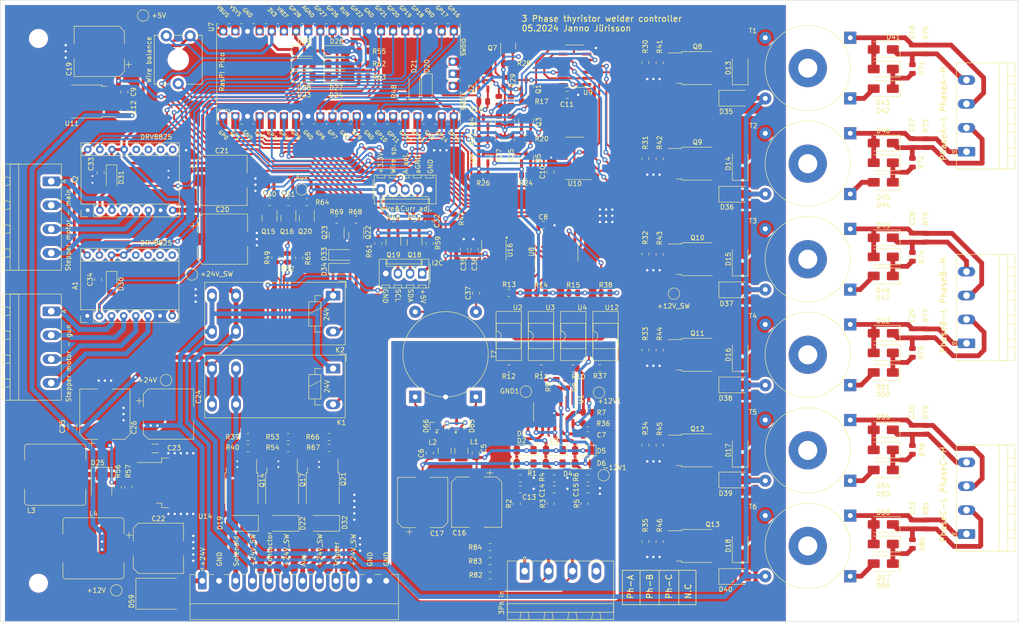
<source format=kicad_pcb>
(kicad_pcb (version 20241229) (generator "pcbnew") (generator_version "9.0")
  (layers (0 "F.Cu" signal) (2 "B.Cu" signal) (13 "F.Paste" user) (15 "B.Paste" user) (5 "F.SilkS" user "F.Silkscreen") (7 "B.SilkS" user "B.Silkscreen") (1 "F.Mask" user) (3 "B.Mask" user) (25 "Edge.Cuts" user))
  (net 0 "")
  (net 1 "GND")
  (net 2 "Net-(A1-A2)")
  (net 3 "Net-(A1-A1)")
  (net 4 "Net-(A1-B1)")
  (net 5 "Net-(A1-B2)")
  (net 6 "+3.3V")
  (net 7 "Net-(U16-~{OUTA})")
  (net 8 "GNDA")
  (net 9 "Net-(T7-AA)")
  (net 10 "+9V")
  (net 11 "-9V")
  (net 12 "VBUS_RP")
  (net 13 "+12V")
  (net 14 "Net-(D1-A)")
  (net 15 "Net-(D3-A)")
  (net 16 "Net-(D5-A)")
  (net 17 "Net-(D13-A)")
  (net 18 "Net-(D14-A)")
  (net 19 "Net-(D15-A)")
  (net 20 "Net-(D16-A)")
  (net 21 "Net-(D17-A)")
  (net 22 "Net-(D18-A)")
  (net 23 "+24V")
  (net 24 "Net-(D19-A)")
  (net 25 "Switch")
  (net 26 "Net-(D22-A)")
  (net 27 "DRV8825_1_FLT")
  (net 28 "DRV8825_1_STEP")
  (net 29 "Phase1_H")
  (net 30 "Net-(Q1-D)")
  (net 31 "Phase1_L")
  (net 32 "Net-(Q2-D)")
  (net 33 "Phase2_H")
  (net 34 "Net-(Q3-D)")
  (net 35 "Phase2_L")
  (net 36 "Net-(Q4-D)")
  (net 37 "Phase3_H")
  (net 38 "Net-(Q5-D)")
  (net 39 "Phase3_L")
  (net 40 "Net-(Q6-D)")
  (net 41 "20khz")
  (net 42 "Net-(Q7-D)")
  (net 43 "Net-(Q8-G)")
  (net 44 "Net-(Q9-G)")
  (net 45 "Net-(Q10-G)")
  (net 46 "Net-(Q11-G)")
  (net 47 "Net-(Q12-G)")
  (net 48 "Net-(Q13-G)")
  (net 49 "Net-(Q14-G)")
  (net 50 "Solenoid")
  (net 51 "Net-(Q15-D)")
  (net 52 "Contactor")
  (net 53 "Net-(Q16-D)")
  (net 54 "Net-(Q17-G)")
  (net 55 "Net-(R10-Pad1)")
  (net 56 "Net-(R11-Pad1)")
  (net 57 "Net-(R12-Pad1)")
  (net 58 "Net-(R10-Pad2)")
  (net 59 "Net-(R11-Pad2)")
  (net 60 "Net-(R12-Pad2)")
  (net 61 "Net-(R13-Pad2)")
  (net 62 "Net-(R14-Pad2)")
  (net 63 "Net-(R15-Pad2)")
  (net 64 "Net-(R31-Pad2)")
  (net 65 "Net-(R32-Pad2)")
  (net 66 "Net-(R33-Pad2)")
  (net 67 "Net-(R34-Pad2)")
  (net 68 "Net-(R35-Pad2)")
  (net 69 "Net-(R36-Pad2)")
  (net 70 "Net-(R37-Pad2)")
  (net 71 "Net-(R38-Pad2)")
  (net 72 "Net-(U7-GPIO0)")
  (net 73 "Net-(U7-GPIO1)")
  (net 74 "24V_Switched")
  (net 75 "Net-(U7-GPIO2)")
  (net 76 "Net-(U7-GPIO3)")
  (net 77 "12V_Switched")
  (net 78 "Net-(D26-K)")
  (net 79 "Net-(D27-K)")
  (net 80 "Net-(D32-A)")
  (net 81 "Net-(D33-A)")
  (net 82 "Net-(D34-A)")
  (net 83 "Wire_speed")
  (net 84 "Current_adjust")
  (net 85 "Adc_GND")
  (net 86 "SDA_5V")
  (net 88 "SCL_5V")
  (net 89 "SDA")
  (net 92 "SCL")
  (net 101 "DRV8825_1_DIR")
  (net 102 "DRV8825_2_FLT")
  (net 103 "Net-(A2-A2)")
  (net 104 "Net-(A2-A1)")
  (net 105 "Net-(A2-B1)")
  (net 106 "Net-(A2-B2)")
  (net 111 "DRV8825_2_STEP")
  (net 112 "Aux")
  (net 113 "Net-(D23-A)")
  (net 114 "Net-(Q20-D)")
  (net 115 "Net-(D25-K)")
  (net 116 "Net-(Q21-G)")
  (net 117 "12V_OK")
  (net 118 "Net-(C25-Pad2)")
  (net 123 "24V_OK")
  (net 124 "Wire_motor_balane")
  (net 125 "Net-(D45-A)")
  (net 126 "Net-(D48-A)")
  (net 127 "Net-(D51-A)")
  (net 128 "Net-(D54-A)")
  (net 129 "Net-(D57-A)")
  (net 130 "Net-(D13-K)")
  (net 131 "Net-(D14-K)")
  (net 132 "Net-(D15-K)")
  (net 133 "Net-(D42-K)")
  (net 134 "Net-(D42-A)")
  (net 135 "Net-(D44-K)")
  (net 136 "Net-(D44-A)")
  (net 137 "Net-(D47-A)")
  (net 138 "Net-(D50-A)")
  (net 139 "Net-(D53-K)")
  (net 140 "Net-(D56-K)")
  (net 141 "Net-(D58-K)")
  (net 142 "Net-(D55-K)")
  (net 143 "Net-(D46-K)")
  (net 144 "Net-(D41-K)")
  (net 145 "Net-(D41-A)")
  (net 147 "Net-(R30-Pad2)")
  (net 148 "Net-(J15-Pin_9)")
  (net 149 "Net-(D56-A)")
  (net 150 "Net-(D53-A)")
  (net 151 "Net-(D52-K)")
  (net 152 "Net-(D50-K)")
  (net 153 "Net-(D49-K)")
  (net 154 "Net-(D47-K)")
  (net 155 "Net-(D18-K)")
  (net 156 "Net-(D17-K)")
  (net 157 "Net-(D16-K)")
  (net 158 "Net-(U14-FB)")
  (net 159 "Net-(D65-A)")
  (net 160 "Net-(D65-K-Pad1)")
  (net 161 "Net-(T7-SB)")
  (net 163 "Net-(D66-K-Pad3)")
  (net 164 "Net-(T7-AB)")
  (net 167 "Net-(J7-Pin_2)")
  (net 168 "Net-(J7-Pin_1)")
  (net 169 "Net-(J7-Pin_3)")
  (footprint "Capacitor_SMD:C_0805_2012Metric" (layer "F.Cu") (at 190.87 49.7 -90)
    (property "Reference" "C28")
    (property "Value" "100n")
  )
  (footprint "Transformer_THT:Transformer_Toroid_Horizontal_D18.0mm" (layer "F.Cu") (at 160.11 87.85)
    (property "Reference" "T5")
    (property "Value" "Transformer_1P_1S")
  )
  (footprint "Diode_SMD:D_SMA" (layer "F.Cu") (at 184.8 69.7 180)
    (property "Reference" "D52")
    (property "Value" "D_Zener")
  )
  (footprint "Resistor_SMD:R_0805_2012Metric" (layer "F.Cu") (at 106.2125 13.187262 180)
    (property "Reference" "R28")
    (property "Value" "10K")
  )
  (footprint "Capacitor_SMD:C_0805_2012Metric" (layer "F.Cu") (at 118.65 19.8)
    (property "Reference" "C11")
    (property "Value" "100n")
  )
  (footprint "Diode_SMD:D_MiniMELF" (layer "F.Cu") (at 63.6 16)
    (property "Reference" "D23")
    (property "Value" "1N4148W")
  )
  (footprint "Diode_SMD:D_SMA" (layer "F.Cu") (at 184.8 18.5 180)
    (property "Reference" "D42")
    (property "Value" "B130-E3")
  )
  (footprint "Diode_SMD:D_SMA" (layer "F.Cu") (at 184.8 53.7 180)
    (property "Reference" "D48")
    (property "Value" "B130-E3")
  )
  (footprint "Diode_SMD:D_SMA" (layer "F.Cu") (at 184.8 10.3 180)
    (property "Reference" "D41")
    (property "Value" "D_Zener")
  )
  (footprint "Diode_SMD:D_SMA" (layer "F.Cu") (at 153.9 120.6)
    (property "Reference" "D40")
    (property "Value" "D_Zener")
  )
  (footprint "Capacitor_SMD:C_1206_3216Metric" (layer "F.Cu") (at 32.4 93.8 180)
    (property "Reference" "C23")
    (property "Value" "1u")
  )
  (footprint "Capacitor_SMD:CP_Elec_10x10" (layer "F.Cu") (at 33.1 114.7)
    (property "Reference" "C22")
    (property "Value" "220u")
  )
  (footprint "TestPoint:TestPoint_Pad_D2.0mm" (layer "F.Cu") (at 40.1 57.4)
    (property "Reference" "TP9" (hide yes))
    (property "Value" "+24V_SW")
  )
  (footprint "Package_TO_SOT_SMD:TO-263-5_TabPin3" (layer "F.Cu") (at 38.6 101)
    (property "Reference" "U14")
    (property "Value" "LM2596S-5")
  )
  (footprint "Connector_Phoenix_MC:PhoenixContact_MC_1,5_12-G-3.5_1x12_P3.50mm_Horizontal" (layer "F.Cu") (at 42.2825 121.5)
    (property "Reference" "J15" (hide yes))
    (property "Value" "Conn_01x12")
  )
  (footprint "Diode_SMD:D_MiniMELF" (layer "F.Cu") (at 23.3 37.1 -90)
    (property "Reference" "D31")
    (property "Value" "1N4148W")
  )
  (footprint "Connector_Molex:Molex_KK-254_AE-6410-05A_1x05_P2.54mm_Vertical" (layer "F.Cu") (at 79.68 39.62)
    (property "Reference" "J5" (hide yes))
    (property "Value" "Wire&Curr adj.")
  )
  (footprint "Resistor_SMD:R_0805_2012Metric" (layer "F.Cu") (at 190.9 53.7 90)
    (property "Reference" "R74")
    (property "Value" "100R")
  )
  (footprint "TestPoint:TestPoint_Pad_D2.0mm" (layer "F.Cu") (at 63.1 39.6)
    (property "Reference" "TP1" (hide yes))
    (property "Value" "Aux")
  )
  (footprint "Resistor_SMD:R_0805_2012Metric" (layer "F.Cu") (at 101.08 36.624762 180)
    (property "Reference" "R26")
    (property "Value" "10K")
  )
  (footprint "Potentiometer_THT:Potentiometer_ACP_CA9-V10_Vertical_Hole" (layer "F.Cu") (at 34.75 7.45 -90)
    (property "Reference" "RV1" (hide yes))
    (property "Value" "Wire balance")
  )
  (footprint "Diode_SMD:D_SMA" (layer "F.Cu") (at 184.8 34 180)
    (property "Reference" "D45")
    (property "Value" "B130-E3")
  )
  (footprint "Resistor_SMD:R_0805_2012Metric" (layer "F.Cu") (at 74.5 45.9 180)
    (property "Reference" "R68")
    (property "Value" "10K")
  )
  (footprint "Diode_SMD:D_MiniMELF" (layer "F.Cu") (at 63.6 13.3)
    (property "Reference" "D28")
    (property "Value" "1N4148W")
  )
  (footprint "Package_TO_SOT_SMD:SOT-23" (layer "F.Cu") (at 74.5 49.2 -90)
    (property "Reference" "Q22")
    (property "Value" "2N7002")
  )
  (footprint "Diode_SMD:D_SMA" (layer "F.Cu") (at 184.8 98.3 180)
    (property "Reference" "D53")
    (property "Value" "B130-E3")
  )
  (footprint "Resistor_SMD:R_0805_2012Metric" (layer "F.Cu") (at 24.6 101.9 90)
    (property "Reference" "R56")
    (property "Value" "2K")
  )
  (footprint "Resistor_SMD:R_0805_2012Metric" (layer "F.Cu") (at 138 113.2875 -90)
    (property "Reference" "R46")
    (property "Value" "10K")
  )
  (footprint "Resistor_SMD:R_0805_2012Metric" (layer "F.Cu") (at 57.6 53.9 -90)
    (property "Reference" "R49")
    (property "Value" "10K")
  )
  (footprint "Package_TO_SOT_SMD:TO-252-2" (layer "F.Cu") (at 50.4775 102.215 -90)
    (property "Reference" "Q14")
    (property "Value" "QM6006D")
  )
  (footprint "Diode_SMD:D_SMA" (layer "F.Cu") (at 153.9 40.6)
    (property "Reference" "D36")
    (property "Value" "D_Zener")
  )
  (footprint "Transformer_THT:Transformer_Toroid_Horizontal_D18.0mm" (layer "F.Cu") (at 160.11 7.85)
    (property "Reference" "T1")
    (property "Value" "Transformer_1P_1S")
  )
  (footprint "Resistor_SMD:R_0805_2012Metric" (layer "F.Cu") (at 119.92 61.25 180)
    (property "Reference" "R15")
    (property "Value" "470R")
  )
  (footprint "Module:Pololu_Breakout-16_15.2x20.3mm" (layer "F.Cu") (at 18.21 66.04 90)
    (property "Reference" "A1")
    (property "Value" "Pololu_Breakout_DRV8825")
  )
  (footprint "Package_SO:SOIC-8_3.9x4.9mm_P1.27mm" (layer "F.Cu") (at 103.3 52.3 -90)
    (property "Reference" "U16")
    (property "Value" "MIC4428")
  )
  (footprint "Resistor_SMD:R_0805_2012Metric" (layer "F.Cu") (at 104.35 29.3 90)
    (property "Reference" "R27")
    (property "Value" "10K")
  )
  (footprint "Capacitor_SMD:CP_Elec_10x10" (layer "F.Cu") (at 46.4 37.7)
    (property "Reference" "C21")
    (property "Value" "C_Polarized")
  )
  (footprint "Resistor_SMD:R_0805_2012Metric" (layer "F.Cu") (at 106.42 77.05 180)
    (property "Reference" "R12")
    (property "Value" "2K")
  )
  (footprint "Diode_SMD:D_SMA" (layer "F.Cu") (at 154.85 94.1775 90)
    (property "Reference" "D17")
    (property "Value" "B130-E3")
  )
  (footprint "Package_TO_SOT_SMD:SOT-23" (layer "F.Cu") (at 110.05 33.086548 90)
    (property "Reference" "Q5")
    (property "Value" "2N7002")
  )
  (footprint "Transformer_THT:Transformer_Toroid_Horizontal_D18.0mm" (layer "F.Cu") (at 160.11 47.85)
    (property "Reference" "T3")
    (property "Value" "Transformer_1P_1S")
  )
  (footprint "Package_TO_SOT_SMD:TO-252-2" (layer "F.Cu") (at 145.915 94.2)
    (property "Reference" "Q12")
    (property "Value" "QM6006D")
  )
  (footprint "Resistor_SMD:R_0805_2012Metric" (layer "F.Cu") (at 135 33.13 -90)
    (property "Reference" "R31")
    (property "Value" "10")
  )
  (footprint "Capacitor_SMD:C_1206_3216Metric" (layer "F.Cu") (at 15.1 89.3 -90)
    (property "Reference" "C25")
    (property "Value" "1u")
  )
  (footprint "Resistor_SMD:R_0805_2012Metric" (layer "F.Cu") (at 135 113.2875 -90)
    (property "Reference" "R35")
    (property "Value" "10")
  )
  (footprint "Resistor_SMD:R_0805_2012Metric" (layer "F.Cu") (at 51.845 91.41125 180)
    (property "Reference" "R39")
    (property "Value" "10")
  )
  (footprint "Connector_Phoenix_MSTB:PhoenixContact_MSTBA_2,5_4-G_1x04_P5.00mm_Horizontal" (layer "F.Cu") (at 10.6775 65.1 -90)
    (property "Reference" "J1" (hide yes))
    (property "Value" "Stepper motor - gun")
  )
  (footprint "Diode_SMD:D_MiniMELF" (layer "F.Cu") (at 70.4 16)
    (property "Reference" "D24")
    (property "Value" "1N4148W")
  )
  (footprint "MountingHole:MountingHole_3.5mm" (layer "F.Cu") (at 8 8 90)
    (property "Reference" "H3" (hide yes))
    (property "Value" "MountingHole")
  )
  (footprint "TestPoint:TestPoint_Pad_D2.0mm" (layer "F.Cu") (at 125.3 82.1)
    (property "Reference" "TP2" (hide yes))
    (property "Value" "+12V1")
  )
  (footprint "Transformer_THT:Transformer_Toroid_Horizontal_D18.0mm" (layer "F.Cu") (at 99.55 65.21 -90)
    (property "Reference" "T7")
    (property "Value" "Transformer_1P_1S")
  )
  (footprint "Capacitor_SMD:C_0805_2012Metric" (layer "F.Cu") (at 99.6 61.3 90)
    (property "Reference" "C37")
    (property "Value" "100n")
  )
  (footprint "Diode_SMD:D_SMA" (layer "F.Cu") (at 184.8 38.1 180)
    (property "Reference" "D44")
    (property "Value" "B130-E3")
  )
  (footprint "Transformer_THT:Transformer_Toroid_Horizontal_D18.0mm" (layer "F.Cu") (at 160.11 107.85)
    (property "Reference" "T6")
    (property "Value" "Transformer_1P_1S")
  )
  (footprint "Capacitor_SMD:C_0805_2012Metric" (layer "F.Cu") (at 113.65 47.05)
    (property "Reference" "C8")
    (property "Value" "100n")
  )
  (footprint "Capacitor_SMD:C_0805_2012Metric" (layer "F.Cu") (at 190.9 109.7 -90)
    (property "Reference" "C31")
    (property "Value" "100n")
  )
  (footprint "TestPoint:TestPoint_Pad_D2.0mm" (layer "F.Cu") (at 126.3 99.4)
    (property "Reference" "TP3" (hide yes))
    (property "Value" "-12V1")
  )
  (footprint "MountingHole:MountingHole_3.5mm" (layer "F.Cu") (at 8 122 90)
    (property "Reference" "H1" (hide yes))
    (property "Value" "MountingHole")
  )
  (footprint "Resistor_SMD:R_0805_2012Metric" (layer "F.Cu") (at 116.35 80.25 90)
    (property "Reference" "R9")
    (property "Value" "1K")
  )
  (footprint "Resistor_SMD:R_0805_2012Metric" (layer "F.Cu") (at 138 13.1125 90)
    (property "Reference" "R41")
    (property "Value" "10K")
  )
  (footprint "Package_TO_SOT_SMD:SOT-23" (layer "F.Cu") (at 101.1 17.649048 90)
    (property "Reference" "Q2")
    (property "Value" "2N7002")
  )
  (footprint "Diode_SMD:D_MiniMELF" (layer "F.Cu") (at 71.4 56.2)
    (property "Reference" "D34")
    (property "Value" "1N4148W")
  )
  (footprint "Resistor_SMD:R_0805_2012Metric" (layer "F.Cu") (at 110.03 36.624762 180)
    (property "Reference" "R24")
    (property "Value" "10K")
  )
  (footprint "Resistor_SMD:R_0805_2012Metric" (layer "F.Cu") (at 101.08 21.187262 180)
    (property "Reference" "R18")
    (property "Value" "10K")
  )
  (footprint "Diode_SMD:D_SMA" (layer "F.Cu") (at 184.8 109.7 180)
    (property "Reference" "D58")
    (property "Value" "D_Zener")
  )
  (footprint "Resistor_SMD:R_0805_2012Metric" (layer "F.Cu") (at 102.5125 114.45 180)
    (property "Reference" "R84")
    (property "Value" "10K")
  )
  (footprint "Resistor_SMD:R_0805_2012Metric" (layer "F.Cu") (at 68.8 93.71125 180)
    (property "Reference" "R67")
    (property "Value" "10K")
  )
  (footprint "Package_DIP:DIP-4_W7.62mm_SMDSocket_SmallPads" (layer "F.Cu") (at 113.17 70.26 90)
    (property "Reference" "U3")
    (property "Value" "PC817")
  )
  (footprint "Package_SO:SOIC-14_3.9x8.7mm_P1.27mm" (layer "F.Cu") (at 120.25 33.1 180)
    (property "Reference" "U10")
    (property "Value" "4081")
  )
  (footprint "Diode_SMD:D_SMB" (layer "F.Cu") (at 21.2 101.4 -90)
    (property "Reference" "D25")
    (property "Value" "B130-E3")
  )
  (footprint "Package_TO_SOT_SMD:TO-252-2" (layer "F.Cu") (at 145.915 54.2)
    (property "Reference" "Q10")
    (property "Value" "QM6006D")
  )
  (footprint "Package_TO_SOT_SMD:SOT-23" (layer "F.Cu") (at 101.1 25.4525 90)
    (property "Reference" "Q4")
    (property "Value" "2N7002")
  )
  (footprint "Resistor_SMD:R_0805_2012Metric" (layer "F.Cu") (at 106.85 29.3 90)
    (property "Reference" "R25")
    (property "Value" "10K")
  )
  (footprint "Diode_SMD:D_SMA" (layer "F.Cu") (at 184.8 49.7 180)
    (property "Reference" "D49")
    (property "Value" "D_Zener")
  )
  (footprint "Resistor_SMD:R_0805_2012Metric" (layer "F.Cu") (at 106.85 25.2125 -90)
    (property "Reference" "R21" (hide yes))
    (property "Value" "10K")
  )
  (footprint "Package_TO_SOT_SMD:SOT-23" (layer "F.Cu") (at 56.35 45.6375 -90)
    (property "Reference" "Q15")
    (property "Value" "2N7002")
  )
  (footprint "Package_TO_SOT_SMD:SOT-23" (layer "F.Cu") (at 110.05 25.4525 90)
    (property "Reference" "Q3")
    (property "Value" "2N7002")
  )
  (footprint "Diode_SMD:D_MiniMELF" (layer "F.Cu") (at 71.4 53.3)
    (property "Reference" "D33")
    (property "Value" "1N4148W")
  )
  (footprint "Diode_SMD:D_SMA" (layer "F.Cu") (at 153.9 100.4)
    (property "Reference" "D39")
    (property "Value" "D_Zener")
  )
  (footprint "Package_TO_SOT_SMD:TO-252-2" (layer "F.Cu") (at 145.915 74.2)
    (property "Reference" "Q11")
    (property "Value" "QM6006D")
  )
  (footprint "Diode_SMD:D_MiniMELF" (layer "F.Cu") (at 122.05 94.25 180)
    (property "Reference" "D5")
    (property "Value" "1N4148W")
  )
  (footprint "Resistor_SMD:R_0805_2012Metric" (layer "F.Cu") (at 104.35 25.2 -90)
    (property "Reference" "R23" (hide yes))
    (property "Value" "10K")
  )
  (footprint "Diode_SMD:D_SMA" (layer "F.Cu") (at 184.8 77.9 180)
    (property "Reference" "D50")
    (property "Value" "B130-E3")
  )
  (footprint "Resistor_SMD:R_0805_2012Metric" (layer "F.Cu") (at 102.5125 117.4 180)
    (property "Reference" "R83")
    (property "Value" "10K")
  )
  (footprint "Diode_SMD:D_MiniMELF" (layer "F.Cu") (at 63.6 10.6)
    (property "Reference" "D29")
    (property "Value" "1N4148W")
  )
  (footprint "Diode_SMD:D_MiniMELF" (layer "F.Cu") (at 109.85 94.15 180)
    (property "Reference" "D1")
    (property "Value" "1N4148W")
  )
  (footprint "Package_TO_SOT_SMD:TO-252-2" (layer "F.Cu") (at 145.915 34.2)
    (property "Reference" "Q9")
    (property "Value" "QM6006D")
  )
  (footprint "Diode_SMD:D_SMA" (layer "F.Cu") (at 153.9 80.5)
    (property "Reference" "D38")
    (property "Value" "D_Zener")
  )
  (footprint "Package_TO_SOT_SMD:SOT-23" (layer "F.Cu") (at 110.05 17.649048 90)
    (property "Reference" "Q1")
    (property "Value" "2N7002")
  )
  (footprint "Resistor_SMD:R_0805_2012Metric" (layer "F.Cu") (at 193.7 69.7 90)
    (property "Reference" "R77")
    (property "Value" "10K")
  )
  (footprint "Diode_SMD:D_MiniMELF" (layer "F.Cu") (at 70.4 13.3)
    (property "Reference" "D27")
    (property "Value" "1N4148W")
  )
  (footprint "Connector_Phoenix_MSTB:PhoenixContact_MSTBA_2,5_4-G_1x04_P5.00mm_Horizontal" (layer "F.Cu") (at 10.6775 37.9 -90)
    (property "Reference" "J16" (hide yes))
    (property "Value" "Stepper motor - main")
  )
  (footprint "Resistor_SMD:R_0805_2012Metric" (layer "F.Cu") (at 94.9 45.7 -90)
    (property "Reference" "R47")
    (property "Value" "47K")
  )
  (footprint "MCU_RaspberryPi_and_Boards:RPi_Pico_SMD_TH" (layer "F.Cu") (at 70.8 15.4 90)
    (property "Reference" "U7")
    (property "Value" "Pico")
  )
  (footprint "Resistor_SMD:R_0805_2012Metric" (layer "F.Cu") (at 122.3 105.35 90)
    (property "Reference" "R5")
    (property "Value" "10K")
  )
  (footprint "Package_DIP:DIP-4_W7.62mm_SMDSocket_SmallPads" (layer "F.Cu") (at 126.67 70.26 90)
    (property "Reference" "U12")
    (property "Value" "PC817")
  )
  (footprint "Resistor_SMD:R_0805_2012Metric" (layer "F.Cu") (at 110.03 28.990714 180)
    (property "Reference" "R20")
    (property "Value" "10K")
  )
  (footprint "Inductor_SMD:L_1210_3225Metric_Pad1.42x2.65mm_HandSolder" (layer "F.Cu") (at 93 94.3 -90)
    (property "Reference" "L2")
    (property "Value" "L")
  )
  (footprint "Resistor_SMD:R_0805_2012Metric" (layer "F.Cu") (at 190.9 14.4 90)
    (property "Reference" "R71")
    (property "Value" "100R")
  )
  (footprint "Diode_SMD:D_SMA" (layer "F.Cu") (at 184.8 57.7 180)
    (property "Reference" "D47")
    (property "Value" "B130-E3")
  )
  (footprint "Resistor_SMD:R_0805_2012Metric" (layer "F.Cu") (at 190.9 34 90)
    (property "Reference" "R72")
    (property "Value" "100R")
  )
  (footprint "Capacitor_SMD:C_0805_2012Metric" (layer "F.Cu") (at 97.065 52.125 -90)
    (property "Reference" "C35")
    (property "Value" "22u")
  )
  (footprint "Capacitor_SMD:CP_Elec_10x10" (layer "F.Cu") (at 35.2 86.6)
    (property "Reference" "C24")
    (property "Value" "220u")
  )
  (footprint "Resistor_SMD:R_0805_2012Metric" (layer "F.Cu") (at 113.17 61.25 180)
    (property "Reference" "R14")
    (property "Value" "470R")
  )
  (footprint "TestPoint:TestPoint_Pad_D2.0mm" (layer "F.Cu") (at 24.3 123.5)
    (property "Reference" "TP5" (hide yes))
    (property "Value" "+12V")
  )
  (footprint "Capacitor_SMD:C_0805_2012Metric" (layer "F.Cu") (at 190.87 69.7 -90)
    (property "Reference" "C29")
    (property "Value" "100n")
  )
  (footprint "Package_TO_SOT_SMD:SOT-23" (layer "F.Cu") (at 70.4 49.2 -90)
    (property "Reference" "Q23")
    (property "Value" "2N7002")
  )
  (footprint "Connector_Phoenix_MSTB:PhoenixContact_MSTBA_2,5_4-G_1x04_P5.00mm_Horizontal" (layer "F.Cu") (at 202.2225 111.7 90)
    (property "Reference" "J4" (hide yes))
    (property "Value" "Stepper motor")
  )
  (footprint "Transformer_THT:Transformer_Toroid_Horizontal_D18.0mm" (layer "F.Cu") (at 160.11 27.85)
    (property "Reference" "T2")
    (property "Value" "Transformer_1P_1S")
  )
  (footprint "TestPoint:TestPoint_Pad_D2.0mm" (layer "F.Cu") (at 110 81.9)
    (property "Reference" "TP4" (hide yes))
    (property "Value" "GND1")
  )
  (footprint "Diode_SMD:D_SMA" (layer "F.Cu") (at 153.9 20.5)
    (property "Reference" "D35")
    (property "Value" "D_Zener")
  )
  (footprint "Resistor_SMD:R_0805_2012Metric" (layer "F.Cu") (at 138 73.2 90)
    (property "Reference" "R44")
    (property "Value" "10K")
  )
  (footprint "Diode_SMD:D_SMC" (layer "F.Cu") (at 33.3 124.2)
    (property "Reference" "D59")
    (property "Value" "SMAJ30CA")
  )
  (footprint "Package_SO:SOIC-14_3.9x8.7mm_P1.27mm" (layer "F.Cu") (at 116.45 52.65 90)
    (property "Reference" "U8")
    (property "Value" "74HC14")
  )
  (footprint "Resistor_SMD:R_0805_2012Metric" (layer "F.Cu") (at 64.15 42.2375)
    (property "Reference" "R64")
    (property "Value" "10K")
  )
  (footprint "Diode_SMD:D_SMA" (layer "F.Cu") (at 184.8 14.4 180)
    (property "Reference" "D43")
    (property "Value" "B130-E3")
  )
  (footprint "Resistor_SMD:R_0805_2012Metric" (layer "F.Cu") (at 125.5 77 180)
    (property "Reference" "R37")
    (property "Value" "2K")
  )
  (footprint "Package_DIP:DIP-4_W7.62mm_SMDSocket_SmallPads" (layer "F.Cu") (at 106.42 70.26 90)
    (property "Reference" "U2")
    (property "Value" "PC817")
  )
  (footprint "Resistor_SMD:R_0805_2012Metric" (layer "F.Cu") (at 193.7 89.9 90)
    (property "Reference" "R79")
    (property "Value" "10K")
  )
  (footprint "Resistor_SMD:R_0805_2012Metric" (layer "F.Cu") (at 60.3 42.2375)
    (property "Reference" "R51")
    (property "Value" "10K")
  )
  (footprint "Package_SO:SOIC-14_3.9x8.7mm_P1.27mm" (layer "F.Cu") (at 116.05 86.15 -90)
    (property "Reference" "U1")
    (property "Value" "LM339")
  )
  (footprint "Package_TO_SOT_SMD:SOT-23" (layer "F.Cu") (at 60.3 45.6375 -90)
    (property "Reference" "Q16")
    (property "Value" "2N7002")
  )
  (footprint "Resistor_SMD:R_0805_2012Metric" (layer "F.Cu") (at 101.08 28.990714 180)
    (property "Reference" "R22")
    (property "Value" "10K")
  )
  (footprint "Package_DIP:DIP-4_W7.62mm_SMDSocket_SmallPads" (layer "F.Cu") (at 119.92 70.26 90)
    (property "Reference" "U4")
    (property "Value" "PC817")
  )
  (footprint "Resistor_SMD:R_0805_2012Metric" (layer "F.Cu") (at 86.7 47.1)
    (property "Reference" "R58")
    (property "Value" "10K")
  )
  (footprint "Resistor_SMD:R_0805_2012Metric" (layer "F.Cu") (at 138 93.1125 -90)
    (property "Reference" "R45")
    (property "Value" "10K")
  )
  (footprint "Diode_SMD:D_SMA" (layer "F.Cu") (at 67.5 109.475 180)
    (property "Reference" "D32")
    (property "Value" "B130-E3")
  )
  (footprint "Resistor_SMD:R_0805_2012Metric" (layer "F.Cu") (at 51.845 93.71125 180)
    (property "Reference" "R40")
    (property "Value" "10K")
  )
  (footprint "Resistor_SMD:R_0805_2012Metric" (layer "F.Cu") (at 193.7 109.7 90)
    (property "Reference" "R81")
    (property "Value" "10K")
  )
  (footprint "Diode_SMD:D_SMA" (layer "F.Cu") (at 184.8 73.8 180)
    (property "Reference" "D51")
    (property "Value" "B130-E3")
  )
  (footprint "Connector_Phoenix_MSTB:PhoenixContact_MSTBA_2,5_4-G_1x04_P5.00mm_Horizontal" (layer "F.Cu") (at 202.2225 31.7 90)
    (property "Reference" "J2" (hide yes))
    (property "Value" "Stepper motor")
  )
  (footprint "Diode_SMD:D_SMA" (layer "F.Cu") (at 184.8 113.8 180)
    (property "Reference" "D57")
    (property "Value" "B130-E3")
  )
  (footprint "Diode_SMD:D_SMA" (layer "F.Cu") (at 58.9775 109.475 180)
    (property "Reference" "D22")
    (property "Value" "B130-E3")
  )
  (footprint "Resistor_SMD:R_0805_2012Metric" (layer "F.Cu") (at 79.1 50.9 90)
    (property "Reference" "R61")
    (property "Value" "10K")
  )
  (footprint "Diode_SMD:D_SMA" (layer "F.Cu") (at 154.85 54.1775 90)
    (property "Reference" "D15")
    (property "Value" "B130-E3")
  )
  (footprint "Resistor_SMD:R_0805_2012Metric" (layer "F.Cu") (at 108.1 105.35 90)
    (property "Reference" "R2")
    (property "Value" "10K")
  )
  (footprint "Resistor_SMD:R_0805_2012Metric" (layer "F.Cu") (at 105.6 17.05 -90)
    (property "Reference" "R29")
    (property "Value" "10K")
  )
  (footprint "Capacitor_SMD:CP_Elec_10x10" (layer "F.Cu") (at 88.4 105.1 90)
    (property "Reference" "C17")
    (property "Value" "C_Polarized")
  )
  (footprint "Resistor_SMD:R_0805_2012Metric" (layer "F.Cu") (at 106.85 21.05 -90)
    (property "Reference" "R16" (hide yes))
    (property "Value" "10K")
  )
  (footprint "Diode_SMD:D_MiniMELF" (layer "F.Cu") (at 109.85 96.95)
    (property "Reference" "D2")
    (property "Value" "1N4148W")
  )
  (footprint "MountingHole:MountingHole_3.5mm" (layer "F.Cu") (at 205 8 90)
    (property "Reference" "H4" (hide yes))
    (property "Value" "MountingHole")
  )
  (footprint "Capacitor_SMD:C_0805_2012Metric" (layer "F.Cu") (at 25.9925 19.2 90)
    (property "Reference" "C9")
    (property "Value" "100n")
  )
  (footprint "TestPoint:TestPoint_Pad_D2.0mm" (layer "F.Cu") (at 29.9 3.2)
    (property "Reference" "TP7" (hide yes))
    (property "Value" "+5V")
  )
  (footprint "Package_TO_SOT_SMD:TO-252-2" (layer "F.Cu") (at 58.98875 102.215 -90)
    (property "Reference" "Q17")
    (property "Value" "QM6006D")
  )
  (footprint "Inductor_SMD:L_Bourns_SRR1260" (layer "F.Cu") (at 19.5 114.7)
    (property "Reference" "L4")
    (property "Value" "L")
  )
  (footprint "Resistor_SMD:R_0805_2012Metric" (layer "F.Cu") (at 26.8 101.9 -90)
    (property "Reference" "R57")
    (property "Value" "2K")
  )
  (footprint "Inductor_SMD:L_1210_3225Metric_Pad1.42x2.65mm_HandSolder" (layer "F.Cu") (at 96.5 94.3 -90)
    (property "Reference" "L1")
    (property "Value" "L")
  )
  (footprint "Resistor_SMD:R_0805_2012Metric" (layer "F.Cu") (at 56.35 42.2375)
    (property "Reference" "R50")
    (property "Value" "10K")
  )
  (footprint "Resistor_SMD:R_0805_2012Metric" (layer "F.Cu") (at 138 53.2 -90)
    (property "Reference" "R43")
    (property "Value" "10K")
  )
  (footprint "Diode_SMD:D_SMA" (layer "F.Cu") (at 184.8 94.1 180)
    (property "Reference" "D54")
    (property "Value" "B130-E3")
  )
  (footprint "Capacitor_SMD:C_0805_2012Metric" (layer "F.Cu") (at 115.15 36 90)
    (property "Reference" "C10")
    (property "Value" "100n")
  )
  (footprint "Capacitor_SMD:CP_Elec_10x10" (layer "F.Cu") (at 46.5 50)
    (property "Reference" "C20")
    (property "Value" "C_Polarized")
  )
  (footprint "Capacitor_SMD:C_0805_2012Metric" (layer "F.Cu") (at 190.87 29.9 -90)
    (property "Reference" "C27")
    (property "Value" "100n")
  )
  (footprint "Capacitor_SMD:C_0805_2012Metric" (layer "F.Cu") (at 89.9 94.75 -90)
    (property "Reference" "C6")
    (property "Value" "100n")
  )
  (footprint "Diode_SMD:D_SMA" (layer "F.Cu") (at 184.8 117.9 180)
    (property "Reference" "D56")
    (property "Value" "B130-E3")
  )
  (footprint "Resistor_SMD:R_0805_2012Metric" (layer "F.Cu") (at 135 53.1475 -90)
    (property "Reference" "R32")
    (property "Value" "10")
  )
  (footprint "Inductor_SMD:L_Bourns_SRR1260" (layer "F.Cu") (at 11.5 99.3 180)
    (property "Reference" "L3")
    (property "Value" "L")
  )
  (footprint "Resistor_SMD:R_0805_2012Metric" (layer "F.Cu") (at 138 33.2 90)
    (property "Reference" "R42")
    (property "Value" "10K")
  )
  (footprint "Resistor_SMD:R_0805_2012Metric" (layer "F.Cu") (at 76 16)
    (property "Reference" "R63")
    (property "Value" "470R")
  )
  (footprint "Module:Pololu_Breakout-16_15.2x20.3mm" (layer "F.Cu") (at 18.31 43.94 90)
    (property "Reference" "A2")
    (property "Value" "Pololu_Breakout_DRV8825")
  )
  (footprint "Connector_Molex:Molex_KK-254_AE-6410-04A_1x04_P2.54mm_Vertical" (layer "F.Cu") (at 88.31 57.18 180)
    (property "Reference" "J6" (hide yes))
    (property "Value" "I2C")
  )
  (footprint "Resistor_SMD:R_0805_2012Metric" (layer "F.Cu") (at 84.1 19 -90)
    (property "Reference" "R48")
    (property "Value" "4K7")
  )
  (footprint "Capacitor_SMD:C_0805_2012Metric" (layer "F.Cu") (at 20.5 58.45 90)
    (property "Reference" "C34")
    (property "Value" "100n")
  )
  (footprint "Resistor_SMD:R_0805_2012Metric" (layer "F.Cu") (at 89.9 50.9 90)
    (property "Reference" "R59")
    (property "Value" "10K")
  )
  (footprint "Resistor_SMD:R_0805_2012Metric" (layer "F.Cu") (at 119.85 77.05 180)
    (property "Reference" "R10")
    (property "Value" "2K")
  )
  (footprint "Diode_SMD:D_SMA" (layer "F.Cu") (at 154.85 34.1775 90)
    (property "Reference" "D14")
    (property "Value" "B130-E3")
  )
  (footprint "Package_TO_SOT_SMD:TO-252-3_TabPin2" (layer "F.Cu") (at 17.9925 21.2 180)
    (property "Reference" "U11")
    (property "Value" "LM7805_TO220")
  )
  (footprint "Diode_SMD:D_MiniMELF" (layer "F.Cu") (at 70.4 10.6)
    (property "Reference" "D26")
    (property "Value" "1N4148W")
  )
  (footprint "Diode_SMD:D_SMA" (layer "F.Cu") (at 184.8 29.9 180)
    (property "Reference" "D46")
    (property "Value" "D_Zener")
  )
  (footprint "Connector_Phoenix_MSTB:PhoenixContact_MSTBA_2,5_4-G_1x04_P5.00mm_Horizontal" (layer "F.Cu") (at 202.2225 71.8 90)
    (property "Reference" "J3" (hide yes))
    (property "Value" "Stepper motor")
  )
  (footprint "Resistor_SMD:R_0805_2012Metric" (layer "F.Cu") (at 193.7 29.9 90)
    (property "Reference" "R73")
    (property "Value" "10K")
  )
  (footprint "Relay_THT:Relay_DPST_Schrack-RT2-FormA_RM5mm" (layer "F.Cu") (at 69.65 61.825 180)
    (property "Reference" "K2")
    (property "Value" "RT44xxxx")
  )
  (footprint "Resistor_SMD:R_0805_2012Metric" (layer "F.Cu") (at 190.9 113.8 90)
    (property "Reference" "R80")
    (property "Value" "100R")
  )
  (footprint "Resistor_SMD:R_0805_2012Metric" (layer "F.Cu") (at 135 73.165 -90)
    (property "Reference" "R33")
    (property "Value" "10")
  )
  (footprint "Resistor_SMD:R_0805_2012Metric" (layer "F.Cu") (at 135 93.095 -90)
    (property "Reference" "R34")
    (property "Value" "10")
  )
  (footprint "MountingHole:MountingHole_3.5mm" (layer "F.Cu") (at 205 122 90)
    (property "Reference" "H2" (hide yes))
    (property "Value" "MountingHole")
  )
  (footprint "Resistor_SMD:R_0805_2012Metric" (layer "F.Cu") (at 118.55 80.25 90)
    (property "Reference" "R8")
    (property "Value" "1K")
  )
  (footprint "Resistor_SMD:R_0805_2012Metric" (layer "F.Cu") (at 76 10.6)
    (property "Reference" "R55")
    (property "Value" "470R")
  )
  (footprint "TestPoint:TestPoint_Pad_D2.0mm" (layer "F.Cu") (at 34.7 79.5)
    (property "Reference" "TP6" (hide yes))
    (property "Value" "+24V")
  )
  (footprint "Package_TO_SOT_SMD:SOT-23" (layer "F.Cu") (at 82.27 50.6825 -90)
    (property "Reference" "Q19")
    (property "Value" "2N7002")
  )
  (footprint "Diode_SMD:D_SMA" (layer "F.Cu") (at 154.85 74.1775 90)
    (property "Reference" "D16")
    (property "Value" "B130-E3")
  )
  (footprint "Resistor_SMD:R_0805_2012Metric" (layer "F.Cu") (at 113.25 77.05 180)
    (property "Reference" "R11")
    (property "Value" "2K")
  )
  (footprint "Package_TO_SOT_SMD:SOT-23" (layer "F.Cu") (at 91.5 89.1 90)
    (property "Reference" "D66")
    (property "Value" "BAV99")
  )
  (footprint "Resistor_SMD:R_0805_2012Metric" (layer "F.Cu") (at 104.35 21.05 -90)
    (property "Reference" "R19" (hide yes))
    (property "Value" "10K")
  )
  (footprint "Capacitor_SMD:C_0805_2012Metric" (layer "F.Cu") (at 21 36.1 90)
    (property "Reference" "C33")
    (property "Value" "100n")
  )
  (footprint "Package_TO_SOT_SMD:TO-252-2" (layer "F.Cu") (at 145.915 114.2)
    (property "Reference" "Q13")
    (property "Value" "QM6006D")
  )
  (footprint "Capacitor_SMD:C_0805_2012Metric" (layer "F.Cu") (at 99.5 94.8 90)
    (property "Reference" "C5")
    (property "Value" "100n")
  )
  (footprint "Resistor_SMD:R_0805_2012Metric" (layer "F.Cu") (at 193.7 10.3 90)
    (property "Reference" "R70")
    (property "Value" "10K")
  )
  (footprint "Resistor_SMD:R_0805_2012Metric" (layer "F.Cu") (at 106.42 61.25 180)
    (property "Reference" "R13")
    (property "Value" "470R")
  )
  (footprint "Capacitor_SMD:C_0805_2012Metric" (layer "F.Cu") (at 190.87 89.9 -90)
    (property "Reference" "C30")
    (property "Value" "100n")
  )
  (footprint "Relay_THT:Relay_DPST_Schrack-RT2-FormA_RM5mm" (layer "F.Cu") (at 69.65 77.075 180)
    (property "Reference" "K1")
    (property "Value" "RT44xxxx")
  )
  (footprint "Resistor_SMD:R_0805_2012Metric" (layer "F.Cu") (at 60.27 93.71125 180)
    (property "Reference" "R54")
    (property "Value" "10K")
  )
  (footprint "Resistor_SMD:R_0805_2012Metric" (layer "F.Cu") (at 123.05 100.05)
    (property "Reference" "R6")
    (property "Value" "1K")
  )
  (footprint "Resistor_SMD:R_0805_2012Metric" (layer "F.Cu") (at 122.95 86.25 180)
    (property "Reference" "R7")
    (property "Value" "1K")
  )
  (footprint "Diode_SMD:D_SMA" (layer "F.Cu") (at 154.85 14.1775 90)
    (property "Reference" "D13")
    (property "Value" "B130-E3")
  )
  (footprint "Diode_SMD:D_SMA" (layer "F.Cu") (at 154.85 114.1775 90)
    (property "Reference" "D18")
    (property "Value" "B130-E3")
  )
  (footprint "Package_TO_SOT_SMD:TO-252-2" (layer "F.Cu") (at 67.5 102.215 -90)
    (property "Reference" "Q21")
    (property "Value" "QM6006D")
  )
  (footprint "Diode_SMD:D_SMA" (layer "F.Cu") (at 184.8 89.9 180)
    (property "Reference" "D55")
    (property "Value" "D_Zener")
  )
  (footprint "Resistor_SMD:R_0805_2012Metric" (layer "F.Cu") (at 62.565 53.9 -90)
    (property "Reference" "R65")
    (property "Value" "10K")
  )
  (footprint "Package_TO_SOT_SMD:SOT-23" (layer "F.Cu") (at 106.3 9.649048 90)
    (property "Reference" "Q7")
    (property "Value" "2N7002")
  )
  (footprint "Connector_Phoenix_MSTB:PhoenixContact_MSTBA_2,5_4-G_1x04_P5.00mm_Horizontal" (layer "F.Cu") (at 109.75 119.4725)
    (property "Reference" "J7" (hide yes))
    (property "Value" "3Ph in")
  )
  (footprint "Package_TO_SOT_SMD:SOT-23" (layer "F.Cu") (at 64.15 45.6375 -90)
    (property "Reference" "Q20")
    (property "Value" "2N7002")
  )
  (footprint "Package_SO:SOIC-14_3.9x8.7mm_P1.27mm" (layer "F.Cu") (at 120.25 13.8 180)
    (property "Reference" "U9")
    (property "Value" "4081")
  )
  (footprint "Resistor_SMD:R_0805_2012Metric" (layer "F.Cu") (at 135 13.025 -90)
    (property "Reference" "R30")
    (property "Value" "10")
  )
  (footprint "Resistor_SMD:R_0805_2012Metric" (layer "F.Cu") (at 110.03 21.187262 180)
    (property "Reference" "R17")
    (property "Value" "10K")
  )
  (footprint "Transformer_THT:Transformer_Toroid_Horizontal_D18.0mm" (layer "F.Cu") (at 160.11 67.85)
    (property "Reference" "T4")
    (property "Value" "Transformer_1P_1S")
  )
  (footprint "Capacitor_SMD:C_0805_2012Metric" (layer "F.Cu") (at 115.95 102.35)
    (property "Reference" "C14")
    (property "Value" "10n")
  )
  (footprint "Diode_SMD:D_SMA" (layer "F.Cu") (at 50.5 109.475 180)
    (property "Reference" "D19")
    (property "Value" "B130-E3")
  )
  (footprint "Resistor_SMD:R_0805_2012Metric" (layer "F.Cu") (at 102.5125 120.35 180)
    (property "Reference" "R82")
    (property "Value" "10K")
  )
  (footprint "Diode_SMD:D_MiniMELF" (layer "F.Cu") (at 115.9725 94.15 180)
    (property "Reference" "D3")
    (property "Value" "1N4148W")
  )
  (footprint "Resistor_SMD:R_0805_2012Metric" (layer "F.Cu") (at 115.95 100.05)
    (property "Reference" "R4")
    (property "Value" "1K")
  )
  (footprint "Capacitor_SMD:CP_Elec_10x10" (layer "F.Cu") (at 20.7325 10.7 180)
    (property "Reference" "C19")
    (property "Value" "C_Polarized")
  )
  (footprint "Diode_SMD:D_MiniMELF" (layer "F.Cu") (at 89.3 18.1 -90)
    (property "Reference" "D20")
    (property "Value" "1N4148W")
  )
  (footprint "Package_TO_SOT_SMD:SOT-23" (layer "F.Cu") (at 86.72 50.6825 -90)
    (property "Reference" "Q18")
    (property "Value" "2N7002")
  )
  (footprint "Resistor_SMD:R_0805_2012Metric" (layer "F.Cu") (at 60.1 53.9 -90)
    (property "Reference" "R52")
    (property "Value" "10K")
  )
  (footprint "Resistor_SMD:R_0805_2012Metric" (layer "F.Cu") (at 82.3 47.1)
    (property "Reference" "R60")
    (property "Value" "10K")
  )
  (footprint "Capacitor_SMD:C_0805_2012Metric" (layer "F.Cu") (at 89.7 46.2 -90)
    (property "Reference" "C32")
    (property "Value" "22u")
  )
  (footprint "Diode_SMD:D_SMA" (layer "F.Cu") (at 153.9 60.6)
    (property "Reference" "D37")
    (property "Value" "D_Zener")
  )
  (footprint "Capacitor_SMD:CP_Elec_10x10" (layer "F.Cu") (at 21.9 86.6325 90)
    (property "Reference" "C26")
    (property "Value" "220u")
  )
  (footprint "Package_TO_SOT_SMD:SOT-23" (layer "F.Cu") (at 95.5 89.1 90)
    (property "Reference" "D65")
    (property "Value" "BAV99")
  )
  (footprint "Resistor_SMD:R_0805_2012Metric" (layer "F.Cu") (at 193.7 49.7 90)
    (property "Reference" "R75")
    (property "Value" "10K")
  )
  (footprint "Capacitor_SMD:C_0805_2012Metric" (layer "F.Cu") (at 108.85 102.35)
    (property "Reference" "C13")
    (property "Value" "10n")
  )
  (footprint "Capacitor_SMD:CP_Elec_10x10" (layer "F.Cu") (at 99.7 105.035 -90)
    (property "Reference" "C16")
    (property "Value" "C_Polarized")
  )
  (footprint "Resistor_SMD:R_0805_2012Metric" (layer "F.Cu") (at 76 13.3)
    (property "Reference" "R62")
    (property "Value" "470R")
  )
  (footprint "Capacitor_SMD:C_0805_2012Metric" (layer "F.Cu") (at 25.9925 23.2 -90)
    (property "Reference" "C12")
    (property "Value" "100n")
  )
  (footprint "Package_TO_SOT_SMD:SOT-23" (layer "F.Cu") (at 101.1 33.086548 90)
    (property "Reference" "Q6")
    (property "Value" "2N7002")
  )
  (footprint "Resistor_SMD:R_0805_2012Metric" (layer "F.Cu") (at 122.95 88.55 180)
    (property "Reference" "R36")
    (property "Value" "1K")
  )
  (footprint "Package_TO_SOT_SMD:TO-252-2" (layer "F.Cu") (at 145.915 14.2)
    (property "Reference" "Q8")
    (property "Value" "QM6006D")
  )
  (footprint "Resistor_SMD:R_0805_2012Metric" (layer "F.Cu") (at 115.2 105.35 90)
    (property "Reference" "R3")
    (property "Value" "10K")
  )
  (footprint "Resistor_SMD:R_0805_2012Metric" (layer "F.Cu") (at 126.67 61.25 180)
    (property "Reference" "R38")
    (property "Value" "470R")
  )
  (footprint "Diode_SMD:D_MiniMELF" (layer "F.Cu") (at 122.05 96.95)
    (property "Reference" "D6")
    (property "Value" "1N4148W")
  )
  (footprint "Capacitor_SMD:C_0805_2012Metric" (layer "F.Cu") (at 122.95 91.05 180)
    (property "Reference" "C7")
    (property "Value" "100n")
  )
  (footprint "Resistor_SMD:R_0805_2012Metric" (layer "F.Cu") (at 190.9 73.8 90)
    (property "Reference" "R76")
    (property "Value" "100R")
  )
  (footprint "Diode_SMD:D_MiniMELF" (layer "F.Cu") (at 115.9275 96.95)
    (property "Reference" "D4")
    (property "Value" "1N4148W")
  )
  (footprint "Resistor_SMD:R_0805_2012Metric" (layer "F.Cu") (at 70.4 45.9 180)
    (property "Reference" "R69")
    (property "Value" "10K")
  )
  (footprint "TestPoint:TestPoint_Pad_D2.0mm" (layer "F.Cu") (at 141 61.4)
    (property "Reference" "TP8" (hide yes))
    (property "Value" "+12V_SW")
  )
  (footprint "Resistor_SMD:R_0805_2012Metric" (layer "F.Cu") (at 60.27 91.41125 180)
    (property "Reference" "R53")
    (property "Value" "10")
  )
  (footprint "Resistor_SMD:R_0805_2012Metric" (layer "F.Cu") (at 190.9 94.1 90)
    (property "Reference" "R78")
    (property "Value" "100R")
  )
  (footprint "Capacitor_SMD:C_0805_2012Metric" (layer "F.Cu") (at 123.05 102.35)
    (property "Reference" "C15")
    (property "Value" "10n")
  )
  (footprint "Diode_SMD:D_MiniMELF" (layer "F.Cu") (at 23.3 59.4 -90)
    (property "Reference" "D30")
    (property "Value" "1N4148W")
  )
  (footprint "Diode_SMD:D_MiniMELF" (layer "F.Cu") (at 86.65 18.1 90)
    (property "Reference" "D21")
    (property "Value" "1N4148W")
  )
  (footprint "Resistor_SMD:R_0805_2012Metric" (layer "F.Cu") (at 108.85 100.05)
    (property "Reference" "R1")
    (property "Value" "1K")
  )
  (footprint "Capacitor_SMD:C_0805_2012Metric" (layer "F.Cu") (at 99.265 52.125 -90)
    (property "Reference" "C36")
    (property "Value" "100n")
  )
  (footprint "Capacitor_SMD:C_0805_2012Metric" (layer "F.Cu") (at 190.87 10.3 -90)
    (property "Reference" "C18")
    (property "Value" "100n")
  )
  (footprint "Resistor_SMD:R_0805_2012Metric" (layer "F.Cu") (at 68.8 91.41125 180)
    (property "Reference" "R66")
    (property "Value" "10")
  )
  (gr_rect (start 130.2 119.3) (end 145.6 126.5) (stroke (width 0.15)) (fill no) (layer "F.SilkS"))
  (gr_line (start 137.9 119.3) (end 137.9 126.5) (stroke (width 0.15)) (layer "F.SilkS"))
  (gr_line (start 133.9 119.5) (end 133.9 126.5) (stroke (width 0.15)) (layer "F.SilkS"))
  (gr_line (start 142 119.3) (end 142 126.5) (stroke (width 0.15)) (layer "F.SilkS"))
  (gr_rect (start 0 0) (end 213 130) (stroke (width 0.1)) (fill no) (layer "Edge.Cuts"))
  (gr_text "+24V_SW\n" (at 60.47 118.6 90) (layer "F.SilkS") (effects (font (size 1 1)) (justify left bottom)))
  (gr_text "Ph-A\n\nPh-B\n\nPh-C\n\nN.C" (at 144.7 125.4 90) (layer "F.SilkS") (effects (font (size 1.25 1.25) (thickness 0.2)) (justify left bottom)))
  (gr_text "GND" (at 80 60.3 -90) (layer "F.SilkS") (effects (font (size 1 1)) (justify left bottom)))
  (gr_text "DRV8825" (at 29.2 29.2 0) (layer "F.SilkS") (effects (font (size 1 1)) (justify left bottom)))
  (gr_text "24V" (at 68.9 67.2 90) (layer "F.SilkS") (effects (font (size 1 1)) (justify left bottom)))
  (gr_text "24V" (at 69 82.3 90) (layer "F.SilkS") (effects (font (size 1 1)) (justify left bottom)))
  (gr_text "PhaseA-L PhaseA-H" (at 198.1 33.7 90) (layer "F.SilkS") (effects (font (size 1.25 1.25) (thickness 0.2)) (justify left bottom)))
  (gr_text "PhaseC-L PhaseC-H" (at 198.1 113.6 90) (layer "F.SilkS") (effects (font (size 1.25 1.25) (thickness 0.2)) (justify left bottom)))
  (gr_text "Wire sp." (at 82.8 36.4 90) (layer "F.SilkS") (effects (font (size 1 1)) (justify left bottom)))
  (gr_text "aGND" (at 88 36.4 90) (layer "F.SilkS") (effects (font (size 1 1)) (justify left bottom)))
  (gr_text "3 Phase thyristor welder controller\n05.2024 Janno Jürisson" (at 109 6.6 0) (layer "F.SilkS") (effects (font (size 1.25 1.25) (thickness 0.2)) (justify left bottom)))
  (gr_text "A adj." (at 85.4 36.4 90) (layer "F.SilkS") (effects (font (size 1 1)) (justify left bottom)))
  (gr_text "GND\n" (at 46.47 118.6 90) (layer "F.SilkS") (effects (font (size 1 1)) (justify left bottom)))
  (gr_text "SCL" (at 82.633333 60.3 -90) (layer "F.SilkS") (effects (font (size 1 1)) (justify left bottom)))
  (gr_text "DRV8825" (at 29.2 51.4 0) (layer "F.SilkS") (effects (font (size 1 1)) (justify left bottom)))
  (gr_text "GND\n" (at 77.97 118.6 90) (layer "F.SilkS") (effects (font (size 1 1)) (justify left bottom)))
  (gr_text "Aux\n" (at 63.97 118.6 90) (layer "F.SilkS") (effects (font (size 1 1)) (justify left bottom)))
  (gr_text "+24V\n" (at 42.97 118.6 90) (layer "F.SilkS") (effects (font (size 1 1)) (justify left bottom)))
  (gr_text "+3.3V" (at 80.2 36.4 90) (layer "F.SilkS") (effects (font (size 1 1)) (justify left bottom)))
  (gr_text "SDA" (at 85.266666 60.3 -90) (layer "F.SilkS") (effects (font (size 1 1)) (justify left bottom)))
  (gr_text "Solenoid\n" (at 49.97 118.6 90) (layer "F.SilkS") (effects (font (size 1 1)) (justify left bottom)))
  (gr_text "Trigger\n" (at 70.97 118.6 90) (layer "F.SilkS") (effects (font (size 1 1)) (justify left bottom)))
  (gr_text "+5V" (at 87.9 60.3 -90) (layer "F.SilkS") (effects (font (size 1 1)) (justify left bottom)))
  (gr_text "GND" (at 90.6 36.4 90) (layer "F.SilkS") (effects (font (size 1 1)) (justify left bottom)))
  (gr_text "RasPi Pico" (at 47 19.2 90) (layer "F.SilkS") (effects (font (size 1 1)) (justify left bottom)))
  (gr_text "+24V_SW\n" (at 67.47 118.6 90) (layer "F.SilkS") (effects (font (size 1 1)) (justify left bottom)))
  (gr_text "PhaseB-L PhaseB-H" (at 198.1 74 90) (layer "F.SilkS") (effects (font (size 1.25 1.25) (thickness 0.2)) (justify left bottom)))
  (gr_text "GND\n" (at 81.4 118.6 90) (layer "F.SilkS") (effects (font (size 1 1)) (justify left bottom)))
  (gr_text "+24V_SW\n" (at 53.47 118.6 90) (layer "F.SilkS") (effects (font (size 1 1)) (justify left bottom)))
  (gr_text "Contactor\n" (at 56.97 118.6 90) (layer "F.SilkS") (effects (font (size 1 1)) (justify left bottom)))
  (gr_text "+24V_SW\n" (at 74.47 118.6 90) (layer "F.SilkS") (effects (font (size 1 1)) (justify left bottom)))
  (segment (start 26.8125 101) (end 26.8 100.9875) (width 0.8) (layer "F.Cu") (net 1))
  (segment (start 37.05 104.4) (end 37.675 103.775) (width 0.8) (layer "F.Cu") (net 1))
  (segment (start 30.95 101) (end 40.1 101) (width 0.8) (layer "F.Cu") (net 1))
  (segment (start 30.95 104.4) (end 37.05 104.4) (width 0.8) (layer "F.Cu") (net 1))
  (segment (start 30.95 101) (end 26.8125 101) (width 0.8) (layer "F.Cu") (net 1))
  (via (at 39.1 107.5) (size 1) (drill 0.5) (layers "F.Cu" "B.Cu") (net 1))
  (via (at 74.1 107.4) (size 1) (drill 0.5) (layers "F.Cu" "B.Cu") (net 1))
  (via (at 136.7 76.5) (size 1) (drill 0.5) (layers "F.Cu" "B.Cu") (net 1))
  (via (at 35.2 35.7) (size 0.8) (drill 0.4) (layers "F.Cu" "B.Cu") (net 1))
  (via (at 58.2 96.5) (size 0.8) (drill 0.4) (layers "F.Cu" "B.Cu") (net 1))
  (via (at 40.4 112.1) (size 1) (drill 0.5) (layers "F.Cu" "B.Cu") (net 1))
  (via (at 53.4 38.6) (size 1) (drill 0.5) (layers "F.Cu" "B.Cu") (net 1))
  (via (at 99 50) (size 1) (drill 0.5) (layers "F.Cu" "B.Cu") (net 1))
  (via (at 93.4 31.4) (size 1) (drill 0.5) (layers "F.Cu" "B.Cu") (net 1))
  (via (at 23.2 79.6) (size 1) (drill 0.5) (layers "F.Cu" "B.Cu") (net 1))
  (via (at 75.3 113.9) (size 1) (drill 0.5) (layers "F.Cu" "B.Cu") (net 1))
  (via (at 75.3 115.2) (size 1) (drill 0.5) (layers "F.Cu" "B.Cu") (net 1))
  (via (at 135.4 16.5) (size 1) (drill 0.5) (layers "F.Cu" "B.Cu") (net 1))
  (via (at 25.8 86.6) (size 1) (drill 0.5) (layers "F.Cu" "B.Cu") (net 1))
  (via (at 40.4 107.5) (size 1) (drill 0.5) (layers "F.Cu" "B.Cu") (net 1))
  (via (at 40.4 116) (size 1) (drill 0.5) (layers "F.Cu" "B.Cu") (net 1))
  (via (at 74.1 106.1) (size 1) (drill 0.5) (layers "F.Cu" "B.Cu") (net 1))
  (via (at 35.2 94.8) (size 1) (drill 0.5) (layers "F.Cu" "B.Cu") (net 1))
  (via (at 58.2 97.7) (size 0.8) (drill 0.4) (layers "F.Cu" "B.Cu") (net 1))
  (via (at 40.9 61.8) (size 1) (drill 0.5) (layers "F.Cu" "B.Cu") (net 1))
  (via (at 138 96.5) (size 1) (drill 0.5) (layers "F.Cu" "B.Cu") (net 1))
  (via (at 19.3 36.8) (size 0.8) (drill 0.4) (layers "F.Cu" "B.Cu") (net 1))
  (via (at 97 50) (size 1) (drill 0.5) (layers "F.Cu" "B.Cu") (net 1))
  (via (at 138 36.5) (size 1) (drill 0.5) (layers "F.Cu" "B.Cu") (net 1))
  (via (at 25.8 85.3) (size 1) (drill 0.5) (layers "F.Cu" "B.Cu") (net 1))
  (via (at 40.9 60.5) (size 1) (drill 0.5) (layers "F.Cu" "B.Cu") (net 1))
  (via (at 136.7 36.5) (size 1) (drill 0.5) (layers "F.Cu" "B.Cu") (net 1))
  (via (at 74.1 103.5) (size 1) (drill 0.5) (layers "F.Cu" "B.Cu") (net 1))
  (via (at 20.6 79.6) (size 1) (drill 0.5) (layers "F.Cu" "B.Cu") (net 1))
  (via (at 92.1 31.4) (size 1) (drill 0.5) (layers "F.Cu" "B.Cu") (net 1))
  (via (at 36.5 107.5) (size 1) (drill 0.5) (layers "F.Cu" "B.Cu") (net 1))
  (via (at 37.8 94.8) (size 1) (drill 0.5) (layers "F.Cu" "B.Cu") (net 1))
  (via (at 126.8 45.1) (size 1) (drill 0.5) (layers "F.Cu" "B.Cu") (net 1))
  (via (at 135.4 76.5) (size 1) (drill 0.5) (layers "F.Cu" "B.Cu") (net 1))
  (via (at 39.1 94.8) (size 1) (drill 0.5) (layers "F.Cu" "B.Cu") (net 1))
  (via (at 25.8 87.9) (size 1) (drill 0.5) (layers "F.Cu" "B.Cu") (net 1))
  (via (at 66.7 97.7) (size 0.8) (drill 0.4) (layers "F.Cu" "B.Cu") (net 1))
  (via (at 125.5 45.1) (size 1) (drill 0.5) (layers "F.Cu" "B.Cu") (net 1))
  (via (at 116 47.1) (size 1) (drill 0.5) (layers "F.Cu" "B.Cu") (net 1))
  (via (at 90.8 31.4) (size 1) (drill 0.5) (layers "F.Cu" "B.Cu") (net 1))
  (via (at 75.3 112.6) (size 1) (drill 0.5) (layers "F.Cu" "B.Cu") (net 1))
  (via (at 135.4 36.5) (size 1) (drill 0.5) (layers "F.Cu" "B.Cu") (net 1))
  (via (at 74.1 108.7) (size 1) (drill 0.5) (layers "F.Cu" "B.Cu") (net 1))
  (via (at 138 56.5) (size 1) (drill 0.5) (layers "F.Cu" "B.Cu") (net 1))
  (via (at 136.7 56.5) (size 1) (drill 0.5) (layers "F.Cu" "B.Cu") (net 1))
  (via (at 120.95 19.8) (size 1) (drill 0.5) (layers "F.Cu" "B.Cu") (net 1))
  (via (at 21.9 79.6) (size 1) (drill 0.5) (layers "F.Cu" "B.Cu") (net 1))
  (via (at 36.5 94.8) (size 1) (drill 0.5) (layers "F.Cu" "B.Cu") (net 1))
  (via (at 40.4 113.4) (size 1) (drill 0.5) (layers "F.Cu" "B.Cu") (net 1))
  (via (at 35.2 107.5) (size 1) (drill 0.5) (layers "F.Cu" "B.Cu") (net 1))
  (via (at 138 16.5) (size 1) (drill 0.5) (layers "F.Cu" "B.Cu") (net 1))
  (via (at 13.7 9.4) (size 1) (drill 0.5) (layers "F.Cu" "B.Cu") (net 1))
  (via (at 126.8 43.8) (size 1) (drill 0.5) (layers "F.Cu" "B.Cu") (net 1))
  (via (at 53.4 39.9) (size 1) (drill 0.5) (layers "F.Cu" "B.Cu") (net 1))
  (via (at 74.1 104.8) (size 1) (drill 0.5) (layers "F.Cu" "B.Cu") (net 1))
  (via (at 125.5 43.8) (size 1) (drill 0.5) (layers "F.Cu" "B.Cu") (net 1))
  (via (at 53.4 37.3) (size 1) (drill 0.5) (layers "F.Cu" "B.Cu") (net 1))
  (via (at 72.6 50.3) (size 1) (drill 0.5) (layers "F.Cu" "B.Cu") (net 1))
  (via (at 128.1 46.4) (size 1) (drill 0.5) (layers "F.Cu" "B.Cu") (net 1))
  (via (at 19.3 38.2) (size 0.8) (drill 0.4) (layers "F.Cu" "B.Cu") (net 1))
  (via (at 13.7 12) (size 1) (drill 0.5) (layers "F.Cu" "B.Cu") (net 1))
  (via (at 40.4 117.3) (size 1) (drill 0.5) (layers "F.Cu" "B.Cu") (net 1))
  (via (at 138 116.5) (size 1) (drill 0.5) (layers "F.Cu" "B.Cu") (net 1))
  (via (at 135.4 96.5) (size 1) (drill 0.5) (layers "F.Cu" "B.Cu") (net 1))
  (via (at 136.7 116.5) (size 1) (drill 0.5) (layers "F.Cu" "B.Cu") (net 1))
  (via (at 13.7 10.7) (size 1) (drill 0.5) (layers "F.Cu" "B.Cu") (net 1))
  (via (at 138 76.5) (size 1) (drill 0.5) (layers "F.Cu" "B.Cu") (net 1))
  (via (at 136.7 16.5) (size 1) (drill 0.5) (layers "F.Cu" "B.Cu") (net 1))
  (via (at 53.7 50) (size 1) (drill 0.5) (layers "F.Cu" "B.Cu") (net 1))
  (via (at 40.4 94.8) (size 1) (drill 0.5) (layers "F.Cu" "B.Cu") (net 1))
  (via (at 38.9 31.4) (size 1) (drill 0.5) (layers "F.Cu" "B.Cu") (net 1))
  (via (at 126.8 46.4) (size 1) (drill 0.5) (layers "F.Cu" "B.Cu") (net 1))
  (via (at 128.1 45.1) (size 1) (drill 0.5) (layers "F.Cu" "B.Cu") (net 1))
  (via (at 37.8 107.5) (size 1) (drill 0.5) (layers "F.Cu" "B.Cu") (net 1))
  (via (at 49.6 96.5) (size 0.8) (drill 0.4) (layers "F.Cu" "B.Cu") (net 1))
  (via (at 115.3 32.9) (size 0.8) (drill 0.4) (layers "F.Cu" "B.Cu") (net 1))
  (via (at 66.7 96.6) (size 0.8) (drill 0.4) (layers "F.Cu" "B.Cu") (net 1))
  (via (at 53.7 48.7) (size 1) (drill 0.5) (layers "F.Cu" "B.Cu") (net 1))
  (via (at 135.4 116.5) (size 1) (drill 0.5) (layers "F.Cu" "B.Cu") (net 1))
  (via (at 128.1 43.8) (size 1) (drill 0.5) (layers "F.Cu" "B.Cu") (net 1))
  (via (at 40.4 114.7) (size 1) (drill 0.5) (layers "F.Cu" "B.Cu") (net 1))
  (via (at 73.6 10.6) (size 1) (drill 0.5) (layers "F.Cu" "B.Cu") (net 1))
  (via (at 135.4 56.5) (size 1) (drill 0.5) (layers "F.Cu" "B.Cu") (net 1))
  (via (at 125.5 46.4) (size 1) (drill 0.5) (layers "F.Cu" "B.Cu") (net 1))
  (via (at 124.65 10) (size 1) (drill 0.5) (layers "F.Cu" "B.Cu") (net 1))
  (via (at 35.2 37.1) (size 0.8) (drill 0.4) (layers "F.Cu" "B.Cu") (net 1))
  (via (at 53.7 51.3) (size 1) (drill 0.5) (layers "F.Cu" "B.Cu") (net 1))
  (via (at 40.9 63.1) (size 1) (drill 0.5) (layers "F.Cu" "B.Cu") (net 1))
  (via (at 49.6 97.7) (size 0.8) (drill 0.4) (layers "F.Cu" "B.Cu") (net 1))
  (via (at 136.7 96.5) (size 1) (drill 0.5) (layers "F.Cu" "B.Cu") (net 1))
  (segment (start 22.2 68.9) (end 23.29 67.81) (width 1) (layer "B.Cu") (net 2))
  (segment (start 10.6775 65.1) (end 12.8 65.1) (width 1) (layer "B.Cu") (net 2))
  (segment (start 23.29 67.81) (end 23.29 66.04) (width 1) (layer "B.Cu") (net 2))
  (segment (start 12.8 65.1) (end 16.6 68.9) (width 1) (layer "B.Cu") (net 2))
  (segment (start 16.6 68.9) (end 22.2 68.9) (width 1) (layer "B.Cu") (net 2))
  (segment (start 10.6775 70.1) (end 14.5 70.1) (width 1) (layer "B.Cu") (net 3))
  (segment (start 24 70.6) (end 25.83 68.77) (width 1) (layer "B.Cu") (net 3))
  (segment (start 25.83 68.77) (end 25.83 66.04) (width 1) (layer "B.Cu") (net 3))
  (segment (start 14.5 70.1) (end 15 70.6) (width 1) (layer "B.Cu") (net 3))
  (segment (start 15 70.6) (end 24 70.6) (width 1) (layer "B.Cu") (net 3))
  (segment (start 28.37 69.23) (end 28.37 66.04) (width 1) (layer "B.Cu") (net 4))
  (segment (start 13.9 75.1) (end 16.7 72.3) (width 1) (layer "B.Cu") (net 4))
  (segment (start 10.6775 75.1) (end 13.9 75.1) (width 1) (layer "B.Cu") (net 4))
  (segment (start 25.3 72.3) (end 28.37 69.23) (width 1) (layer "B.Cu") (net 4))
  (segment (start 16.7 72.3) (end 25.3 72.3) (width 1) (layer "B.Cu") (net 4))
  (segment (start 10.6775 80.1) (end 11.8 80.1) (width 1) (layer "B.Cu") (net 5))
  (segment (start 11.8 80.1) (end 17.9 74) (width 1) (layer "B.Cu") (net 5))
  (segment (start 30.91 69.39) (end 30.91 66.04) (width 1) (layer "B.Cu") (net 5))
  (segment (start 17.9 74) (end 26.3 74) (width 1) (layer "B.Cu") (net 5))
  (segment (start 26.3 74) (end 30.91 69.39) (width 1) (layer "B.Cu") (net 5))
  (segment (start 61.2125 38.275) (end 61.2 38.2625) (width 0.6) (layer "F.Cu") (net 6))
  (segment (start 23.3 53.35) (end 23.29 53.34) (width 0.6) (layer "F.Cu") (net 6))
  (segment (start 29.9 25.3) (end 29.9 15.1) (width 0.6) (layer "F.Cu") (net 6))
  (segment (start 109.113452 18.6) (end 109.1175 18.604048) (width 0.6) (layer "F.Cu") (net 6))
  (segment (start 109.1175 18.604048) (end 109.1175 21.187262) (width 0.6) (layer "F.Cu") (net 6))
  (segment (start 112.7 47.05) (end 112.7 48.49) (width 0.6) (layer "F.Cu") (net 6))
  (segment (start 61.2 37) (end 57.2625 37) (width 0.6) (layer "F.Cu") (net 6))
  (segment (start 100.15 18.586548) (end 100.15 19.9) (width 0.6) (layer "F.Cu") (net 6))
  (segment (start 109.1175 28.990714) (end 109.1175 27.7175) (width 0.6) (layer "F.Cu") (net 6))
  (segment (start 23.29 53.34) (end 25.83 53.34) (width 0.6) (layer "F.Cu") (net 6))
  (segment (start 120.8325 61.25) (end 122.35 61.25) (width 0.6) (layer "F.Cu") (net 6))
  (segment (start 25.93 29.27) (end 29.9 25.3) (width 0.6) (layer "F.Cu") (net 6))
  (segment (start 61.25 42.275) (end 61.2125 42.2375) (width 0.6) (layer "F.Cu") (net 6))
  (segment (start 83.22 47.1075) (end 83.2125 47.1) (width 0.6) (layer "F.Cu") (net 6))
  (segment (start 65.0625 39.8625) (end 65.0625 37.9625) (width 0.6) (layer "F.Cu") (net 6))
  (segment (start 112.7 48.49) (end 112.64 48.55) (width 0.6) (layer "F.Cu") (net 6))
  (segment (start 100.1675 28.990714) (end 100.1675 27.7175) (width 0.6) (layer "F.Cu") (net 6))
  (segment (start 100.15 19.9) (end 100.15 27.7) (width 0.6) (layer "F.Cu") (net 6))
  (segment (start 87.6125 47.1) (end 87.6125 45.2125) (width 0.6) (layer "F.Cu") (net 6))
  (segment (start 61.2125 42.2375) (end 61.2125 38.275) (width 0.6) (layer "F.Cu") (net 6))
  (segment (start 109.1175 27.7175) (end 109.1 27.7) (width 0.6) (layer "F.Cu") (net 6))
  (segment (start 52.2 34.1) (end 55.1 37) (width 0.6) (layer "F.Cu") (net 6))
  (segment (start 55.1 37) (end 57.2625 37) (width 0.6) (layer "F.Cu") (net 6))
  (segment (start 100.15 27.7) (end 100.15 26.39) (width 0.6) (layer "F.Cu") (net 6))
  (segment (start 100.15 27.7) (end 100.15 35.3) (width 0.6) (layer "F.Cu") (net 6))
  (segment (start 89.3 16.5) (end 92.7 19.9) (width 0.4) (layer "F.Cu") (net 6))
  (segment (start 57.2625 37) (end 57.2625 38.2625) (width 0.6) (layer "F.Cu") (net 6))
  (segment (start 25.93 31.24) (end 25.93 29.27) (width 0.6) (layer "F.Cu") (net 6))
  (segment (start 100.1675 36.624762) (end 100.1675 35.3175) (width 0.6) (layer "F.Cu") (net 6))
  (segment (start 89.65 47.1) (end 89.7 47.15) (width 0.6) (layer "F.Cu") (net 6))
  (segment (start 100.1675 19.9175) (end 100.15 19.9) (width 0.6) (layer "F.Cu") (net 6))
  (segment (start 23.3 35.35) (end 23.3 31.33) (width 0.6) (layer "F.Cu") (net 6))
  (segment (start 65.1 44.7) (end 65.1 42.275) (width 0.6) (layer "F.Cu") (net 6))
  (segment (start 57.3 44.7) (end 57.3 42.275) (width 0.6) (layer "F.Cu") (net 6))
  (segment (start 23.3 35.35) (end 21.2 35.35) (width 0.6) (layer "F.Cu") (net 6))
  (segment (start 109.1175 35.3675) (end 109.1 35.35) (width 0.6) (layer "F.Cu") (net 6))
  (segment (start 21.2 35.35) (end 21 35.15) (width 0.6) (layer "F.Cu") (net 6))
  (segment (start 109.1 34.024048) (end 109.1 35.35) (width 0.6) (layer "F.Cu") (net 6))
  (segment (start 61.25 44.7) (end 61.25 42.275) (width 0.6) (layer "F.Cu") (net 6))
  (segment (start 100.15 35.3) (end 100.15 34.024048) (width 0.6) (layer "F.Cu") (net 6))
  (segment (start 83.2 47.0875) (end 83.2125 47.1) (width 0.6) (layer "F.Cu") (net 6))
  (segment (start 107.95 18.6) (end 109.113452 18.6) (width 0.6) (layer "F.Cu") (net 6))
  (segment (start 112.64 50.175) (end 112.64 48.55) (width 0.6) (layer "F.Cu") (net 6))
  (segment (start 57.3 42.275) (end 57.2625 42.2375) (width 0.6) (layer "F.Cu") (net 6))
  (segment (start 87.6125 47.1) (end 89.65 47.1) (width 0.6) (layer "F.Cu") (net 6))
  (segment (start 83.2 45.2) (end 83.2 47.0875) (width 0.6) (layer "F.Cu") (net 6))
  (segment (start 65.0625 42.2375) (end 65.0625 39.8625) (width 0.6) (layer "F.Cu") (net 6))
  (segment (start 56.83 6.51) (end 56.83 9.03) (width 0.6) (layer "F.Cu") (net 6))
  (segment (start 129.05 61.25) (end 127.5825 61.25) (width 0.6) (layer "F.Cu") (net 6))
  (segment (start 23.39 31.24) (end 25.93 31.24) (width 0.6) (layer "F.Cu") (net 6))
  (segment (start 105.3 10.636548) (end 105.35 10.586548) (width 0.6) (layer "F.Cu") (net 6))
  (segment (start 58.1 10.3) (end 61.55 10.3) (width 0.6) (layer "F.Cu") (net 6))
  (segment (start 65.0625 37.9625) (end 64.1 37) (width 0.6) (layer "F.Cu") (net 6))
  (segment (start 61.55 10.3) (end 61.85 10.6) (width 0.6) (layer "F.Cu") (net 6))
  (segment (start 105.3 14.55) (end 105.3 13.187262) (width 0.6) (layer "F.Cu") (net 6))
  (segment (start 23.3 57.65) (end 23.3 53.35) (width 0.6) (layer "F.Cu") (net 6))
  (segment (start 29.9 15.1) (end 35.5 9.5) (width 0.6) (layer "F.Cu") (net 6))
  (segment (start 61.2 38.2625) (end 61.2 37) (width 0.6) (layer "F.Cu") (net 6))
  (segment (start 105.3 13.187262) (end 105.3 10.636548) (width 0.6) (layer "F.Cu") (net 6))
  (segment (start 20.65 57.65) (end 20.5 57.5) (width 0.6) (layer "F.Cu") (net 6))
  (segment (start 114.0825 61.25) (end 115.65 61.25) (width 0.6) (layer "F.Cu") (net 6))
  (segment (start 27.2 34.1) (end 52.2 34.1) (width 0.6) (layer "F.Cu") (net 6))
  (segment (start 37.7 9.5) (end 39.75 7.45) (width 0.6) (layer "F.Cu") (net 6))
  (segment (start 65.1 42.275) (end 65.0625 42.2375) (width 0.6) (layer "F.Cu") (net 6))
  (segment (start 100.1675 27.7175) (end 100.15 27.7) (width 0.6) (layer "F.Cu") (net 6))
  (segment (start 25.93 32.83) (end 27.2 34.1) (width 0.6) (layer "F.Cu") (net 6))
  (segment (start 61.85 10.6) (end 61.85 16) (width 0.6) (layer "F.Cu") (net 6))
  (segment (start 100.1675 35.3175) (end 100.15 35.3) (width 0.6) (layer "F.Cu") (net 6))
  (segment (start 83.22 49.745) (end 83.22 47.1075) (width 0.6) (layer "F.Cu") (net 6))
  (segment (start 87.67 47.1575) (end 87.6125 47.1) (width 0.6) (layer "F.Cu") (net 6))
  (segment (start 87.67 49.745) (end 87.67 47.1575) (width 0.6) (layer "F.Cu") (net 6))
  (segment (start 109.1 18.586548) (end 107.963452 18.586548) (width 0.6) (layer "F.Cu") (net 6))
  (segment (start 109.1 26.39) (end 109.1 27.7) (width 0.6) (layer "F.Cu") (net 6))
  (segment (start 25.93 31.24) (end 25.93 32.83) (width 0.6) (layer "F.Cu") (net 6))
  (segment (start 56.83 9.03) (end 58.1 10.3) (width 0.6) (layer "F.Cu") (net 6))
  (segment (start 92.7 19.9) (end 100.15 19.9) (width 0.4) (layer "F.Cu") (net 6))
  (segment (start 57.2625 42.2375) (end 57.2625 38.2625) (width 0.6) (layer "F.Cu") (net 6))
  (segment (start 23.3 57.65) (end 20.65 57.65) (width 0.6) (layer "F.Cu") (net 6))
  (segment (start 23.3 31.33) (end 23.39 31.24) (width 0.6) (layer "F.Cu") (net 6))
  (segment (start 107.3325 61.25) (end 108.85 61.25) (width 0.6) (layer "F.Cu") (net 6))
  (segment (start 35.5 9.5) (end 37.7 9.5) (width 0.6) (layer "F.Cu") (net 6))
  (segment (start 109.1175 36.624762) (end 109.1175 35.3675) (width 0.6) (layer "F.Cu") (net 6))
  (segment (start 100.1675 21.187262) (end 100.1675 19.9175) (width 0.6) (layer "F.Cu") (net 6))
  (segment (start 87.6125 45.2125) (end 87.6 45.2) (width 0.6) (layer "F.Cu") (net 6))
  (segment (start 64.1 37) (end 61.2 37) (width 0.6) (layer "F.Cu") (net 6))
  (segment (start 107.963452 18.586548) (end 107.95 18.6) (width 0.6) (layer "F.Cu") (net 6))
  (segment (start 89.3 16.35) (end 89.3 16.5) (width 0.4) (layer "F.Cu") (net 6))
  (via (at 107.95 18.6) (size 1) (drill 0.5) (layers "F.Cu" "B.Cu") (net 6))
  (via (at 115.65 61.25) (size 1) (drill 0.5) (layers "F.Cu" "B.Cu") (net 6))
  (via (at 109.1 27.7) (size 1) (drill 0.5) (layers "F.Cu" "B.Cu") (net 6))
  (via (at 109.1 35.35) (size 1) (drill 0.5) (layers "F.Cu" "B.Cu") (net 6))
  (via (at 100.15 27.7) (size 1) (drill 0.5) (layers "F.Cu" "B.Cu") (net 6))
  (via (at 105.3 14.55) (size 1) (drill 0.5) (layers "F.Cu" "B.Cu") (net 6))
  (via (at 83.2 45.2) (size 1) (drill 0.5) (layers "F.Cu" "B.Cu") (net 6))
  (via (at 87.6 45.2) (size 1) (drill 0.5) (layers "F.Cu" "B.Cu") (net 6))
  (via (at 112.64 48.55) (size 1) (drill 0.5) (layers "F.Cu" "B.Cu") (net 6))
  (via (at 108.85 61.25) (size 1) (drill 0.5) (layers "F.Cu" "B.Cu") (net 6))
  (via (at 100.15 35.3) (size 1) (drill 0.5) (layers "F.Cu" "B.Cu") (net 6))
  (via (at 65.0625 39.8625) (size 1) (drill 0.5) (layers "F.Cu" "B.Cu") (net 6))
  (via (at 100.15 19.9) (size 1) (drill 0.5) (layers "F.Cu" "B.Cu") (net 6))
  (via (at 122.35 61.25) (size 1) (drill 0.5) (layers "F.Cu" "B.Cu") (net 6))
  (via (at 129.05 61.25) (size 1) (drill 0.5) (layers "F.Cu" "B.Cu") (net 6))
  (segment (start 54.9 11.1) (end 56.83 9.17) (width 0.6) (layer "B.Cu") (net 6))
  (segment (start 109.1 35.35) (end 100.2 35.35) (width 0.6) (layer "B.Cu") (net 6))
  (segment (start 100.15 27.7) (end 103.65 27.7) (width 0.6) (layer "B.Cu") (net 6))
  (segment (start 79.68 39.62) (end 79.68 43.48) (width 0.6) (layer "B.Cu") (net 6))
  (segment (start 43.4 11.1) (end 54.9 11.1) (width 0.6) (layer "B.Cu") (net 6))
  (segment (start 106.15 28.8) (end 107.25 27.7) (width 0.6) (layer "B.Cu") (net 6))
  (segment (start 109.1 35.35) (end 109.1 45.01) (width 0.6) (layer "B.Cu") (net 6))
  (segment (start 87.6 45.2) (end 90.7 45.2) (width 0.6) (layer "B.Cu") (net 6))
  (segment (start 105.3 17.35) (end 105.3 14.55) (width 0.6) (layer "B.Cu") (net 6))
  (segment (start 105.3 16.1) (end 103.05 16.1) (width 0.6) (layer "B.Cu") (net 6))
  (segment (start 39.75 7.45) (end 43.4 11.1) (width 0.6) (layer "B.Cu") (net 6))
  (segment (start 122.35 61.25) (end 129.05 61.25) (width 0.6) (layer "B.Cu") (net 6))
  (segment (start 25.93 32.83) (end 25.93 31.24) (width 0.6) (layer "B.Cu") (net 6))
  (segment (start 25.86 53.34) (end 27.9 51.3) (width 0.6) (layer "B.Cu") (net 6))
  (segment (start 27.9 51.3) (end 32.3 51.3) (width 0.6) (layer "B.Cu") (net 6))
  (segment (start 100.15 19) (end 100.15 19.9) (width 0.6) (layer "B.Cu") (net 6))
  (segment (start 108.85 61.25) (end 112.65 61.25) (width 0.6) (layer "B.Cu") (net 6))
  (segment (start 104.75 28.8) (end 106.15 28.8) (width 0.6) (layer "B.Cu") (net 6))
  (segment (start 93.8 46.9) (end 97.4 43.3) (width 0.6) (layer "B.Cu") (net 6))
  (segment (start 65.305 39.62) (end 65.0625 39.8625) (width 0.6) (layer "B.Cu") (net 6))
  (segment (start 98.7 35.3) (end 100.15 35.3) (width 0.6) (layer "B.Cu") (net 6))
  (segment (start 103.65 27.7) (end 104.75 28.8) (width 0.6) (layer "B.Cu") (net 6))
  (segment (start 100.2 35.35) (end 100.15 35.3) (width 0.6) (layer "B.Cu") (net 6))
  (segment (start 97.4 43.3) (end 97.4 36.6) (width 0.6) (layer "B.Cu") (net 6))
  (segment (start 103.05 16.1) (end 100.15 19) (width 0.6) (layer "B.Cu") (net 6))
  (segment (start 32.3 51.3) (end 38.1 45.5) (width 0.6) (layer "B.Cu") (net 6))
  (segment (start 34.8 41.7) (end 25.93 32.83) (width 0.6) (layer "B.Cu") (net 6))
  (segment (start 115.65 61.25) (end 122.35 61.25) (width 0.6) (layer "B.Cu") (net 6))
  (segment (start 112.64 61.24) (end 112.65 61.25) (width 0.6) (layer "B.Cu") (net 6))
  (segment (start 112.65 61.25) (end 115.65 61.25) (width 0.6) (layer "B.Cu") (net 6))
  (segment (start 79.68 43.48) (end 81.4 45.2) (width 0.6) (layer "B.Cu") (net 6))
  (segment (start 112.64 48.55) (end 112.64 61.24) (width 0.6) (layer "B.Cu") (net 6))
  (segment (start 107.95 18.6) (end 106.55 18.6) (width 0.6) (layer "B.Cu") (net 6))
  (segment (start 38.1 45.5) (end 38.1 42.6) (width 0.6) (layer "B.Cu") (net 6))
  (segment (start 92.4 46.9) (end 93.8 46.9) (width 0.6) (layer "B.Cu") (net 6))
  (segment (start 106.55 18.6) (end 105.3 17.35) (width 0.6) (layer "B.Cu") (net 6))
  (segment (start 105.3 14.55) (end 105.3 16.1) (width 0.6) (layer "B.Cu") (net 6))
  (segment (start 109.05 35.3) (end 109.1 35.35) (width 0.6) (layer "B.Cu") (net 6))
  (segment (start 81.4 45.2) (end 83.2 45.2) (width 0.6) (layer "B.Cu") (net 6))
  (segment (start 109.1 45.01) (end 112.64 48.55) (width 0.6) (layer "B.Cu") (net 6))
  (segment (start 25.83 53.34) (end 25.86 53.34) (width 0.6) (layer "B.Cu") (net 6))
  (segment (start 87.6 45.2) (end 83.2 45.2) (width 0.6) (layer "B.Cu") (net 6))
  (segment (start 56.83 9.17) (end 56.83 6.51) (width 0.6) (layer "B.Cu") (net 6))
  (segment (start 37.2 41.7) (end 34.8 41.7) (width 0.6) (layer "B.Cu") (net 6))
  (segment (start 107.25 27.7) (end 109.1 27.7) (width 0.6) (layer "B.Cu") (net 6))
  (segment (start 90.7 45.2) (end 92.4 46.9) (width 0.6) (layer "B.Cu") (net 6))
  (segment (start 97.4 36.6) (end 98.7 35.3) (width 0.6) (layer "B.Cu") (net 6))
  (segment (start 79.68 39.62) (end 65.305 39.62) (width 0.6) (layer "B.Cu") (net 6))
  (segment (start 38.1 42.6) (end 37.2 41.7) (width 0.6) (layer "B.Cu") (net 6))
  (segment (start 101.15 60.35) (end 103.935 57.565) (width 0.4) (layer "F.Cu") (net 7))
  (segment (start 99.6 60.35) (end 101.15 60.35) (width 0.4) (layer "F.Cu") (net 7))
  (segment (start 103.935 57.565) (end 103.935 54.775) (width 0.4) (layer "F.Cu") (net 7))
  (via (at 111.65 99.95) (size 1) (drill 0.5) (layers "F.Cu" "B.Cu") (net 8))
  (via (at 125.5 102.1) (size 1) (drill 0.5) (layers "F.Cu" "B.Cu") (net 8))
  (via (at 111.65 102.25) (size 1) (drill 0.5) (layers "F.Cu" "B.Cu") (net 8))
  (via (at 125.5 103.3) (size 1) (drill 0.5) (layers "F.Cu" "B.Cu") (net 8))
  (via (at 118.7 99.95) (size 1) (drill 0.5) (layers "F.Cu" "B.Cu") (net 8))
  (via (at 118.7 102.25) (size 1) (drill 0.5) (layers "F.Cu" "B.Cu") (net 8))
  (via (at 115.9 86.4) (size 0.8) (drill 0.4) (layers "F.Cu" "B.Cu") (net 8))
  (segment (start 99.6 62.25) (end 99.6 65.16) (width 0.4) (layer "F.Cu") (net 9))
  (segment (start 99.6 65.16) (end 99.55 65.21) (width 0.4) (layer "F.Cu") (net 9))
  (segment (start 123.8 91.15) (end 123.9 91.05) (width 0.6) (layer "F.Cu") (net 10))
  (segment (start 116.35 94.25) (end 117.6225 94.25) (width 0.6) (layer "F.Cu") (net 10))
  (segment (start 110.15 94.25) (end 111.5 94.25) (width 0.6) (layer "F.Cu") (net 10))
  (segment (start 96.5375 95.75) (end 96.5 95.7875) (width 0.4) (layer "F.Cu") (net 10))
  (segment (start 123.8625 86.25) (end 125.3 84.8125) (width 0.6) (layer "F.Cu") (net 10))
  (segment (start 117.32 83.675) (end 117.32 81.1925) (width 0.6) (layer "F.Cu") (net 10))
  (segment (start 99.7 101.035) (end 99.7 95.95) (width 0.4) (layer "F.Cu") (net 10))
  (segment (start 101.4 95.7) (end 99.55 95.7) (width 0.6) (layer "F.Cu") (net 10))
  (segment (start 125.3 84.8125) (end 125.3 82.1) (width 0.6) (layer "F.Cu") (net 10))
  (segment (start 123.9 91.05) (end 123.9 88.5875) (width 0.6) (layer "F.Cu") (net 10))
  (segment (start 99.55 95.7) (end 99.5 95.75) (width 0.6) (layer "F.Cu") (net 10))
  (segment (start 123.8 94.25) (end 121.95 94.25) (width 0.6) (layer "F.Cu") (net 10))
  (segment (start 117.32 81.1925) (end 117.35 81.1625) (width 0.6) (layer "F.Cu") (net 10))
  (segment (start 117.32 83.675) (end 117.32 85.32) (width 0.6) (layer "F.Cu") (net 10))
  (segment (start 111.5 94.25) (end 111.6 94.15) (width 0.6) (layer "F.Cu") (net 10))
  (segment (start 123.8625 86.25) (end 123.8625 88.55) (width 0.6) (layer "F.Cu") (net 10))
  (segment (start 117.35 81.1625) (end 116.35 81.1625) (width 0.6) (layer "F.Cu") (net 10))
  (segment (start 123.8 94.25) (end 123.8 91.15) (width 0.6) (layer "F.Cu") (net 10))
  (segment (start 117.6225 94.25) (end 117.7225 94.15) (width 0.6) (layer "F.Cu") (net 10))
  (segment (start 118.55 81.1625) (end 117.35 81.1625) (width 0.6) (layer "F.Cu") (net 10))
  (segment (start 99.5 95.75) (end 96.5375 95.75) (width 0.4) (layer "F.Cu") (net 10))
  (segment (start 123.9 88.5875) (end 123.8625 88.55) (width 0.6) (layer "F.Cu") (net 10))
  (segment (start 99.7 95.95) (end 99.5 95.75) (width 0.4) (layer "F.Cu") (net 10))
  (segment (start 117.32 85.32) (end 117.35 85.35) (width 0.6) (layer "F.Cu") (net 10))
  (via (at 121.95 94.25) (size 1) (drill 0.5) (layers "F.Cu" "B.Cu") (net 10))
  (via (at 116.35 94.25) (size 1) (drill 0.5) (layers "F.Cu" "B.Cu") (net 10))
  (via (at 110.15 94.25) (size 1) (drill 0.5) (layers "F.Cu" "B.Cu") (net 10))
  (via (at 117.35 85.35) (size 1) (drill 0.5) (layers "F.Cu" "B.Cu") (net 10))
  (via (at 101.4 95.7) (size 1) (drill 0.5) (layers "F.Cu" "B.Cu") (net 10))
  (segment (start 117.35 94.15) (end 117.45 94.25) (width 0.6) (layer "B.Cu") (net 10))
  (segment (start 117.35 85.35) (end 117.35 94.15) (width 0.6) (layer "B.Cu") (net 10))
  (segment (start 102.85 94.25) (end 101.4 95.7) (width 0.6) (layer "B.Cu") (net 10))
  (segment (start 110.15 94.25) (end 102.85 94.25) (width 0.6) (layer "B.Cu") (net 10))
  (segment (start 121.95 94.25) (end 117.45 94.25) (width 0.6) (layer "B.Cu") (net 10))
  (segment (start 117.45 94.25) (end 110.15 94.25) (width 0.6) (layer "B.Cu") (net 10))
  (segment (start 116.35 94.25) (end 117.45 94.25) (width 0.6) (layer "B.Cu") (net 10))
  (segment (start 121.19 74.07) (end 121.19 71.91) (width 0.4) (layer "F.Cu") (net 11))
  (segment (start 125.95 99.1) (end 126.9 99.1) (width 0.6) (layer "F.Cu") (net 11))
  (segment (start 123.2 71.9) (end 121.2 71.9) (width 0.4) (layer "F.Cu") (net 11))
  (segment (start 107.69 72.01) (end 107.8 71.9) (width 0.4) (layer "F.Cu") (net 11))
  (segment (start 118.65 90.75) (end 121.7 90.75) (width 0.6) (layer "F.Cu") (net 11))
  (segment (start 88.4 97.2) (end 88.4 101.1) (width 0.4) (layer "F.Cu") (net 11))
  (segment (start 107.69 74.07) (end 107.69 72.01) (width 0.4) (layer "F.Cu") (net 11))
  (segment (start 114.44 71.96) (end 114.5 71.9) (width 0.4) (layer "F.Cu") (net 11))
  (segment (start 118.65 90.75) (end 118.05 90.75) (width 0.6) (layer "F.Cu") (net 11))
  (segment (start 121.19 71.91) (end 121.2 71.9) (width 0.4) (layer "F.Cu") (net 11))
  (segment (start 123.2 75.6) (end 123.2 71.9) (width 0.4) (layer "F.Cu") (net 11))
  (segment (start 121.7 90.75) (end 122 91.05) (width 0.6) (layer "F.Cu") (net 11))
  (segment (start 122.45 96.95) (end 123.8 96.95) (width 0.6) (layer "F.Cu") (net 11))
  (segment (start 123.1 75.7) (end 123.2 75.6) (width 0.6) (layer "F.Cu") (net 11))
  (segment (start 121.2 71.9) (end 114.5 71.9) (width 0.4) (layer "F.Cu") (net 11))
  (segment (start 111.6 96.95) (end 110.15 96.95) (width 0.6) (layer "F.Cu") (net 11))
  (segment (start 125.77 71.9) (end 123.2 71.9) (width 0.4) (layer "F.Cu") (net 11))
  (segment (start 89.9 95.7) (end 92.9125 95.7) (width 0.4) (layer "F.Cu") (net 11))
  (segment (start 114.5 71.9) (end 107.8 71.9) (width 0.4) (layer "F.Cu") (net 11))
  (segment (start 118.05 90.75) (end 117.32 90.02) (width 0.6) (layer "F.Cu") (net 11))
  (segment (start 92.9125 95.7) (end 93 95.7875) (width 0.4) (layer "F.Cu") (net 11))
  (segment (start 123.8 96.95) (end 125.95 99.1) (width 0.6) (layer "F.Cu") (net 11))
  (segment (start 116.35 96.95) (end 117.6775 96.95) (width 0.6) (layer "F.Cu") (net 11))
  (segment (start 114.44 74.07) (end 114.44 71.96) (width 0.4) (layer "F.Cu") (net 11))
  (segment (start 89.9 95.7) (end 88.4 97.2) (width 0.4) (layer "F.Cu") (net 11))
  (segment (start 127.94 74.07) (end 125.77 71.9) (width 0.4) (layer "F.Cu") (net 11))
  (segment (start 117.32 90.02) (end 117.32 88.625) (width 0.6) (layer "F.Cu") (net 11))
  (via (at 110.15 96.95) (size 1) (drill 0.5) (layers "F.Cu" "B.Cu") (net 11))
  (via (at 116.35 96.95) (size 1) (drill 0.5) (layers "F.Cu" "B.Cu") (net 11))
  (via (at 123.1 75.7) (size 1) (drill 0.5) (layers "F.Cu" "B.Cu") (net 11))
  (via (at 118.65 90.75) (size 1) (drill 0.5) (layers "F.Cu" "B.Cu") (net 11))
  (via (at 122.45 96.95) (size 1) (drill 0.5) (layers "F.Cu" "B.Cu") (net 11))
  (via (at 88.4 97.2) (size 1) (drill 0.5) (layers "F.Cu" "B.Cu") (net 11))
  (segment (start 122.45 96.95) (end 122.45 95.95) (width 0.6) (layer "B.Cu") (net 11))
  (segment (start 121.2 85.7) (end 121.2 78.6) (width 0.6) (layer "B.Cu") (net 11))
  (segment (start 88.65 96.95) (end 88.4 97.2) (width 0.6) (layer "B.Cu") (net 11))
  (segment (start 121.2 77.6) (end 123.1 75.7) (width 0.6) (layer "B.Cu") (net 11))
  (segment (start 118.65 90.75) (end 118.65 88.25) (width 0.6) (layer "B.Cu") (net 11))
  (segment (start 121.2 78.6) (end 121.2 77.6) (width 0.6) (layer "B.Cu") (net 11))
  (segment (start 123.25 93.25) (end 122.65 92.65) (width 0.6) (layer "B.Cu") (net 11))
  (segment (start 116.35 96.95) (end 122.45 96.95) (width 0.6) (layer "B.Cu") (net 11))
  (segment (start 119.55 92.45) (end 118.65 91.55) (width 0.6) (layer "B.Cu") (net 11))
  (segment (start 120.2 86.7) (end 121.2 85.7) (width 0.6) (layer "B.Cu") (net 11))
  (segment (start 122.45 95.95) (end 123.25 95.15) (width 0.6) (layer "B.Cu") (net 11))
  (segment (start 110.15 96.95) (end 88.65 96.95) (width 0.6) (layer "B.Cu") (net 11))
  (segment (start 122.65 92.65) (end 122.45 92.45) (width 0.6) (layer "B.Cu") (net 11))
  (segment (start 122.45 92.45) (end 119.55 92.45) (width 0.6) (layer "B.Cu") (net 11))
  (segment (start 118.65 91.55) (end 118.65 90.75) (width 0.6) (layer "B.Cu") (net 11))
  (segment (start 118.65 88.25) (end 120.2 86.7) (width 0.6) (layer "B.Cu") (net 11))
  (segment (start 123.25 95.15) (end 123.25 93.25) (width 0.6) (layer "B.Cu") (net 11))
  (segment (start 110.15 96.95) (end 116.35 96.95) (width 0.6) (layer "B.Cu") (net 11))
  (segment (start 24.5025 18.25) (end 25.9925 18.25) (width 1) (layer "F.Cu") (net 12))
  (segment (start 23.0325 18.92) (end 23.8325 18.92) (width 1) (layer "F.Cu") (net 12))
  (segment (start 44.2 31.2) (end 53.8 31.2) (width 0.4) (layer "F.Cu") (net 12))
  (segment (start 23.8325 18.92) (end 24.5025 18.25) (width 1) (layer "F.Cu") (net 12))
  (segment (start 24.7325 18.02) (end 24.5025 18.25) (width 1) (layer "F.Cu") (net 12))
  (segment (start 79.1 47.7) (end 79.1 48.7) (width 0.4) (layer "F.Cu") (net 12))
  (segment (start 56.3 33.7) (end 65.1 33.7) (width 0.4) (layer "F.Cu") (net 12))
  (segment (start 45.06 6.51) (end 46.67 6.51) (width 1) (layer "F.Cu") (net 12))
  (segment (start 33.7 20.2) (end 34.9 20.2) (width 0.4) (layer "F.Cu") (net 12))
  (segment (start 89.9 49.9875) (end 90.9875 49.9875) (width 0.6) (layer "F.Cu") (net 12))
  (segment (start 65.1 33.7) (end 79.1 47.7) (width 0.4) (layer "F.Cu") (net 12))
  (segment (start 91.6 50.6) (end 91.6 53.89) (width 0.6) (layer "F.Cu") (net 12))
  (segment (start 41.65 3.1) (end 45.06 6.51) (width 1) (layer "F.Cu") (net 12))
  (segment (start 38 23.3) (end 38 25) (width 0.4) (layer "F.Cu") (net 12))
  (segment (start 29.9 3.1) (end 41.65 3.1) (width 1) (layer "F.Cu") (net 12))
  (segment (start 24.7325 10.7) (end 24.7325 8.2675) (width 1) (layer "F.Cu") (net 12))
  (segment (start 25.4525 10.7) (end 24.7325 10.7) (width 1) (layer "F.Cu") (net 12))
  (segment (start 91.6 53.89) (end 88.31 57.18) (width 0.6) (layer "F.Cu") (net 12))
  (segment (start 34.9 20.2) (end 38 23.3) (width 0.4) (layer "F.Cu") (net 12))
  (segment (start 90.9875 49.9875) (end 91.6 50.6) (width 0.6) (layer "F.Cu") (net 12))
  (segment (start 38 25) (end 44.2 31.2) (width 0.4) (layer "F.Cu") (net 12))
  (segment (start 24.7325 10.7) (end 24.7325 18.02) (width 1) (layer "F.Cu") (net 12))
  (segment (start 24.7325 8.2675) (end 29.9 3.1) (width 1) (layer "F.Cu") (net 12))
  (segment (start 89.9 48.7) (end 89.9 49.9875) (width 0.6) (layer "F.Cu") (net 12))
  (segment (start 53.8 31.2) (end 56.3 33.7) (width 0.4) (layer "F.Cu") (net 12))
  (segment (start 25.9925 18.25) (end 25.65 18.25) (width 0.6) (layer "F.Cu") (net 12))
  (segment (start 79.1 49.9875) (end 79.1 48.7) (width 0.6) (layer "F.Cu") (net 12))
  (via (at 24.7325 16.9) (size 1) (drill 0.5) (layers "F.Cu" "B.Cu") (net 12))
  (via (at 89.9 48.7) (size 1) (drill 0.5) (layers "F.Cu" "B.Cu") (net 12))
  (via (at 33.7 20.2) (size 1) (drill 0.5) (layers "F.Cu" "B.Cu") (net 12))
  (via (at 79.1 48.7) (size 1) (drill 0.5) (layers "F.Cu" "B.Cu") (net 12))
  (segment (start 32.3 20.2) (end 29 16.9) (width 0.6) (layer "B.Cu") (net 12))
  (segment (start 29 16.9) (end 24.7325 16.9) (width 0.6) (layer "B.Cu") (net 12))
  (segment (start 79.1 48.7) (end 89.9 48.7) (width 0.6) (layer "B.Cu") (net 12))
  (segment (start 33.7 20.2) (end 32.3 20.2) (width 0.6) (layer "B.Cu") (net 12))
  (segment (start 115.04 17.61) (end 113.35 19.3) (width 0.4) (layer "F.Cu") (net 13))
  (segment (start 47.6 73.2) (end 44.31 76.49) (width 0.4) (layer "F.Cu") (net 13))
  (segment (start 44.31 76.49) (end 44.31 77.075) (width 0.4) (layer "F.Cu") (net 13))
  (segment (start 97.065 53.075) (end 99.265 53.075) (width 0.4) (layer "F.Cu") (net 13))
  (segment (start 41.935 74.7) (end 32.5 74.7) (width 1) (layer "F.Cu") (net 13))
  (segment (start 104.35 26.125) (end 106.85 26.125) (width 0.4) (layer "F.Cu") (net 13))
  (segment (start 117.775 36.91) (end 114.76 36.91) (width 0.4) (layer "F.Cu") (net 13))
  (segment (start 56 59.6) (end 56 69.9) (width 0.4) (layer "F.Cu") (net 13))
  (segment (start 24.35 115.95) (end 24.3 116) (width 0.6) (layer "F.Cu") (net 13))
  (segment (start 113.35 27) (end 112.65 27.7) (width 0.4) (layer "F.Cu") (net 13))
  (segment (start 93.2 56.7) (end 89.2 60.7) (width 0.4) (layer "F.Cu") (net 13))
  (segment (start 105.6 18.05) (end 105.6875 17.9625) (width 0.4) (layer "F.Cu") (net 13))
  (segment (start 104.35 21.9625) (end 105.6 21.9625) (width 0.4) (layer "F.Cu") (net 13))
  (segment (start 24.9625 24.15) (end 25.9925 24.15) (width 1) (layer "F.Cu") (net 13))
  (segment (start 101.425 53.075) (end 101.5 53) (width 0.4) (layer "F.Cu") (net 13))
  (segment (start 44.31 77.075) (end 41.935 74.7) (width 1) (layer "F.Cu") (net 13))
  (segment (start 99.265 53.075) (end 101.425 53.075) (width 0.4) (layer "F.Cu") (net 13))
  (segment (start 105.6 21.9625) (end 105.6 18.05) (width 0.4) (layer "F.Cu") (net 13))
  (segment (start 112.65 31.8) (end 112.65 27.7) (width 0.4) (layer "F.Cu") (net 13))
  (segment (start 25.9925 24.15) (end 27.6 24.15) (width 1) (layer "F.Cu") (net 13))
  (segment (start 56 69.9) (end 52.7 73.2) (width 0.4) (layer "F.Cu") (net 13))
  (segment (start 117.775 17.61) (end 115.04 17.61) (width 0.4) (layer "F.Cu") (net 13))
  (segment (start 117.775 17.61) (end 117.775 19.325) (width 0.4) (layer "F.Cu") (net 13))
  (segment (start 93.2 53.5) (end 93.2 56.7) (width 0.4) (layer "F.Cu") (net 13))
  (segment (start 113.75 35.9) (end 113.75 32.9) (width 0.4) (layer "F.Cu") (net 13))
  (segment (start 104.35 28.3875) (end 106.85 28.3875) (width 0.4) (layer "F.Cu") (net 13))
  (segment (start 113.35 19.3) (end 113.35 27) (width 0.4) (layer "F.Cu") (net 13))
  (segment (start 62.565 54.8125) (end 60.1 54.8125) (width 0.4) (layer "F.Cu") (net 13))
  (segment (start 93.2 45.7) (end 93.2 53.5) (width 0.4) (layer "F.Cu") (net 13))
  (segment (start 105.5125 28.3875) (end 104.35 28.3875) (width 0.4) (layer "F.Cu") (net 13))
  (segment (start 24.3 116) (end 24.3 123.5) (width 0.6) (layer "F.Cu") (net 13))
  (segment (start 24.2925 23.48) (end 24.9625 24.15) (width 1) (layer "F.Cu") (net 13))
  (segment (start 32.5 74.7) (end 28.3 78.9) (width 1) (layer "F.Cu") (net 13))
  (segment (start 89.2 60.7) (end 79 60.7) (width 0.4) (layer "F.Cu") (net 13))
  (segment (start 60.1 54.8125) (end 57.6 54.8125) (width 0.4) (layer "F.Cu") (net 13))
  (segment (start 101.5 53) (end 102.665 54.165) (width 0.4) (layer "F.Cu") (net 13))
  (segment (start 114.76 36.91) (end 113.75 35.9) (width 0.4) (layer "F.Cu") (net 13))
  (segment (start 105.6 28.3) (end 105.5125 28.3875) (width 0.4) (layer "F.Cu") (net 13))
  (segment (start 105.6 21.9625) (end 105.6 28.3) (width 0.4) (layer "F.Cu") (net 13))
  (segment (start 105.6 21.9625) (end 106.85 21.9625) (width 0.4) (layer "F.Cu") (net 13))
  (segment (start 52.7 73.2) (end 47.6 73.2) (width 0.4) (layer "F.Cu") (net 13))
  (segment (start 113.75 32.9) (end 112.65 31.8) (width 0.4) (layer "F.Cu") (net 13))
  (segment (start 102.665 54.165) (end 102.665 54.775) (width 0.4) (layer "F.Cu") (net 13))
  (segment (start 23.0325 23.48) (end 24.2925 23.48) (width 1) (layer "F.Cu") (net 13))
  (segment (start 24.35 114.7) (end 24.35 115.95) (width 0.6) (layer "F.Cu") (net 13))
  (via (at 28.3 78.9) (size 1) (drill 0.5) (layers "F.Cu" "B.Cu") (net 13))
  (via (at 101.5 53) (size 1) (drill 0.5) (layers "F.Cu" "B.Cu") (net 13))
  (via (at 21.3 113.3) (size 1) (drill 0.5) (layers "F.Cu" "B.Cu") (net 13))
  (via (at 21.3 114.95) (size 1) (drill 0.5) (layers "F.Cu" "B.Cu") (net 13))
  (via (at 58.8 54.8125) (size 1) (drill 0.5) (layers "F.Cu" "B.Cu") (net 13))
  (via (at 21.3 111.6) (size 1) (drill 0.5) (layers "F.Cu" "B.Cu") (net 13))
  (via (at 93.2 45.7) (size 1) (drill 0.5) (layers "F.Cu" "B.Cu") (net 13))
  (via (at 79 60.7) (size 1) (drill 0.5) (layers "F.Cu" "B.Cu") (net 13))
  (via (at 93.2 53.5) (size 1) (drill 0.5) (layers "F.Cu" "B.Cu") (net 13))
  (via (at 56 59.6) (size 1) (drill 0.5) (layers "F.Cu" "B.Cu") (net 13))
  (via (at 27.6 24.15) (size 1) (drill 0.5) (layers "F.Cu" "B.Cu") (net 13))
  (via (at 112.65 27.7) (size 1) (drill 0.5) (layers "F.Cu" "B.Cu") (net 13))
  (via (at 105.6 27.2) (size 1) (drill 0.5) (layers "F.Cu" "B.Cu") (net 13))
  (segment (start 8.2 82.9) (end 6.65 81.35) (width 1) (layer "B.Cu") (net 13))
  (segment (start 101 53.5) (end 101.5 53) (width 0.4) (layer "B.Cu") (net 13))
  (segment (start 96.2 42.9) (end 96.2 27.4) (width 0.4) (layer "B.Cu") (net 13))
  (segment (start 73.6 57.8) (end 63.9 57.8) (width 0.4) (layer "B.Cu") (net 13))
  (segment (start 93.2 45.7) (end 93.4 45.7) (width 0.4) (layer "B.Cu") (net 13))
  (segment (start 76.5 60.7) (end 73.6 57.8) (width 0.4) (layer "B.Cu") (net 13))
  (segment (start 21.3 114.95) (end 21.3 113.3) (width 1) (layer "B.Cu") (net 13))
  (segment (start 58.8 59.6) (end 56 59.6) (width 0.4) (layer "B.Cu") (net 13))
  (segment (start 17.8 24.15) (end 27.6 24.15) (width 1) (layer "B.Cu") (net 13))
  (segment (start 16.3 90.9) (end 16.3 91) (width 1) (layer "B.Cu") (net 13))
  (segment (start 112.65 27.7) (end 111.45 26.5) (width 0.4) (layer "B.Cu") (net 13))
  (segment (start 44.31 84.575) (end 44.31 77.075) (width 1) (layer "B.Cu") (net 13))
  (segment (start 19.4 94.1) (end 19.4 109.7) (width 1) (layer "B.Cu") (net 13))
  (segment (start 19.4 109.7) (end 21.3 111.6) (width 1) (layer "B.Cu") (net 13))
  (segment (start 97.3 26.3) (end 104.7 26.3) (width 0.4) (layer "B.Cu") (net 13))
  (segment (start 21.3 111.6) (end 21.3 114.9) (width 1) (layer "B.Cu") (net 13))
  (segment (start 93.2 53.5) (end 101 53.5) (width 0.4) (layer "B.Cu") (net 13))
  (segment (start 21.3 113.3) (end 21.3 111.6) (width 1) (layer "B.Cu") (net 13))
  (segment (start 63.9 57.8) (end 62.1 59.6) (width 0.4) (layer "B.Cu") (net 13))
  (segment (start 93.4 45.7) (end 96.2 42.9) (width 0.4) (layer "B.Cu") (net 13))
  (segment (start 62.1 59.6) (end 56 59.6) (width 0.4) (layer "B.Cu") (net 13))
  (segment (start 111.45 26.5) (end 106.3 26.5) (width 0.4) (layer "B.Cu") (net 13))
  (segment (start 96.2 27.4) (end 97.3 26.3) (width 0.4) (layer "B.Cu") (net 13))
  (segment (start 6.65 35.3) (end 17.8 24.15) (width 1) (layer "B.Cu") (net 13))
  (segment (start 28.3 78.9) (end 16.3 90.9) (width 1) (layer "B.Cu") (net 13))
  (segment (start 58.8 54.8125) (end 58.8 59.6) (width 0.4) (layer "B.Cu") (net 13))
  (segment (start 16.3 91) (end 19.4 94.1) (width 1) (layer "B.Cu") (net 13))
  (segment (start 6.65 81.35) (end 6.65 35.3) (width 1) (layer "B.Cu") (net 13))
  (segment (start 8.2 82.9) (end 16.3 91) (width 1) (layer "B.Cu") (net 13))
  (segment (start 104.7 26.3) (end 105.6 27.2) (width 0.4) (layer "B.Cu") (net 13))
  (segment (start 106.3 26.5) (end 105.6 27.2) (width 0.4) (layer "B.Cu") (net 13))
  (segment (start 79 60.7) (end 76.5 60.7) (width 0.4) (layer "B.Cu") (net 13))
  (segment (start 108.85 91.75) (end 112.55 91.75) (width 0.6) (layer "F.Cu") (net 14))
  (segment (start 112.55 91.75) (end 113.51 90.79) (width 0.6) (layer "F.Cu") (net 14))
  (segment (start 107.9375 97.1125) (end 108.1 96.95) (width 0.6) (layer "F.Cu") (net 14))
  (segment (start 107.9 102.35) (end 107.9 100.0875) (width 0.6) (layer "F.Cu") (net 14))
  (segment (start 107.9 102.35) (end 107.9 104.2375) (width 0.6) (layer "F.Cu") (net 14))
  (segment (start 107.9 100.0875) (end 107.9375 100.05) (width 0.6) (layer "F.Cu") (net 14))
  (segment (start 113.51 88.625) (end 113.51 86.79) (width 0.6) (layer "F.Cu") (net 14))
  (segment (start 114.78 85.52) (end 114.78 83.675) (width 0.6) (layer "F.Cu") (net 14))
  (segment (start 113.51 86.79) (end 114.78 85.52) (width 0.6) (layer "F.Cu") (net 14))
  (segment (start 108.1 92.5) (end 108.85 91.75) (width 0.6) (layer "F.Cu") (net 14))
  (segment (start 108.1 94.15) (end 108.1 92.5) (width 0.6) (layer "F.Cu") (net 14))
  (segment (start 107.9 104.2375) (end 108.1 104.4375) (width 0.6) (layer "F.Cu") (net 14))
  (segment (start 108.1 96.95) (end 108.1 94.15) (width 0.6) (layer "F.Cu") (net 14))
  (segment (start 107.9375 100.05) (end 107.9375 97.1125) (width 0.6) (layer "F.Cu") (net 14))
  (segment (start 113.51 90.79) (end 113.51 88.625) (width 0.6) (layer "F.Cu") (net 14))
  (segment (start 114.1775 96.95) (end 114.1775 94.195) (width 0.6) (layer "F.Cu") (net 15))
  (segment (start 112.24 85.46) (end 112.24 83.675) (width 0.6) (layer "F.Cu") (net 15))
  (segment (start 114.1775 94.195) (end 114.2225 94.15) (width 0.6) (layer "F.Cu") (net 15))
  (segment (start 114.2225 94.15) (end 114.2225 92.4225) (width 0.6) (layer "F.Cu") (net 15))
  (segment (start 110.45 90.55) (end 110.45 87.25) (width 0.6) (layer "F.Cu") (net 15))
  (segment (start 115 102.35) (end 115 104.2375) (width 0.6) (layer "F.Cu") (net 15))
  (segment (start 115 100.0875) (end 115.0375 100.05) (width 0.6) (layer "F.Cu") (net 15))
  (segment (start 110.45 87.25) (end 112.24 85.46) (width 0.6) (layer "F.Cu") (net 15))
  (segment (start 115.0375 97.81) (end 114.1775 96.95) (width 0.6) (layer "F.Cu") (net 15))
  (segment (start 115 104.2375) (end 115.2 104.4375) (width 0.6) (layer "F.Cu") (net 15))
  (segment (start 115.0375 100.05) (end 115.0375 97.81) (width 0.6) (layer "F.Cu") (net 15))
  (segment (start 115 102.35) (end 115 100.0875) (width 0.6) (layer "F.Cu") (net 15))
  (segment (start 114.2225 92.4225) (end 113.95 92.15) (width 0.6) (layer "F.Cu") (net 15))
  (via (at 113.95 92.15) (size 1) (drill 0.5) (layers "F.Cu" "B.Cu") (net 15))
  (via (at 110.45 90.55) (size 1) (drill 0.5) (layers "F.Cu" "B.Cu") (net 15))
  (segment (start 113.95 92.15) (end 112.05 92.15) (width 0.6) (layer "B.Cu") (net 15))
  (segment (start 112.05 92.15) (end 110.45 90.55) (width 0.6) (layer "B.Cu") (net 15))
  (segment (start 120.3 94.25) (end 120.3 92.8) (width 0.6) (layer "F.Cu") (net 16))
  (segment (start 116.05 90.45) (end 116.05 88.625) (width 0.6) (layer "F.Cu") (net 16))
  (segment (start 122.1375 98.7875) (end 120.3 96.95) (width 0.6) (layer "F.Cu") (net 16))
  (segment (start 112.24 88.625) (end 112.24 90.36) (width 0.6) (layer "F.Cu") (net 16))
  (segment (start 116.85 92.15) (end 116.05 91.35) (width 0.6) (layer "F.Cu") (net 16))
  (segment (start 116.05 91.35) (end 116.05 90.45) (width 0.6) (layer "F.Cu") (net 16))
  (segment (start 119.65 92.15) (end 116.85 92.15) (width 0.6) (layer "F.Cu") (net 16))
  (segment (start 120.3 92.8) (end 119.65 92.15) (width 0.6) (layer "F.Cu") (net 16))
  (segment (start 122.1 102.35) (end 122.1 104.2375) (width 0.6) (layer "F.Cu") (net 16))
  (segment (start 112.24 90.36) (end 112.15 90.45) (width 0.6) (layer "F.Cu") (net 16))
  (segment (start 120.3 96.95) (end 120.3 94.25) (width 0.6) (layer "F.Cu") (net 16))
  (segment (start 122.1375 100.05) (end 122.1375 102.3125) (width 0.6) (layer "F.Cu") (net 16))
  (segment (start 122.1 104.2375) (end 122.3 104.4375) (width 0.6) (layer "F.Cu") (net 16))
  (segment (start 122.1375 102.3125) (end 122.1 102.35) (width 0.6) (layer "F.Cu") (net 16))
  (segment (start 122.1375 100.05) (end 122.1375 98.7875) (width 0.6) (layer "F.Cu") (net 16))
  (via (at 112.15 90.45) (size 1) (drill 0.5) (layers "F.Cu" "B.Cu") (net 16))
  (via (at 116.05 90.45) (size 1) (drill 0.5) (layers "F.Cu" "B.Cu") (net 16))
  (segment (start 112.15 90.45) (end 116.05 90.45) (width 0.6) (layer "B.Cu") (net 16))
  (segment (start 69.65 53.3) (end 69.65 56.2) (width 0.6) (layer "F.Cu") (net 23))
  (segment (start 42.2825 121.5) (end 39.4 121.5) (width 1) (layer "F.Cu") (net 23))
  (segment (start 69.65 56.2) (end 69.65 61.825) (width 0.6) (layer "F.Cu") (net 23))
  (segment (start 34.7 79.5) (end 31.2 83) (width 1) (layer "F.Cu") (net 23))
  (segment (start 44.31 61.825) (end 44.31 69.325) (width 1) (layer "F.Cu") (net 23))
  (segment (start 39.4 121.5) (end 36.7 124.2) (width 1) (layer "F.Cu") (net 23))
  (segment (start 31.2 83) (end 31.2 86.6) (width 1) (layer "F.Cu") (net 23))
  (via (at 30.1 89) (size 1) (drill 0.5) (layers "F.Cu" "B.Cu") (net 23))
  (via (at 31.5 89) (size 1) (drill 0.5) (layers "F.Cu" "B.Cu") (net 23))
  (via (at 32.9 89) (size 1) (drill 0.5) (layers "F.Cu" "B.Cu") (net 23))
  (segment (start 37.7 74.3) (end 42.675 69.325) (width 1) (layer "B.Cu") (net 23))
  (segment (start 69.175 61.825) (end 66.4 64.6) (width 1) (layer "B.Cu") (net 23))
  (segment (start 66.4 64.6) (end 66.4 65.6) (width 1) (layer "B.Cu") (net 23))
  (segment (start 42.2825 93.5825) (end 37.7 89) (width 1) (layer "B.Cu") (net 23))
  (segment (start 44.31 65.6) (end 66.4 65.6) (width 1) (layer "B.Cu") (net 23))
  (segment (start 69.65 61.825) (end 69.175 61.825) (width 1) (layer "B.Cu") (net 23))
  (segment (start 69.075 77.075) (end 69.65 77.075) (width 1) (layer "B.Cu") (net 23))
  (segment (start 44.31 65.6) (end 44.31 61.825) (width 1) (layer "B.Cu") (net 23))
  (segment (start 66.4 65.6) (end 66.4 74.4) (width 1) (layer "B.Cu") (net 23))
  (segment (start 44.31 69.325) (end 44.31 65.6) (width 1) (layer "B.Cu") (net 23))
  (segment (start 66.4 74.4) (end 69.075 77.075) (width 1) (layer "B.Cu") (net 23))
  (segment (start 42.675 69.325) (end 44.31 69.325) (width 1) (layer "B.Cu") (net 23))
  (segment (start 42.2825 121.5) (end 42.2825 93.5825) (width 1) (layer "B.Cu") (net 23))
  (segment (start 32.9 89) (end 31.5 89) (width 1) (layer "B.Cu") (net 23))
  (segment (start 31.5 89) (end 30.1 89) (width 1) (layer "B.Cu") (net 23))
  (segment (start 37.7 89) (end 37.7 74.3) (width 1) (layer "B.Cu") (net 23))
  (segment (start 37.7 89) (end 32.9 89) (width 1) (layer "B.Cu") (net 23))
  (segment (start 49.2825 118.06625) (end 49.2825 121.82875) (width 1) (layer "F.Cu") (net 24))
  (segment (start 48.5 105.53875) (end 48.5 117.28375) (width 1) (layer "F.Cu") (net 24))
  (segment (start 48.5 117.28375) (end 49.2825 118.06625) (width 1) (layer "F.Cu") (net 24))
  (segment (start 52.5 102.23375) (end 52.0025 101.73625) (width 1) (layer "F.Cu") (net 24))
  (segment (start 48.9525 105.08625) (end 48.5 105.53875) (width 1) (layer "F.Cu") (net 24))
  (segment (start 92.8 22.2) (end 94.2 22.2) (width 0.4) (layer "F.Cu") (net 25))
  (segment (start 90.45 19.85) (end 92.8 22.2) (width 0.4) (layer "F.Cu") (net 25))
  (segment (start 84.1 19.9125) (end 86.5875 19.9125) (width 0.4) (layer "F.Cu") (net 25))
  (segment (start 94.93 23.03) (end 94.93 24.29) (width 0.4) (layer "F.Cu") (net 25))
  (segment (start 94.7875 44.7875) (end 94.9 44.7875) (width 0.4) (layer "F.Cu") (net 25))
  (segment (start 94.9 22.9) (end 94.9 23) (width 0.4) (layer "F.Cu") (net 25))
  (segment (start 93.6 43.6) (end 94.7875 44.7875) (width 0.4) (layer "F.Cu") (net 25))
  (segment (start 86.5875 19.9125) (end 86.65 19.85) (width 0.4) (layer "F.Cu") (net 25))
  (segment (start 86.65 19.85) (end 89.3 19.85) (width 0.4) (layer "F.Cu") (net 25))
  (segment (start 94.9 23) (end 94.93 23.03) (width 0.4) (layer "F.Cu") (net 25))
  (segment (start 89.3 19.85) (end 90.45 19.85) (width 0.4) (layer "F.Cu") (net 25))
  (segment (start 94.2 22.2) (end 94.9 22.9) (width 0.4) (layer "F.Cu") (net 25))
  (via (at 93.6 43.6) (size 1) (drill 0.5) (layers "F.Cu" "B.Cu") (net 25))
  (segment (start 94.93 42.47) (end 94.93 24.29) (width 0.4) (layer "B.Cu") (net 25))
  (segment (start 93.6 43.6) (end 93.8 43.6) (width 0.4) (layer "B.Cu") (net 25))
  (segment (start 93.8 43.6) (end 94.93 42.47) (width 0.4) (layer "B.Cu") (net 25))
  (segment (start 56.87 116.96875) (end 56.2775 117.56125) (width 1) (layer "F.Cu") (net 26))
  (segment (start 56.87 105.53875) (end 56.87 116.96875) (width 1) (layer "F.Cu") (net 26))
  (segment (start 60.87 105.43375) (end 58.8475 103.41125) (width 1) (layer "F.Cu") (net 26))
  (segment (start 57.3225 105.08625) (end 56.87 105.53875) (width 1) (layer "F.Cu") (net 26))
  (segment (start 56.2775 117.56125) (end 56.2825 117.56625) (width 1) (layer "F.Cu") (net 26))
  (segment (start 56.2825 117.56625) (end 56.2825 121.82875) (width 1) (layer "F.Cu") (net 26))
  (segment (start 20.75 66.04) (end 20.75 63.7) (width 0.6) (layer "F.Cu") (net 27))
  (segment (start 20.75 63.7) (end 23.3 61.15) (width 0.6) (layer "F.Cu") (net 27))
  (segment (start 37.65 58.65) (end 25.85 58.65) (width 0.4) (layer "B.Cu") (net 27))
  (segment (start 94.93 8.47) (end 84.9 18.5) (width 0.4) (layer "B.Cu") (net 27))
  (segment (start 20.75 63.75) (end 20.75 66.04) (width 0.4) (layer "B.Cu") (net 27))
  (segment (start 42.2 24.1) (end 42.2 54.1) (width 0.4) (layer "B.Cu") (net 27))
  (segment (start 94.93 6.51) (end 94.93 8.47) (width 0.4) (layer "B.Cu") (net 27))
  (segment (start 62.1 20.9) (end 45.4 20.9) (width 0.4) (layer "B.Cu") (net 27))
  (segment (start 84.9 18.5) (end 64.5 18.5) (width 0.4) (layer "B.Cu") (net 27))
  (segment (start 25.85 58.65) (end 20.75 63.75) (width 0.4) (layer "B.Cu") (net 27))
  (segment (start 64.5 18.5) (end 62.1 20.9) (width 0.4) (layer "B.Cu") (net 27))
  (segment (start 45.4 20.9) (end 42.2 24.1) (width 0.4) (layer "B.Cu") (net 27))
  (segment (start 42.2 54.1) (end 37.65 58.65) (width 0.4) (layer "B.Cu") (net 27))
  (segment (start 21.9 50.45) (end 37.1 50.45) (width 0.4) (layer "F.Cu") (net 28))
  (segment (start 20.75 53.34) (end 20.75 51.6) (width 0.4) (layer "F.Cu") (net 28))
  (segment (start 20.75 51.6) (end 21.9 50.45) (width 0.4) (layer "F.Cu") (net 28))
  (via (at 37.1 50.45) (size 1) (drill 0.5) (layers "F.Cu" "B.Cu") (net 28))
  (segment (start 61.8 20.2) (end 45 20.2) (width 0.4) (layer "B.Cu") (net 28))
  (segment (start 64.2 17.8) (end 61.8 20.2) (width 0.4) (layer "B.Cu") (net 28))
  (segment (start 45 20.2) (end 41.4 23.8) (width 0.4) (layer "B.Cu") (net 28))
  (segment (start 92.39 6.51) (end 92.39 9.99) (width 0.4) (layer "B.Cu") (net 28))
  (segment (start 92.4 10) (end 84.6 17.8) (width 0.4) (layer "B.Cu") (net 28))
  (segment (start 84.6 17.8) (end 64.2 17.8) (width 0.4) (layer "B.Cu") (net 28))
  (segment (start 41.4 46.15) (end 37.1 50.45) (width 0.4) (layer "B.Cu") (net 28))
  (segment (start 41.4 23.8) (end 41.4 46.15) (width 0.4) (layer "B.Cu") (net 28))
  (segment (start 92.39 9.99) (end 92.4 10) (width 0.4) (layer "B.Cu") (net 28))
  (segment (start 110.9425 21.187262) (end 110.9425 21.4075) (width 0.4) (layer "F.Cu") (net 29))
  (segment (start 111 18.586548) (end 111 21.129762) (width 0.4) (layer "F.Cu") (net 29))
  (segment (start 111 21.129762) (end 110.9425 21.187262) (width 0.4) (layer "F.Cu") (net 29))
  (segment (start 110.9425 21.4075) (end 109.55 22.8) (width 0.4) (layer "F.Cu") (net 29))
  (via (at 109.55 22.8) (size 1) (drill 0.5) (layers "F.Cu" "B.Cu") (net 29))
  (segment (start 106.55 24.5) (end 100.7 24.5) (width 0.4) (layer "B.Cu") (net 29))
  (segment (start 80.5 21.8) (end 79.69 22.61) (width 0.4) (layer "B.Cu") (net 29))
  (segment (start 109.55 22.8) (end 108.25 22.8) (width 0.4) (layer "B.Cu") (net 29))
  (segment (start 108.25 22.8) (end 106.55 24.5) (width 0.4) (layer "B.Cu") (net 29))
  (segment (start 100.7 24.5) (end 98 21.8) (width 0.4) (layer "B.Cu") (net 29))
  (segment (start 79.69 22.61) (end 79.69 24.29) (width 0.4) (layer "B.Cu") (net 29))
  (segment (start 98 21.8) (end 80.5 21.8) (width 0.4) (layer "B.Cu") (net 29))
  (segment (start 108.188452 16.711548) (end 106.85 18.05) (width 0.4) (layer "F.Cu") (net 30))
  (segment (start 121.46 17.61) (end 122.725 17.61) (width 0.4) (layer "F.Cu") (net 30))
  (segment (start 110.05 16.711548) (end 108.188452 16.711548) (width 0.4) (layer "F.Cu") (net 30))
  (segment (start 121.45 17.6) (end 121.46 17.61) (width 0.4) (layer "F.Cu") (net 30))
  (segment (start 119.85 17.6) (end 121.45 17.6) (width 0.4) (layer "F.Cu") (net 30))
  (segment (start 106.85 18.05) (end 106.85 20.1375) (width 0.4) (layer "F.Cu") (net 30))
  (segment (start 111.15 16.711548) (end 110.05 16.711548) (width 0.4) (layer "F.Cu") (net 30))
  (via (at 119.85 17.6) (size 1) (drill 0.5) (layers "F.Cu" "B.Cu") (net 30))
  (via (at 111.15 16.711548) (size 1) (drill 0.5) (layers "F.Cu" "B.Cu") (net 30))
  (segment (start 111.161548 16.7) (end 111.15 16.711548) (width 0.4) (layer "B.Cu") (net 30))
  (segment (start 119.85 17.6) (end 118.95 16.7) (width 0.4) (layer "B.Cu") (net 30))
  (segment (start 118.95 16.7) (end 111.161548 16.7) (width 0.4) (layer "B.Cu") (net 30))
  (segment (start 102.05 21.129762) (end 101.9925 21.187262) (width 0.4) (layer "F.Cu") (net 31))
  (segment (start 101.9925 22.3575) (end 101.45 22.9) (width 0.4) (layer "F.Cu") (net 31))
  (segment (start 102.05 18.586548) (end 102.05 21.129762) (width 0.4) (layer "F.Cu") (net 31))
  (segment (start 101.9925 21.187262) (end 101.9925 22.3575) (width 0.4) (layer "F.Cu") (net 31))
  (via (at 101.45 22.9) (size 1) (drill 0.5) (layers "F.Cu" "B.Cu") (net 31))
  (segment (start 100.3 22.9) (end 98.5 21.1) (width 0.4) (layer "B.Cu") (net 31))
  (segment (start 71.3 21.1) (end 69.53 22.87) (width 0.4) (layer "B.Cu") (net 31))
  (segment (start 101.45 22.9) (end 100.3 22.9) (width 0.4) (layer "B.Cu") (net 31))
  (segment (start 69.53 22.87) (end 69.53 24.29) (width 0.4) (layer "B.Cu") (net 31))
  (segment (start 98.5 21.1) (end 71.3 21.1) (width 0.4) (layer "B.Cu") (net 31))
  (segment (start 103.8 17.5) (end 103.75 17.5) (width 0.4) (layer "F.Cu") (net 32))
  (segment (start 104.35 18.05) (end 104.35 20.1375) (width 0.4) (layer "F.Cu") (net 32))
  (segment (start 122.755 12.5) (end 122.725 12.53) (width 0.4) (layer "F.Cu") (net 32))
  (segment (start 124.45 12.5) (end 122.755 12.5) (width 0.4) (layer "F.Cu") (net 32))
  (segment (start 104.35 18.05) (end 103.8 17.5) (width 0.4) (layer "F.Cu") (net 32))
  (segment (start 101.1 16.711548) (end 103.011548 16.711548) (width 0.4) (layer "F.Cu") (net 32))
  (segment (start 103.011548 16.711548) (end 104.35 18.05) (width 0.4) (layer "F.Cu") (net 32))
  (via (at 124.45 12.5) (size 1) (drill 0.5) (layers "F.Cu" "B.Cu") (net 32))
  (via (at 103.75 17.5) (size 1) (drill 0.5) (layers "F.Cu" "B.Cu") (net 32))
  (segment (start 108.15 20.1) (end 106.35 20.1) (width 0.4) (layer "B.Cu") (net 32))
  (segment (start 109.15 19.1) (end 108.15 20.1) (width 0.4) (layer "B.Cu") (net 32))
  (segment (start 106.35 20.1) (end 103.75 17.5) (width 0.4) (layer "B.Cu") (net 32))
  (segment (start 109.15 15.5) (end 109.15 19.1) (width 0.4) (layer "B.Cu") (net 32))
  (segment (start 113.45 11.2) (end 109.15 15.5) (width 0.4) (layer "B.Cu") (net 32))
  (segment (start 123.15 11.2) (end 113.45 11.2) (width 0.4) (layer "B.Cu") (net 32))
  (segment (start 124.45 12.5) (end 123.15 11.2) (width 0.4) (layer "B.Cu") (net 32))
  (segment (start 111 28.933214) (end 110.9425 28.990714) (width 0.4) (layer "F.Cu") (net 33))
  (segment (start 82.23 27.03) (end 82.23 24.29) (width 0.4) (layer "F.Cu") (net 33))
  (segment (start 97.8 27.4) (end 97.4 27.8) (width 0.4) (layer "F.Cu") (net 33))
  (segment (start 111 26.39) (end 111 28.933214) (width 0.4) (layer "F.Cu") (net 33))
  (segment (start 110.9425 30.4925) (end 110.95 30.5) (width 0.4) (layer "F.Cu") (net 33))
  (segment (start 110.9425 28.990714) (end 110.9425 30.4925) (width 0.4) (layer "F.Cu") (net 33))
  (segment (start 97.4 27.8) (end 83 27.8) (width 0.4) (layer "F.Cu") (net 33))
  (segment (start 83 27.8) (end 82.23 27.03) (width 0.4) (layer "F.Cu") (net 33))
  (via (at 110.95 30.5) (size 1) (drill 0.5) (layers "F.Cu" "B.Cu") (net 33))
  (via (at 97.8 27.4) (size 1) (drill 0.5) (layers "F.Cu" "B.Cu") (net 33))
  (segment (start 99.9 32.7) (end 108.75 32.7) (width 0.4) (layer "B.Cu") (net 33))
  (segment (start 97 29.8) (end 99.9 32.7) (width 0.4) (layer "B.Cu") (net 33))
  (segment (start 108.75 32.7) (end 110.95 30.5) (width 0.4) (layer "B.Cu") (net 33))
  (segment (start 97.8 27.4) (end 97 28.2) (width 0.4) (layer "B.Cu") (net 33))
  (segment (start 97 28.2) (end 97 29.8) (width 0.4) (layer "B.Cu") (net 33))
  (segment (start 117.775 9.99) (end 115.26 9.99) (width 0.4) (layer "F.Cu") (net 34))
  (segment (start 115.26 9.99) (end 112.15 13.1) (width 0.4) (layer "F.Cu") (net 34))
  (segment (start 112.15 22) (end 110.05 24.1) (width 0.4) (layer "F.Cu") (net 34))
  (segment (start 112.15 13.1) (end 112.15 22) (width 0.4) (layer "F.Cu") (net 34))
  (segment (start 106.85 24.3) (end 109.835 24.3) (width 0.4) (layer "F.Cu") (net 34))
  (segment (start 109.835 24.3) (end 110.05 24.515) (width 0.4) (layer "F.Cu") (net 34))
  (segment (start 110.05 24.1) (end 110.05 24.515) (width 0.4) (layer "F.Cu") (net 34))
  (segment (start 72.07 26.27) (end 74.3 28.5) (width 0.4) (layer "F.Cu") (net 35))
  (segment (start 72.07 24.29) (end 72.07 26.27) (width 0.4) (layer "F.Cu") (net 35))
  (segment (start 97.4 28.5) (end 98 29.1) (width 0.4) (layer "F.Cu") (net 35))
  (segment (start 102.05 28.933214) (end 101.9925 28.990714) (width 0.4) (layer "F.Cu") (net 35))
  (segment (start 102.05 26.39) (end 102.05 28.933214) (width 0.4) (layer "F.Cu") (net 35))
  (segment (start 101.9925 30.4575) (end 101.95 30.5) (width 0.4) (layer "F.Cu") (net 35))
  (segment (start 101.9925 28.990714) (end 101.9925 30.4575) (width 0.4) (layer "F.Cu") (net 35))
  (segment (start 74.3 28.5) (end 97.4 28.5) (width 0.4) (layer "F.Cu") (net 35))
  (via (at 98 29.1) (size 1) (drill 0.5) (layers "F.Cu" "B.Cu") (net 35))
  (via (at 101.95 30.5) (size 1) (drill 0.5) (layers "F.Cu" "B.Cu") (net 35))
  (segment (start 99.4 30.5) (end 101.95 30.5) (width 0.4) (layer "B.Cu") (net 35))
  (segment (start 101.95 30.5) (end 100.45 30.5) (width 0.4) (layer "B.Cu") (net 35))
  (segment (start 98 29.1) (end 99.4 30.5) (width 0.4) (layer "B.Cu") (net 35))
  (segment (start 102.75 24.3) (end 102.75 23.3) (width 0.4) (layer "F.Cu") (net 36))
  (segment (start 102.75 24.3) (end 101.315 24.3) (width 0.4) (layer "F.Cu") (net 36))
  (segment (start 115.75 15.1) (end 117.745 15.1) (width 0.4) (layer "F.Cu") (net 36))
  (segment (start 104.35 24.3) (end 102.75 24.3) (width 0.4) (layer "F.Cu") (net 36))
  (segment (start 117.745 15.1) (end 117.775 15.07) (width 0.4) (layer "F.Cu") (net 36))
  (segment (start 101.315 24.3) (end 101.1 24.515) (width 0.4) (layer "F.Cu") (net 36))
  (via (at 102.75 23.3) (size 1) (drill 0.5) (layers "F.Cu" "B.Cu") (net 36))
  (via (at 115.75 15.1) (size 1) (drill 0.5) (layers "F.Cu" "B.Cu") (net 36))
  (segment (start 110.05 15.9) (end 110.85 15.1) (width 0.4) (layer "B.Cu") (net 36))
  (segment (start 102.75 23.3) (end 105.05 21) (width 0.4) (layer "B.Cu") (net 36))
  (segment (start 110.05 19.5) (end 110.05 15.9) (width 0.4) (layer "B.Cu") (net 36))
  (segment (start 105.05 21) (end 108.55 21) (width 0.4) (layer "B.Cu") (net 36))
  (segment (start 108.55 21) (end 110.05 19.5) (width 0.4) (layer "B.Cu") (net 36))
  (segment (start 110.85 15.1) (end 115.75 15.1) (width 0.4) (layer "B.Cu") (net 36))
  (segment (start 110.9425 38.1075) (end 110.9425 36.624762) (width 0.4) (layer "F.Cu") (net 37))
  (segment (start 97.9 37.4) (end 99.4 38.9) (width 0.4) (layer "F.Cu") (net 37))
  (segment (start 111 36.567262) (end 110.9425 36.624762) (width 0.4) (layer "F.Cu") (net 37))
  (segment (start 85.24 29.9) (end 96.1 29.9) (width 0.4) (layer "F.Cu") (net 37))
  (segment (start 111 34.024048) (end 111 36.567262) (width 0.4) (layer "F.Cu") (net 37))
  (segment (start 84.77 30.37) (end 85.24 29.9) (width 0.4) (layer "F.Cu") (net 37))
  (segment (start 110.15 38.9) (end 110.9425 38.1075) (width 0.4) (layer "F.Cu") (net 37))
  (segment (start 97.9 31.7) (end 97.9 37.4) (width 0.4) (layer "F.Cu") (net 37))
  (segment (start 99.4 38.9) (end 110.15 38.9) (width 0.4) (layer "F.Cu") (net 37))
  (segment (start 96.1 29.9) (end 97.9 31.7) (width 0.4) (layer "F.Cu") (net 37))
  (via (at 84.77 30.37) (size 1) (drill 0.5) (layers "F.Cu" "B.Cu") (net 37))
  (segment (start 84.77 30.37) (end 84.77 24.29) (width 0.4) (layer "B.Cu") (net 37))
  (segment (start 112.95 38.5) (end 114.45 40) (width 0.4) (layer "F.Cu") (net 38))
  (segment (start 112.95 33.3) (end 112.95 38.5) (width 0.4) (layer "F.Cu") (net 38))
  (segment (start 111.799048 32.149048) (end 112.95 33.3) (width 0.4) (layer "F.Cu") (net 38))
  (segment (start 106.85 30.2125) (end 106.85 31.05) (width 0.4) (layer "F.Cu") (net 38))
  (segment (start 121.15 40) (end 122.725 38.425) (width 0.4) (layer "F.Cu") (net 38))
  (segment (start 107.949048 32.149048) (end 110.05 32.149048) (width 0.4) (layer "F.Cu") (net 38))
  (segment (start 106.85 31.05) (end 107.949048 32.149048) (width 0.4) (layer "F.Cu") (net 38))
  (segment (start 122.725 38.425) (end 122.725 36.91) (width 0.4) (layer "F.Cu") (net 38))
  (segment (start 110.05 32.149048) (end 111.799048 32.149048) (width 0.4) (layer "F.Cu") (net 38))
  (segment (start 114.45 40) (end 121.15 40) (width 0.4) (layer "F.Cu") (net 38))
  (segment (start 101.75 38.1) (end 101.9925 37.8575) (width 0.4) (layer "F.Cu") (net 39))
  (segment (start 101.9925 37.8575) (end 101.9925 36.624762) (width 0.4) (layer "F.Cu") (net 39))
  (segment (start 102.05 34.024048) (end 102.05 36.567262) (width 0.4) (layer "F.Cu") (net 39))
  (segment (start 99.7 38.1) (end 101.75 38.1) (width 0.4) (layer "F.Cu") (net 39))
  (segment (start 98.6 37) (end 99.7 38.1) (width 0.4) (layer "F.Cu") (net 39))
  (segment (start 96.4 29.2) (end 98.6 31.4) (width 0.4) (layer "F.Cu") (net 39))
  (segment (start 72.7 28.8) (end 73.1 29.2) (width 0.4) (layer "F.Cu") (net 39))
  (segment (start 98.6 31.4) (end 98.6 37) (width 0.4) (layer "F.Cu") (net 39))
  (segment (start 73.1 29.2) (end 96.4 29.2) (width 0.4) (layer "F.Cu") (net 39))
  (segment (start 102.05 36.567262) (end 101.9925 36.624762) (width 0.4) (layer "F.Cu") (net 39))
  (via (at 72.7 28.8) (size 1) (drill 0.5) (layers "F.Cu" "B.Cu") (net 39))
  (segment (start 74.61 24.29) (end 74.61 27.59) (width 0.4) (layer "B.Cu") (net 39))
  (segment (start 74.61 27.59) (end 73.4 28.8) (width 0.4) (layer "B.Cu") (net 39))
  (segment (start 73.4 28.8) (end 72.7 28.8) (width 0.4) (layer "B.Cu") (net 39))
  (segment (start 104.35 31.3) (end 104.35 30.2125) (width 0.4) (layer "F.Cu") (net 40))
  (segment (start 103.45 32.149048) (end 101.1 32.149048) (width 0.4) (layer "F.Cu") (net 40))
  (segment (start 103.45 32.2) (end 104.35 31.3) (width 0.4) (layer "F.Cu") (net 40))
  (segment (start 103.45 34.1) (end 103.45 32.2) (width 0.4) (layer "F.Cu") (net 40))
  (segment (start 121.25 31.8) (end 122.695 31.8) (width 0.4) (layer "F.Cu") (net 40))
  (segment (start 103.45 34.1) (end 103.45 32.149048) (width 0.4) (layer "F.Cu") (net 40))
  (segment (start 122.695 31.8) (end 122.725 31.83) (width 0.4) (layer "F.Cu") (net 40))
  (via (at 103.45 34.1) (size 1) (drill 0.5) (layers "F.Cu" "B.Cu") (net 40))
  (via (at 121.25 31.8) (size 1) (drill 0.5) (layers "F.Cu" "B.Cu") (net 40))
  (segment (start 120.85 31.8) (end 118.55 34.1) (width 0.4) (layer "B.Cu") (net 40))
  (segment (start 121.25 31.8) (end 120.85 31.8) (width 0.4) (layer "B.Cu") (net 40))
  (segment (start 118.55 34.1) (end 103.45 34.1) (width 0.4) (layer "B.Cu") (net 40))
  (segment (start 66.99 24.29) (end 66.99 25.19) (width 0.4) (layer "F.Cu") (net 41))
  (segment (start 102.6 47.7) (end 103.5 47.7) (width 0.4) (layer "F.Cu") (net 41))
  (segment (start 67.2 27.1) (end 67.7 27.6) (width 0.4) (layer "F.Cu") (net 41))
  (segment (start 66.99 25.19) (end 67.2 25.4) (width 0.4) (layer "F.Cu") (net 41))
  (segment (start 67.7 27.6) (end 69.4 27.6) (width 0.4) (layer "F.Cu") (net 41))
  (segment (start 107.25 11.8) (end 108.45 11.8) (width 0.4) (layer "F.Cu") (net 41))
  (segment (start 107.25 11.8) (end 107.25 13.062262) (width 0.4) (layer "F.Cu") (net 41))
  (segment (start 101.8 47.7) (end 102.6 47.7) (width 0.4) (layer "F.Cu") (net 41))
  (segment (start 76.8 35) (end 87.6 35) (width 0.4) (layer "F.Cu") (net 41))
  (segment (start 107.25 13.062262) (end 107.125 13.187262) (width 0.4) (layer "F.Cu") (net 41))
  (segment (start 103.5 47.7) (end 103.935 48.135) (width 0.4) (layer "F.Cu") (net 41))
  (segment (start 101.395 49.825) (end 101.395 48.105) (width 0.4) (layer "F.Cu") (net 41))
  (segment (start 107.25 10.586548) (end 107.25 11.8) (width 0.4) (layer "F.Cu") (net 41))
  (segment (start 67.2 25.4) (end 67.2 27.1) (width 0.4) (layer "F.Cu") (net 41))
  (segment (start 103.935 48.135) (end 103.935 49.825) (width 0.4) (layer "F.Cu") (net 41))
  (segment (start 102.6 46.1) (end 102.6 47.7) (width 0.4) (layer "F.Cu") (net 41))
  (segment (start 69.4 27.6) (end 76.8 35) (width 0.4) (layer "F.Cu") (net 41))
  (segment (start 97.1 44.5) (end 101 44.5) (width 0.4) (layer "F.Cu") (net 41))
  (segment (start 87.6 35) (end 97.1 44.5) (width 0.4) (layer "F.Cu") (net 41))
  (segment (start 101.395 48.105) (end 101.8 47.7) (width 0.4) (layer "F.Cu") (net 41))
  (segment (start 101 44.5) (end 102.6 46.1) (width 0.4) (layer "F.Cu") (net 41))
  (via (at 108.45 11.8) (size 1) (drill 0.5) (layers "F.Cu" "B.Cu") (net 41))
  (segment (start 99.95 17.6) (end 97.15 20.4) (width 0.4) (layer "B.Cu") (net 41))
  (segment (start 105.75 11.8) (end 99.95 17.6) (width 0.4) (layer "B.Cu") (net 41))
  (segment (start 69.2 20.4) (end 66.99 22.61) (width 0.4) (layer "B.Cu") (net 41))
  (segment (start 97.15 20.4) (end 69.2 20.4) (width 0.4) (layer "B.Cu") (net 41))
  (segment (start 99.95 17.6) (end 99.55 18) (width 0.4) (layer "B.Cu") (net 41))
  (segment (start 66.99 22.61) (end 66.99 24.29) (width 0.4) (layer "B.Cu") (net 41))
  (segment (start 108.45 11.8) (end 105.75 11.8) (width 0.4) (layer "B.Cu") (net 41))
  (segment (start 124.69 30.56) (end 122.725 30.56) (width 0.4) (layer "F.Cu") (net 42))
  (segment (start 122.725 16.34) (end 120.05 16.34) (width 0.4) (layer "F.Cu") (net 42))
  (segment (start 120.05 16.34) (end 117.775 16.34) (width 0.4) (layer "F.Cu") (net 42))
  (segment (start 117.775 11.26) (end 115.79 11.26) (width 0.4) (layer "F.Cu") (net 42))
  (segment (start 122.725 30.56) (end 120.59 30.56) (width 0.4) (layer "F.Cu") (net 42))
  (segment (start 120.05 9.4) (end 119.361548 8.711548) (width 0.4) (layer "F.Cu") (net 42))
  (segment (start 120.15 35.1) (end 120.69 35.64) (width 0.4) (layer "F.Cu") (net 42))
  (segment (start 104.938452 8.711548) (end 103.65 10) (width 0.4) (layer "F.Cu") (net 42))
  (segment (start 114.79 16.34) (end 117.775 16.34) (width 0.4) (layer "F.Cu") (net 42))
  (segment (start 103.65 15.1) (end 104.6875 16.1375) (width 0.4) (layer "F.Cu") (net 42))
  (segment (start 119.361548 8.711548) (end 106.3 8.711548) (width 0.4) (layer "F.Cu") (net 42))
  (segment (start 113.85 13.2) (end 113.85 15.4) (width 0.4) (layer "F.Cu") (net 42))
  (segment (start 103.65 10) (end 103.65 15.1) (width 0.4) (layer "F.Cu") (net 42))
  (segment (start 120.05 11.26) (end 117.775 11.26) (width 0.4) (layer "F.Cu") (net 42))
  (segment (start 115.79 11.26) (end 113.85 13.2) (width 0.4) (layer "F.Cu") (net 42))
  (segment (start 120.15 31) (end 120.15 35.1) (width 0.4) (layer "F.Cu") (net 42))
  (segment (start 122.725 11.26) (end 120.05 11.26) (width 0.4) (layer "F.Cu") (net 42))
  (segment (start 120.69 35.64) (end 122.725 35.64) (width 0.4) (layer "F.Cu") (net 42))
  (segment (start 106.3 8.711548) (end 104.938452 8.711548) (width 0.4) (layer "F.Cu") (net 42))
  (segment (start 125.35 29.9) (end 124.69 30.56) (width 0.4) (layer "F.Cu") (net 42))
  (segment (start 124.59 16.34) (end 125.35 17.1) (width 0.4) (layer "F.Cu") (net 42))
  (segment (start 113.85 15.4) (end 114.79 16.34) (width 0.4) (layer "F.Cu") (net 42))
  (segment (start 120.59 30.56) (end 120.15 31) (width 0.4) (layer "F.Cu") (net 42))
  (segment (start 104.6875 16.1375) (end 105.6 16.1375) (width 0.4) (layer "F.Cu") (net 42))
  (segment (start 125.35 17.1) (end 125.35 29.9) (width 0.4) (layer "F.Cu") (net 42))
  (segment (start 120.05 11.26) (end 120.05 9.4) (width 0.4) (layer "F.Cu") (net 42))
  (segment (start 122.725 16.34) (end 124.59 16.34) (width 0.4) (layer "F.Cu") (net 42))
  (segment (start 140.875 11.92) (end 139.48 11.92) (width 0.6) (layer "F.Cu") (net 43))
  (segment (start 135 12.1125) (end 137.9125 12.1125) (width 0.6) (layer "F.Cu") (net 43))
  (segment (start 139.48 11.92) (end 139.2 12.2) (width 0.6) (layer "F.Cu") (net 43))
  (segment (start 137.9125 12.1125) (end 138 12.2) (width 0.6) (layer "F.Cu") (net 43))
  (segment (start 139.2 12.2) (end 138 12.2) (width 0.6) (layer "F.Cu") (net 43))
  (segment (start 139.065 32.2875) (end 138 32.2875) (width 0.6) (layer "F.Cu") (net 44))
  (segment (start 140.875 31.92) (end 139.4325 31.92) (width 0.6) (layer "F.Cu") (net 44))
  (segment (start 135.07 32.2875) (end 135 32.2175) (width 0.6) (layer "F.Cu") (net 44))
  (segment (start 138 32.2875) (end 135.07 32.2875) (width 0.6) (layer "F.Cu") (net 44))
  (segment (start 139.4325 31.92) (end 139.065 32.2875) (width 0.6) (layer "F.Cu") (net 44))
  (segment (start 138 52.2875) (end 135.0525 52.2875) (width 0.6) (layer "F.Cu") (net 45))
  (segment (start 139.0125 52.2875) (end 138 52.2875) (width 0.6) (layer "F.Cu") (net 45))
  (segment (start 135.0525 52.2875) (end 135 52.235) (width 0.6) (layer "F.Cu") (net 45))
  (segment (start 139.42 51.92) (end 139.4 51.9) (width 0.6) (layer "F.Cu") (net 45))
  (segment (start 140.875 51.92) (end 139.42 51.92) (width 0.6) (layer "F.Cu") (net 45))
  (segment (start 139.4 51.9) (end 139.0125 52.2875) (width 0.6) (layer "F.Cu") (net 45))
  (segment (start 138 72.2875) (end 135.035 72.2875) (width 0.6) (layer "F.Cu") (net 46))
  (segment (start 139.025 72.2875) (end 138 72.2875) (width 0.6) (layer "F.Cu") (net 46))
  (segment (start 140.875 71.92) (end 139.3925 71.92) (width 0.6) (layer "F.Cu") (net 46))
  (segment (start 139.3925 71.92) (end 139.025 72.2875) (width 0.6) (layer "F.Cu") (net 46))
  (segment (start 135.035 72.2875) (end 135 72.2525) (width 0.6) (layer "F.Cu") (net 46))
  (segment (start 135.0175 92.2) (end 135 92.1825) (width 0.6) (layer "F.Cu") (net 47))
  (segment (start 139.38 91.92) (end 139.1 92.2) (width 0.6) (layer "F.Cu") (net 47))
  (segment (start 139.1 92.2) (end 138 92.2) (width 0.6) (layer "F.Cu") (net 47))
  (segment (start 140.875 91.92) (end 139.38 91.92) (width 0.6) (layer "F.Cu") (net 47))
  (segment (start 138 92.2) (end 135.0175 92.2) (width 0.6) (layer "F.Cu") (net 47))
  (segment (start 139.48 111.92) (end 139.025 112.375) (width 0.6) (layer "F.Cu") (net 48))
  (segment (start 140.875 111.92) (end 139.48 111.92) (width 0.6) (layer "F.Cu") (net 48))
  (segment (start 139.025 112.375) (end 138 112.375) (width 0.6) (layer "F.Cu") (net 48))
  (segment (start 138 112.375) (end 135 112.375) (width 0.6) (layer "F.Cu") (net 48))
  (segment (start 52.7575 97.175) (end 52.7575 91.41125) (width 0.6) (layer "F.Cu") (net 49))
  (segment (start 55.4375 40.3625) (end 55.5 40.3) (width 0.4) (layer "F.Cu") (net 50))
  (segment (start 86.2 31.1) (end 88.4 31.1) (width 0.4) (layer "F.Cu") (net 50))
  (segment (start 55.4375 42.2375) (end 55.4375 40.3625) (width 0.4) (layer "F.Cu") (net 50))
  (segment (start 55.4 42.275) (end 55.4375 42.2375) (width 0.4) (layer "F.Cu") (net 50))
  (segment (start 55.4 44.7) (end 55.4 42.275) (width 0.4) (layer "F.Cu") (net 50))
  (via (at 55.5 40.3) (size 1) (drill 0.5) (layers "F.Cu" "B.Cu") (net 50))
  (via (at 88.4 31.1) (size 1) (drill 0.5) (layers "F.Cu" "B.Cu") (net 50))
  (via (at 86.2 31.1) (size 1) (drill 0.5) (layers "F.Cu" "B.Cu") (net 50))
  (segment (start 59.3 39) (end 61.5 36.8) (width 0.4) (layer "B.Cu") (net 50))
  (segment (start 88.4 29.9) (end 89.8 28.5) (width 0.4) (layer "B.Cu") (net 50))
  (segment (start 92.39 27.71) (end 92.39 24.29) (width 0.4) (layer "B.Cu") (net 50))
  (segment (start 75.4 36.8) (end 78.3 33.9) (width 0.4) (layer "B.Cu") (net 50))
  (segment (start 86.2 32.6) (end 86.2 31.1) (width 0.4) (layer "B.Cu") (net 50))
  (segment (start 61.5 36.8) (end 75.4 36.8) (width 0.4) (layer "B.Cu") (net 50))
  (segment (start 78.3 33.9) (end 84.9 33.9) (width 0.4) (layer "B.Cu") (net 50))
  (segment (start 91.6 28.5) (end 92.39 27.71) (width 0.4) (layer "B.Cu") (net 50))
  (segment (start 55.5 40.3) (end 56.8 39) (width 0.4) (layer "B.Cu") (net 50))
  (segment (start 88.4 31.1) (end 88.4 29.9) (width 0.4) (layer "B.Cu") (net 50))
  (segment (start 84.9 33.9) (end 86.2 32.6) (width 0.4) (layer "B.Cu") (net 50))
  (segment (start 56.8 39) (end 59.3 39) (width 0.4) (layer "B.Cu") (net 50))
  (segment (start 89.8 28.5) (end 91.6 28.5) (width 0.4) (layer "B.Cu") (net 50))
  (segment (start 58.6 82.2) (end 58.6 58.6) (width 0.43) (layer "F.Cu") (net 51))
  (segment (start 56.35 49.75) (end 57.6 51) (width 0.4) (layer "F.Cu") (net 51))
  (segment (start 50.9325 91.41125) (end 50.9325 89.8675) (width 0.43) (layer "F.Cu") (net 51))
  (segment (start 57.6 52.9875) (end 56.1125 52.9875) (width 0.4) (layer "F.Cu") (net 51))
  (segment (start 55.7 55.7) (end 58.6 58.6) (width 0.4) (layer "F.Cu") (net 51))
  (segment (start 55.7 53.4) (end 55.7 55.7) (width 0.4) (layer "F.Cu") (net 51))
  (segment (start 56.1125 52.9875) (end 55.7 53.4) (width 0.4) (layer "F.Cu") (net 51))
  (segment (start 56.35 46.575) (end 56.35 49.75) (width 0.4) (layer "F.Cu") (net 51))
  (segment (start 50.9325 89.8675) (end 58.6 82.2) (width 0.43) (layer "F.Cu") (net 51))
  (segment (start 57.6 51) (end 57.6 52.9875) (width 0.4) (layer "F.Cu") (net 51))
  (segment (start 59.3875 42.2375) (end 59.3875 40.3125) (width 0.4) (layer "F.Cu") (net 52))
  (segment (start 59.3875 40.3125) (end 59.4 40.3) (width 0.4) (layer "F.Cu") (net 52))
  (segment (start 59.35 44.7) (end 59.35 42.275) (width 0.4) (layer "F.Cu") (net 52))
  (segment (start 59.35 42.275) (end 59.3875 42.2375) (width 0.4) (layer "F.Cu") (net 52))
  (via (at 59.4 40.3) (size 1) (drill 0.5) (layers "F.Cu" "B.Cu") (net 52))
  (segment (start 78.6 34.6) (end 85.2 34.6) (width 0.4) (layer "B.Cu") (net 52))
  (segment (start 75.6 37.6) (end 78.6 34.6) (width 0.4) (layer "B.Cu") (net 52))
  (segment (start 85.2 34.6) (end 87.31 32.49) (width 0.4) (layer "B.Cu") (net 52))
  (segment (start 62.1 37.6) (end 75.6 37.6) (width 0.4) (layer "B.Cu") (net 52))
  (segment (start 59.4 40.3) (end 62.1 37.6) (width 0.4) (layer "B.Cu") (net 52))
  (segment (start 87.31 32.49) (end 87.31 24.29) (width 0.4) (layer "B.Cu") (net 52))
  (segment (start 60.1 51.4) (end 60.1 52.9875) (width 0.43) (layer "F.Cu") (net 53))
  (segment (start 59.3575 91.41125) (end 59.3575 57.7425) (width 0.43) (layer "F.Cu") (net 53))
  (segment (start 59.3575 57.7425) (end 60.1 57) (width 0.43) (layer "F.Cu") (net 53))
  (segment (start 60.3 46.575) (end 60.3 51.2) (width 0.4) (layer "F.Cu") (net 53))
  (segment (start 60.3 51.2) (end 60.1 51.4) (width 0.4) (layer "F.Cu") (net 53))
  (via (at 60.1 51.4) (size 1) (drill 0.5) (layers "F.Cu" "B.Cu") (net 53))
  (via (at 60.1 57) (size 1) (drill 0.5) (layers "F.Cu" "B.Cu") (net 53))
  (segment (start 60.1 57) (end 60.1 51.4) (width 0.43) (layer "B.Cu") (net 53))
  (segment (start 61.26875 97.175) (end 61.26875 91.4975) (width 0.6) (layer "F.Cu") (net 54))
  (segment (start 61.26875 91.4975) (end 61.1825 91.41125) (width 0.6) (layer "F.Cu") (net 54))
  (segment (start 122.0375 78.325) (end 120.7625 77.05) (width 0.6) (layer "F.Cu") (net 55))
  (segment (start 118.59 88.625) (end 118.59 87.51) (width 0.6) (layer "F.Cu") (net 55))
  (segment (start 122.0375 86.25) (end 122.0375 78.325) (width 0.6) (layer "F.Cu") (net 55))
  (segment (start 119.85 86.25) (end 122.0375 86.25) (width 0.6) (layer "F.Cu") (net 55))
  (segment (start 118.59 87.51) (end 119.85 86.25) (width 0.6) (layer "F.Cu") (net 55))
  (segment (start 114.1625 77.05) (end 116.2625 77.05) (width 0.6) (layer "F.Cu") (net 56))
  (segment (start 119.0375 79.3375) (end 118.55 79.3375) (width 0.6) (layer "F.Cu") (net 56))
  (segment (start 119.86 83.675) (end 119.86 80.16) (width 0.6) (layer "F.Cu") (net 56))
  (segment (start 119.86 80.16) (end 119.0375 79.3375) (width 0.6) (layer "F.Cu") (net 56))
  (segment (start 116.2625 77.05) (end 118.55 79.3375) (width 0.6) (layer "F.Cu") (net 56))
  (segment (start 115.05 79.45) (end 109.7325 79.45) (width 0.6) (layer "F.Cu") (net 57))
  (segment (start 118.59 85.49) (end 118.59 83.675) (width 0.6) (layer "F.Cu") (net 57))
  (segment (start 116.2375 79.45) (end 116.35 79.3375) (width 0.6) (layer "F.Cu") (net 57))
  (segment (start 118.75 85.65) (end 118.59 85.49) (width 0.6) (layer "F.Cu") (net 57))
  (segment (start 115.05 79.45) (end 116.2375 79.45) (width 0.6) (layer "F.Cu") (net 57))
  (segment (start 109.7325 79.45) (end 107.3325 77.05) (width 0.6) (layer "F.Cu") (net 57))
  (via (at 115.05 79.45) (size 1) (drill 0.5) (layers "F.Cu" "B.Cu") (net 57))
  (via (at 118.75 85.65) (size 1) (drill 0.5) (layers "F.Cu" "B.Cu") (net 57))
  (segment (start 116.55 79.45) (end 118.75 81.65) (width 0.6) (layer "B.Cu") (net 57))
  (segment (start 118.75 81.65) (end 118.75 85.65) (width 0.6) (layer "B.Cu") (net 57))
  (segment (start 115.05 79.45) (end 116.55 79.45) (width 0.6) (layer "B.Cu") (net 57))
  (segment (start 118.9375 77.05) (end 118.9375 74.3575) (width 0.6) (layer "F.Cu") (net 58))
  (segment (start 118.9375 74.3575) (end 118.65 74.07) (width 0.6) (layer "F.Cu") (net 58))
  (segment (start 112.3375 77.05) (end 112.3375 74.5075) (width 0.6) (layer "F.Cu") (net 59))
  (segment (start 112.3375 74.5075) (end 111.9 74.07) (width 0.6) (layer "F.Cu") (net 59))
  (segment (start 105.5075 74.4275) (end 105.15 74.07) (width 0.6) (layer "F.Cu") (net 60))
  (segment (start 105.5075 77.05) (end 105.5075 74.4275) (width 0.6) (layer "F.Cu") (net 60))
  (segment (start 106.75 58.75) (end 110.95 58.75) (width 0.4) (layer "F.Cu") (net 61))
  (segment (start 110.95 58.75) (end 112.64 57.06) (width 0.4) (layer "F.Cu") (net 61))
  (segment (start 105.5075 59.9925) (end 106.75 58.75) (width 0.4) (layer "F.Cu") (net 61))
  (segment (start 112.64 57.06) (end 112.64 55.125) (width 0.4) (layer "F.Cu") (net 61))
  (segment (start 105.5075 61.25) (end 105.5075 66.0925) (width 0.4) (layer "F.Cu") (net 61))
  (segment (start 105.5075 66.0925) (end 105.15 66.45) (width 0.4) (layer "F.Cu") (net 61))
  (segment (start 105.5075 61.25) (end 105.5075 59.9925) (width 0.4) (layer "F.Cu") (net 61))
  (segment (start 112.2575 61.25) (end 112.2575 59.5425) (width 0.4) (layer "F.Cu") (net 62))
  (segment (start 112.2575 61.25) (end 112.2575 66.0925) (width 0.4) (layer "F.Cu") (net 62))
  (segment (start 112.2575 66.0925) (end 111.9 66.45) (width 0.4) (layer "F.Cu") (net 62))
  (segment (start 115.18 56.62) (end 115.18 55.125) (width 0.4) (layer "F.Cu") (net 62))
  (segment (start 112.2575 59.5425) (end 115.18 56.62) (width 0.4) (layer "F.Cu") (net 62))
  (segment (start 119.0075 66.0925) (end 118.65 66.45) (width 0.4) (layer "F.Cu") (net 63))
  (segment (start 117.72 58.42) (end 117.72 55.125) (width 0.4) (layer "F.Cu") (net 63))
  (segment (start 119.0075 61.25) (end 119.0075 59.7075) (width 0.4) (layer "F.Cu") (net 63))
  (segment (start 119.0075 61.25) (end 119.0075 66.0925) (width 0.4) (layer "F.Cu") (net 63))
  (segment (start 119.0075 59.7075) (end 117.72 58.42) (width 0.4) (layer "F.Cu") (net 63))
  (segment (start 122.725 13.8) (end 126.85 13.8) (width 0.4) (layer "F.Cu") (net 64))
  (segment (start 126.85 30) (end 130.95 34.1) (width 0.4) (layer "F.Cu") (net 64))
  (segment (start 130.95 34.1) (end 134.9425 34.1) (width 0.4) (layer "F.Cu") (net 64))
  (segment (start 134.9425 34.1) (end 135 34.0425) (width 0.4) (layer "F.Cu") (net 64))
  (segment (start 126.85 16.5) (end 126.85 30) (width 0.4) (layer "F.Cu") (net 64))
  (via (at 126.85 16.5) (size 1) (drill 0.5) (layers "F.Cu" "B.Cu") (net 64))
  (via (at 126.85 13.8) (size 1) (drill 0.5) (layers "F.Cu" "B.Cu") (net 64))
  (segment (start 126.85 13.8) (end 126.85 16.5) (width 0.4) (layer "B.Cu") (net 64))
  (segment (start 120.225 13.375) (end 119.38 12.53) (width 0.4) (layer "F.Cu") (net 65))
  (segment (start 119.38 12.53) (end 117.775 12.53) (width 0.4) (layer "F.Cu") (net 65))
  (segment (start 126.75 31.8) (end 132.3 37.35) (width 0.4) (layer "F.Cu") (net 65))
  (segment (start 134.84 53.9) (end 135 54.06) (width 0.4) (layer "F.Cu") (net 65))
  (segment (start 132.3 37.35) (end 132.3 52.8) (width 0.4) (layer "F.Cu") (net 65))
  (segment (start 132.3 52.8) (end 133.4 53.9) (width 0.4) (layer "F.Cu") (net 65))
  (segment (start 133.4 53.9) (end 134.84 53.9) (width 0.4) (layer "F.Cu") (net 65))
  (via (at 120.225 13.375) (size 1) (drill 0.5) (layers "F.Cu" "B.Cu") (net 65))
  (via (at 126.75 31.8) (size 1) (drill 0.5) (layers "F.Cu" "B.Cu") (net 65))
  (segment (start 120.225 13.375) (end 126.75 19.9) (width 0.4) (layer "B.Cu") (net 65))
  (segment (start 126.75 19.9) (end 126.75 31.8) (width 0.4) (layer "B.Cu") (net 65))
  (segment (start 119.05 13.8) (end 120.15 14.9) (width 0.4) (layer "F.Cu") (net 66))
  (segment (start 133.1 56.7) (end 133.1 73.4) (width 0.4) (layer "F.Cu") (net 66))
  (segment (start 133.7775 74.0775) (end 135 74.0775) (width 0.4) (layer "F.Cu") (net 66))
  (segment (start 133.1 73.4) (end 133.7775 74.0775) (width 0.4) (layer "F.Cu") (net 66))
  (segment (start 117.775 13.8) (end 119.05 13.8) (width 0.4) (layer "F.Cu") (net 66))
  (segment (start 126.55 33.4) (end 131.5 38.35) (width 0.4) (layer "F.Cu") (net 66))
  (segment (start 131.5 38.35) (end 131.5 55.1) (width 0.4) (layer "F.Cu") (net 66))
  (segment (start 131.5 55.1) (end 133.1 56.7) (width 0.4) (layer "F.Cu") (net 66))
  (via (at 120.15 14.9) (size 1) (drill 0.5) (layers "F.Cu" "B.Cu") (net 66))
  (via (at 126.55 33.4) (size 1) (drill 0.5) (layers "F.Cu" "B.Cu") (net 66))
  (segment (start 125.75 21.3) (end 125.75 32.6) (width 0.4) (layer "B.Cu") (net 66))
  (segment (start 125.75 20.5) (end 125.75 21.3) (width 0.4) (layer "B.Cu") (net 66))
  (segment (start 120.15 14.9) (end 125.75 20.5) (width 0.4) (layer "B.Cu") (net 66))
  (segment (start 125.75 32.6) (end 126.55 33.4) (width 0.4) (layer "B.Cu") (net 66))
  (segment (start 126.8 35.7) (end 130.7 39.6) (width 0.4) (layer "F.Cu") (net 67))
  (segment (start 132.2 57.3) (end 132.2 92.7) (width 0.4) (layer "F.Cu") (net 67))
  (segment (start 132.2 92.7) (end 133.5075 94.0075) (width 0.4) (layer "F.Cu") (net 67))
  (segment (start 122.725 34.37) (end 124.02 34.37) (width 0.4) (layer "F.Cu") (net 67))
  (segment (start 130.7 55.8) (end 132.2 57.3) (width 0.4) (layer "F.Cu") (net 67))
  (segment (start 130.7 39.6) (end 130.7 55.8) (width 0.4) (layer "F.Cu") (net 67))
  (segment (start 125.35 35.7) (end 126.8 35.7) (width 0.4) (layer "F.Cu") (net 67))
  (segment (start 133.5075 94.0075) (end 135 94.0075) (width 0.4) (layer "F.Cu") (net 67))
  (segment (start 124.02 34.37) (end 125.35 35.7) (width 0.4) (layer "F.Cu") (net 67))
  (segment (start 124.55 33.1) (end 122.725 33.1) (width 0.4) (layer "F.Cu") (net 68))
  (segment (start 133.5 114.2) (end 135 114.2) (width 0.4) (layer "F.Cu") (net 68))
  (segment (start 125.25 33.8) (end 124.55 33.1) (width 0.4) (layer "F.Cu") (net 68))
  (segment (start 131.3 57.9) (end 131.3 112) (width 0.4) (layer "F.Cu") (net 68))
  (segment (start 131.3 112) (end 133.5 114.2) (width 0.4) (layer "F.Cu") (net 68))
  (segment (start 126.3 37) (end 129.9 40.6) (width 0.4) (layer "F.Cu") (net 68))
  (segment (start 129.9 56.5) (end 131.3 57.9) (width 0.4) (layer "F.Cu") (net 68))
  (segment (start 129.9 40.6) (end 129.9 56.5) (width 0.4) (layer "F.Cu") (net 68))
  (via (at 126.3 37) (size 1) (drill 0.5) (layers "F.Cu" "B.Cu") (net 68))
  (via (at 125.25 33.8) (size 1) (drill 0.5) (layers "F.Cu" "B.Cu") (net 68))
  (segment (start 126.3 37) (end 125.25 35.95) (width 0.4) (layer "B.Cu") (net 68))
  (segment (start 125.25 35.95) (end 125.25 33.8) (width 0.4) (layer "B.Cu") (net 68))
  (segment (start 121.9625 88.625) (end 122.0375 88.55) (width 0.6) (layer "F.Cu") (net 69))
  (segment (start 123.15 80.25) (end 123.15 84.25) (width 0.6) (layer "F.Cu") (net 69))
  (segment (start 123.15 84.25) (end 123.25 84.35) (width 0.6) (layer "F.Cu") (net 69))
  (segment (start 126.4125 77) (end 126.4125 78.1375) (width 0.6) (layer "F.Cu") (net 69))
  (segment (start 126.4125 78.1375) (end 125.6 78.95) (width 0.6) (layer "F.Cu") (net 69))
  (segment (start 119.86 88.625) (end 121.9625 88.625) (width 0.6) (layer "F.Cu") (net 69))
  (segment (start 125.6 78.95) (end 124.45 78.95) (width 0.6) (layer "F.Cu") (net 69))
  (segment (start 124.45 78.95) (end 123.15 80.25) (width 0.6) (layer "F.Cu") (net 69))
  (via (at 120.85 88.625) (size 1) (drill 0.5) (layers "F.Cu" "B.Cu") (net 69))
  (via (at 123.25 84.35) (size 1) (drill 0.5) (layers "F.Cu" "B.Cu") (net 69))
  (segment (start 123.25 86.225) (end 120.85 88.625) (width 0.6) (layer "B.Cu") (net 69))
  (segment (start 123.25 84.35) (end 123.25 86.225) (width 0.6) (layer "B.Cu") (net 69))
  (segment (start 125.7575 74.4275) (end 125.4 74.07) (width 0.6) (layer "F.Cu") (net 70))
  (segment (start 124.5875 77) (end 124.5875 74.8825) (width 0.6) (layer "F.Cu") (net 70))
  (segment (start 124.5875 74.8825) (end 125.4 74.07) (width 0.6) (layer "F.Cu") (net 70))
  (segment (start 125.7575 66.0925) (end 125.4 66.45) (width 0.4) (layer "F.Cu") (net 71))
  (segment (start 125.7575 54.9575) (end 125.7575 61.25) (width 0.4) (layer "F.Cu") (net 71))
  (segment (start 118.99 48.31) (end 119.05 48.25) (width 0.4) (layer "F.Cu") (net 71))
  (segment (start 118.99 50.175) (end 118.99 48.31) (width 0.4) (layer "F.Cu") (net 71))
  (segment (start 125.75 54.95) (end 125.7575 54.9575) (width 0.4) (layer "F.Cu") (net 71))
  (segment (start 125.7575 61.25) (end 125.7575 66.0925) (width 0.4) (layer "F.Cu") (net 71))
  (via (at 125.75 54.95) (size 1) (drill 0.5) (layers "F.Cu" "B.Cu") (net 71))
  (via (at 119.05 48.25) (size 1) (drill 0.5) (layers "F.Cu" "B.Cu") (net 71))
  (segment (start 119.05 48.25) (end 125.75 54.95) (width 0.4) (layer "B.Cu") (net 71))
  (segment (start 77.6 34.2) (end 88.3 34.2) (width 0.4) (layer "F.Cu") (net 72))
  (segment (start 97.3 43.2) (end 102.5 43.2) (width 0.4) (layer "F.Cu") (net 72))
  (segment (start 112.95 53.35) (end 113.91 54.31) (width 0.4) (layer "F.Cu") (net 72))
  (segment (start 102.5 43.2) (end 112.65 53.35) (width 0.4) (layer "F.Cu") (net 72))
  (segment (start 113.91 54.31) (end 113.91 55.125) (width 0.4) (layer "F.Cu") (net 72))
  (segment (start 77 33.6) (end 77.6 34.2) (width 0.4) (layer "F.Cu") (net 72))
  (segment (start 88.3 34.2) (end 97.3 43.2) (width 0.4) (layer "F.Cu") (net 72))
  (segment (start 112.65 53.35) (end 112.95 53.35) (width 0.4) (layer "F.Cu") (net 72))
  (via (at 77 33.6) (size 1) (drill 0.5) (layers "F.Cu" "B.Cu") (net 72))
  (segment (start 77 33.630664) (end 74.630664 36) (width 0.4) (layer "B.Cu") (net 72))
  (segment (start 46.67 25.77) (end 46.67 24.29) (width 0.4) (layer "B.Cu") (net 72))
  (segment (start 77 33.6) (end 77 33.630664) (width 0.4) (layer "B.Cu") (net 72))
  (segment (start 74.630664 36) (end 56.9 36) (width 0.4) (layer "B.Cu") (net 72))
  (segment (start 56.9 36) (end 46.67 25.77) (width 0.4) (layer "B.Cu") (net 72))
  (segment (start 113.05 52.55) (end 115.15 52.55) (width 0.4) (layer "F.Cu") (net 73))
  (segment (start 77.4 32.3) (end 78.6 33.5) (width 0.4) (layer "F.Cu") (net 73))
  (segment (start 115.15 52.55) (end 116.45 53.85) (width 0.4) (layer "F.Cu") (net 73))
  (segment (start 88.6 33.5) (end 97.6 42.5) (width 0.4) (layer "F.Cu") (net 73))
  (segment (start 103 42.5) (end 113.05 52.55) (width 0.4) (layer "F.Cu") (net 73))
  (segment (start 78.6 33.5) (end 88.6 33.5) (width 0.4) (layer "F.Cu") (net 73))
  (segment (start 97.6 42.5) (end 103 42.5) (width 0.4) (layer "F.Cu") (net 73))
  (segment (start 116.45 53.85) (end 116.45 55.125) (width 0.4) (layer "F.Cu") (net 73))
  (via (at 77.4 32.3) (size 1) (drill 0.5) (layers "F.Cu" "B.Cu") (net 73))
  (segment (start 77.4 32.3) (end 76.8 32.3) (width 0.4) (layer "B.Cu") (net 73))
  (segment (start 76.8 32.3) (end 73.9 35.2) (width 0.4) (layer "B.Cu") (net 73))
  (segment (start 73.9 35.2) (end 57.1 35.2) (width 0.4) (layer "B.Cu") (net 73))
  (segment (start 57.1 35.2) (end 49.21 27.31) (width 0.4) (layer "B.Cu") (net 73))
  (segment (start 49.21 27.31) (end 49.21 24.29) (width 0.4) (layer "B.Cu") (net 73))
  (segment (start 49.35 69.325) (end 49.35 61.825) (width 1) (layer "F.Cu") (net 74))
  (segment (start 52.5 109.41125) (end 52.7825 109.69375) (width 1) (layer "F.Cu") (net 74))
  (segment (start 42.4 43.9) (end 42.4 49.9) (width 1) (layer "F.Cu") (net 74))
  (segment (start 69.5 115.825) (end 66.7825 118.5425) (width 1) (layer "F.Cu") (net 74))
  (segment (start 66.7825 118.5425) (end 66.7825 121.82875) (width 1) (layer "F.Cu") (net 74))
  (segment (start 59.7825 110.49875) (end 59.7825 121.5) (width 1) (layer "F.Cu") (net 74))
  (segment (start 42.5 55) (end 35.99 61.51) (width 1) (layer "F.Cu") (net 74))
  (segment (start 60.87 109.41125) (end 59.7825 110.49875) (width 1) (layer "F.Cu") (net 74))
  (segment (start 69.5 109.475) (end 69.5 115.825) (width 1) (layer "F.Cu") (net 74))
  (segment (start 42.4 37.7) (end 42.4 43.9) (width 1) (layer "F.Cu") (net 74))
  (segment (start 52.7825 109.69375) (end 52.7825 121.5) (width 1) (layer "F.Cu") (net 74))
  (segment (start 42.5 54.975) (end 42.5 54.9) (width 1) (layer "F.Cu") (net 74))
  (segment (start 35.99 61.51) (end 35.99 66.04) (width 1) (layer "F.Cu") (net 74))
  (segment (start 42.4 49.9) (end 42.5 50) (width 1) (layer "F.Cu") (net 74))
  (segment (start 42.5 50) (end 42.5 55) (width 1) (layer "F.Cu") (net 74))
  (segment (start 42.36 43.94) (end 42.4 43.9) (width 1) (layer "F.Cu") (net 74))
  (segment (start 36.09 43.94) (end 42.36 43.94) (width 1) (layer "F.Cu") (net 74))
  (segment (start 49.35 61.825) (end 42.5 54.975) (width 1) (layer "F.Cu") (net 74))
  (segment (start 72.695 118.46375) (end 73.8 119.56875) (width 1) (layer "B.Cu") (net 74))
  (segment (start 52.7825 121.82875) (end 52.7825 118.5) (width 1) (layer "B.Cu") (net 74))
  (segment (start 49.35 69.325) (end 49.35 69.45) (width 1) (layer "B.Cu") (net 74))
  (segment (start 42.8 73.1) (end 40.4 75.5) (width 1) (layer "B.Cu") (net 74))
  (segment (start 40.4 87.7) (end 45 92.3) (width 1) (layer "B.Cu") (net 74))
  (segment (start 49.35 69.45) (end 45.7 73.1) (width 1) (layer "B.Cu") (net 74))
  (segment (start 66.7825 119.56625) (end 66.7825 121.82875) (width 1) (layer "B.Cu") (net 74))
  (segment (start 45.7 73.1) (end 42.8 73.1) (width 1) (layer "B.Cu") (net 74))
  (segment (start 40.4 75.5) (end 40.4 87.7) (width 1) (layer "B.Cu") (net 74))
  (segment (start 66.8 119.66875) (end 68.005 118.46375) (width 1) (layer "B.Cu") (net 74))
  (segment (start 59.7825 119.66625) (end 60.9875 118.46125) (width 1) (layer "B.Cu") (net 74))
  (segment (start 73.8 119.56875) (end 73.8 121.83125) (width 1) (layer "B.Cu") (net 74))
  (segment (start 58.5775 118.46125) (end 59.7825 119.66625) (width 1) (layer "B.Cu") (net 74))
  (segment (start 52.82125 118.46125) (end 58.5775 118.46125) (width 1) (layer "B.Cu") (net 74))
  (segment (start 49.35 61.825) (end 49.35 61.65) (width 1) (layer "B.Cu") (net 74))
  (segment (start 60.9875 118.46125) (end 65.6775 118.46125) (width 1) (layer "B.Cu") (net 74))
  (segment (start 65.6775 118.46125) (end 66.7825 119.56625) (width 1) (layer "B.Cu") (net 74))
  (segment (start 66.8 119.66875) (end 66.8 121.83125) (width 1) (layer "B.Cu") (net 74))
  (segment (start 45 92.3) (end 45 110.64) (width 1) (layer "B.Cu") (net 74))
  (segment (start 45 110.64) (end 52.82125 118.46125) (width 1) (layer "B.Cu") (net 74))
  (segment (start 68.005 118.46375) (end 72.695 118.46375) (width 1) (layer "B.Cu") (net 74))
  (segment (start 59.7825 119.66625) (end 59.7825 121.82875) (width 1) (layer "B.Cu") (net 74))
  (segment (start 52.7825 118.5) (end 52.82125 118.46125) (width 1) (layer "B.Cu") (net 74))
  (segment (start 80.6 32.1) (end 89.2 32.1) (width 0.4) (layer "F.Cu") (net 75))
  (segment (start 121.5 51.5) (end 118.99 54.01) (width 0.4) (layer "F.Cu") (net 75))
  (segment (start 89.2 32.1) (end 98.2 41.1) (width 0.4) (layer "F.Cu") (net 75))
  (segment (start 79.3 30.8) (end 80.6 32.1) (width 0.4) (layer "F.Cu") (net 75))
  (segment (start 98.2 41.1) (end 103.9 41.1) (width 0.4) (layer "F.Cu") (net 75))
  (segment (start 119 44.4) (end 121.5 46.9) (width 0.4) (layer "F.Cu") (net 75))
  (segment (start 118.99 54.01) (end 118.99 55.125) (width 0.4) (layer "F.Cu") (net 75))
  (segment (start 121.5 46.9) (end 121.5 51.5) (width 0.4) (layer "F.Cu") (net 75))
  (segment (start 107.2 44.4) (end 119 44.4) (width 0.4) (layer "F.Cu") (net 75))
  (segment (start 103.9 41.1) (end 107.2 44.4) (width 0.4) (layer "F.Cu") (net 75))
  (via (at 79.3 30.8) (size 1) (drill 0.5) (layers "F.Cu" "B.Cu") (net 75))
  (segment (start 54.29 31.39) (end 54.29 24.29) (width 0.4) (layer "B.Cu") (net 75))
  (segment (start 73.5 34.4) (end 57.3 34.4) (width 0.4) (layer "B.Cu") (net 75))
  (segment (start 79.3 30.8) (end 77.1 30.8) (width 0.4) (layer "B.Cu") (net 75))
  (segment (start 57.3 34.4) (end 54.29 31.39) (width 0.4) (layer "B.Cu") (net 75))
  (segment (start 77.1 30.8) (end 73.5 34.4) (width 0.4) (layer "B.Cu") (net 75))
  (segment (start 106.9 45.2) (end 117.7 45.2) (width 0.4) (layer "F.Cu") (net 76))
  (segment (start 75.6 30.4) (end 76.3 31.1) (width 0.4) (layer "F.Cu") (net 76))
  (segment (start 77.9 31.1) (end 79.6 32.8) (width 0.4) (layer "F.Cu") (net 76))
  (segment (start 103.5 41.8) (end 106.9 45.2) (width 0.4) (layer "F.Cu") (net 76))
  (segment (start 88.9 32.8) (end 97.9 41.8) (width 0.4) (layer "F.Cu") (net 76))
  (segment (start 76.3 31.1) (end 77.9 31.1) (width 0.4) (layer "F.Cu") (net 76))
  (segment (start 117.7 45.2) (end 120.26 47.76) (width 0.4) (layer "F.Cu") (net 76))
  (segment (start 79.6 32.8) (end 88.9 32.8) (width 0.4) (layer "F.Cu") (net 76))
  (segment (start 97.9 41.8) (end 103.5 41.8) (width 0.4) (layer "F.Cu") (net 76))
  (segment (start 120.26 47.76) (end 120.26 50.175) (width 0.4) (layer "F.Cu") (net 76))
  (via (at 75.6 30.4) (size 1) (drill 0.5) (layers "F.Cu" "B.Cu") (net 76))
  (segment (start 56.83 32.83) (end 56.83 24.29) (width 0.4) (layer "B.Cu") (net 76))
  (segment (start 57.6 33.6) (end 56.83 32.83) (width 0.4) (layer "B.Cu") (net 76))
  (segment (start 74.7 31.3) (end 74.7 32.1) (width 0.4) (layer "B.Cu") (net 76))
  (segment (start 75.6 30.4) (end 74.7 31.3) (width 0.4) (layer "B.Cu") (net 76))
  (segment (start 74.7 32.1) (end 73.2 33.6) (width 0.4) (layer "B.Cu") (net 76))
  (segment (start 73.2 33.6) (end 57.6 33.6) (width 0.4) (layer "B.Cu") (net 76))
  (segment (start 155.9 40.6) (end 160.06 40.6) (width 1) (layer "F.Cu") (net 77))
  (segment (start 155.9 80.5) (end 160.06 80.5) (width 1) (layer "F.Cu") (net 77))
  (segment (start 155.9 100.4) (end 159.96 100.4) (width 1) (layer "F.Cu") (net 77))
  (segment (start 142.6 63) (end 153.6 63) (width 0.6) (layer "F.Cu") (net 77))
  (segment (start 159.96 100.4) (end 160.11 100.55) (width 1) (layer "F.Cu") (net 77))
  (segment (start 153.6 63) (end 153.6 62.9) (width 0.6) (layer "F.Cu") (net 77))
  (segment (start 141 61.4) (end 142.6 63) (width 0.6) (layer "F.Cu") (net 77))
  (segment (start 160.06 60.6) (end 160.11 60.55) (width 1) (layer "F.Cu") (net 77))
  (segment (start 160.06 40.6) (end 160.11 40.55) (width 1) (layer "F.Cu") (net 77))
  (segment (start 153.6 62.9) (end 155.9 60.6) (width 0.6) (layer "F.Cu") (net 77))
  (segment (start 155.9 60.6) (end 160.06 60.6) (width 1) (layer "F.Cu") (net 77))
  (segment (start 155.9 20.5) (end 160.06 20.5) (width 1) (layer "F.Cu") (net 77))
  (segment (start 160.06 20.5) (end 160.11 20.55) (width 1) (layer "F.Cu") (net 77))
  (segment (start 160.06 80.5) (end 160.11 80.55) (width 1) (layer "F.Cu") (net 77))
  (segment (start 156.25 80.55) (end 156.1 80.4) (width 1) (layer "B.Cu") (net 77))
  (segment (start 73.7 115.8) (end 76 118.1) (width 1) (layer "B.Cu") (net 77))
  (segment (start 156.1 60.6) (end 156.1 40.5) (width 1) (layer "B.Cu") (net 77))
  (segment (start 54.8 115.8) (end 73.7 115.8) (width 1) (layer "B.Cu") (net 77))
  (segment (start 47.9 108.9) (end 54.8 115.8) (width 1) (layer "B.Cu") (net 77))
  (segment (start 156.1 116.54) (end 156.1 120.3) (width 1) (layer "B.Cu") (net 77))
  (segment (start 156.15 40.55) (end 156.1 40.5) (width 1) (layer "B.Cu") (net 77))
  (segment (start 160.11 120.55) (end 155.85 120.55) (width 1) (layer "B.Cu") (net 77))
  (segment (start 87.7 124.8) (end 151.6 124.8) (width 1) (layer "B.Cu") (net 77))
  (segment (start 160.11 40.55) (end 156.15 40.55) (width 1) (layer "B.Cu") (net 77))
  (segment (start 49.35 84.575) (end 49.35 77.075) (width 1) (layer "B.Cu") (net 77))
  (segment (start 155.85 120.55) (end 155.8 120.6) (width 1) (layer "B.Cu") (net 77))
  (segment (start 47.9 92.7) (end 47.9 108.9) (width 1) (layer "B.Cu") (net 77))
  (segment (start 160.11 80.55) (end 156.25 80.55) (width 1) (layer "B.Cu") (net 77))
  (segment (start 49.35 91.25) (end 47.9 92.7) (width 1) (layer "B.Cu") (net 77))
  (segment (start 156.1 24.56) (end 160.11 20.55) (width 1) (layer "B.Cu") (net 77))
  (segment (start 156.1 116.54) (end 156.1 100.7) (width 1) (layer "B.Cu") (net 77))
  (segment (start 151.6 124.8) (end 155.8 120.6) (width 1) (layer "B.Cu") (net 77))
  (segment (start 156.25 100.55) (end 156.1 100.7) (width 1) (layer "B.Cu") (net 77))
  (segment (start 156.15 60.55) (end 156.1 60.6) (width 1) (layer "B.Cu") (net 77))
  (segment (start 81 118.1) (end 87.7 124.8) (width 1) (layer "B.Cu") (net 77))
  (segment (start 160.11 60.55) (end 156.15 60.55) (width 1) (layer "B.Cu") (net 77))
  (segment (start 156.1 40.5) (end 156.1 24.56) (width 1) (layer "B.Cu") (net 77))
  (segment (start 156.1 100.7) (end 156.1 80.4) (width 1) (layer "B.Cu") (net 77))
  (segment (start 156.1 80.4) (end 156.1 60.6) (width 1) (layer "B.Cu") (net 77))
  (segment (start 156.1 120.3) (end 155.8 120.6) (width 1) (layer "B.Cu") (net 77))
  (segment (start 76 118.1) (end 81 118.1) (width 1) (layer "B.Cu") (net 77))
  (segment (start 49.35 84.575) (end 49.35 91.25) (width 1) (layer "B.Cu") (net 77))
  (segment (start 160.11 100.55) (end 156.25 100.55) (width 1) (layer "B.Cu") (net 77))
  (segment (start 66.99 10.59) (end 67 10.6) (width 0.6) (layer "F.Cu") (net 78))
  (segment (start 75.0875 13.3) (end 75.0875 13.1875) (width 0.6) (layer "F.Cu") (net 78))
  (segment (start 68.75 10.6) (end 67 10.6) (width 0.6) (layer "F.Cu") (net 78))
  (segment (start 75.0875 13.1875) (end 73.9 12) (width 0.6) (layer "F.Cu") (net 78))
  (segment (start 66.99 6.51) (end 66.99 10.59) (width 0.6) (layer "F.Cu") (net 78))
  (segment (start 67 10.6) (end 65.45 10.6) (width 0.6) (layer "F.Cu") (net 78))
  (via (at 73.9 12) (size 1) (drill 0.5) (layers "F.Cu" "B.Cu") (net 78))
  (segment (start 73.9 12) (end 68.1 12) (width 0.6) (layer "B.Cu") (net 78))
  (segment (start 66.99 10.89) (end 66.99 6.51) (width 0.6) (layer "B.Cu") (net 78))
  (segment (start 68.1 12) (end 66.99 10.89) (width 0.6) (layer "B.Cu") (net 78))
  (segment (start 63.6 13.9) (end 63.6 17.4) (width 0.6) (layer "F.Cu") (net 79))
  (segment (start 63.7 9.8) (end 61.8 7.9) (width 0.6) (layer "F.Cu") (net 79))
  (segment (start 68.75 13.3) (end 65.45 13.3) (width 0.6) (layer "F.Cu") (net 79))
  (segment (start 75.0875 17.3125) (end 75.0875 16) (width 0.6) (layer "F.Cu") (net 79))
  (segment (start 63.6 17.4) (end 64.1 17.9) (width 0.6) (layer "F.Cu") (net 79))
  (segment (start 61.8 6.62) (end 61.91 6.51) (width 0.6) (layer "F.Cu") (net 79))
  (segment (start 65.35 13.3) (end 64.2 13.3) (width 0.6) (layer "F.Cu") (net 79))
  (segment (start 74.5 17.9) (end 75.0875 17.3125) (width 0.6) (layer "F.Cu") (net 79))
  (segment (start 64.1 17.9) (end 74.5 17.9) (width 0.6) (layer "F.Cu") (net 79))
  (segment (start 64.2 13.3) (end 63.7 12.8) (width 0.6) (layer "F.Cu") (net 79))
  (segment (start 64.2 13.3) (end 63.6 13.9) (width 0.6) (layer "F.Cu") (net 79))
  (segment (start 63.7 12.8) (end 63.7 9.8) (width 0.6) (layer "F.Cu") (net 79))
  (segment (start 61.8 7.9) (end 61.8 6.62) (width 0.6) (layer "F.Cu") (net 79))
  (segment (start 65.5 105.625) (end 65.975 105.15) (width 1) (layer "F.Cu") (net 80))
  (segment (start 63.2825 118.0425) (end 63.2825 121.82875) (width 1) (layer "F.Cu") (net 80))
  (segment (start 65.5 109.475) (end 65.5 105.625) (width 1) (layer "F.Cu") (net 80))
  (segment (start 65.5 115.825) (end 63.2825 118.0425) (width 1) (layer "F.Cu") (net 80))
  (segment (start 65.5 109.475) (end 65.5 115.825) (width 1) (layer "F.Cu") (net 80))
  (segment (start 73.15 53.35) (end 73.15 53.3) (width 0.6) (layer "F.Cu") (net 81))
  (segment (start 69.925 84.575) (end 74.5 80) (width 0.6) (layer "F.Cu") (net 81))
  (segment (start 74.5 80) (end 74.5 54.7) (width 0.6) (layer "F.Cu") (net 81))
  (segment (start 74.5 51.95) (end 73.15 53.3) (width 0.6) (layer "F.Cu") (net 81))
  (segment (start 69.65 84.575) (end 69.925 84.575) (width 0.6) (layer "F.Cu") (net 81))
  (segment (start 74.5 54.7) (end 73.15 53.35) (width 0.6) (layer "F.Cu") (net 81))
  (segment (start 74.5 50.1375) (end 74.5 51.95) (width 0.6) (layer "F.Cu") (net 81))
  (segment (start 71.4 51.8) (end 71.4 54.45) (width 0.6) (layer "F.Cu") (net 82))
  (segment (start 70.775 69.325) (end 73.2 66.9) (width 0.6) (layer "F.Cu") (net 82))
  (segment (start 70.4 50.8) (end 71.4 51.8) (width 0.6) (layer "F.Cu") (net 82))
  (segment (start 71.4 54.45) (end 73.15 56.2) (width 0.6) (layer "F.Cu") (net 82))
  (segment (start 73.2 56.25) (end 73.15 56.2) (width 0.6) (layer "F.Cu") (net 82))
  (segment (start 73.2 66.9) (end 73.2 56.25) (width 0.6) (layer "F.Cu") (net 82))
  (segment (start 70.4 50.1375) (end 70.4 50.8) (width 0.6) (layer "F.Cu") (net 82))
  (segment (start 69.65 69.325) (end 70.775 69.325) (width 0.6) (layer "F.Cu") (net 82))
  (segment (start 76.9125 10.6125) (end 76.9125 10.6) (width 0.4) (layer "F.Cu") (net 83))
  (segment (start 44.1 21.7) (end 60.1 21.7) (width 0.4) (layer "F.Cu") (net 83))
  (segment (start 74.6 37) (end 67 29.4) (width 0.4) (layer "F.Cu") (net 83))
  (segment (start 83.8 37.2) (end 83.6 37) (width 0.4) (layer "F.Cu") (net 83))
  (segment (start 43.3 26.9) (end 43.3 22.5) (width 0.4) (layer "F.Cu") (net 83))
  (segment (start 79.2 12.9) (end 76.9125 10.6125) (width 0.4) (layer "F.Cu") (net 83))
  (segment (start 61.5 20.3) (end 76.9 20.3) (width 0.4) (layer "F.Cu") (net 83))
  (segment (start 45.2 28.8) (end 43.3 26.9) (width 0.4) (layer "F.Cu") (net 83))
  (segment (start 55.7 29.4) (end 55.1 28.8) (width 0.4) (layer "F.Cu") (net 83))
  (segment (start 83.6 37) (end 74.6 37) (width 0.4) (layer "F.Cu") (net 83))
  (segment (start 43.3 22.5) (end 44.1 21.7) (width 0.4) (layer "F.Cu") (net 83))
  (segment (start 79.2 18) (end 79.2 12.9) (width 0.4) (layer "F.Cu") (net 83))
  (segment (start 55.1 28.8) (end 45.2 28.8) (width 0.4) (layer "F.Cu") (net 83))
  (segment (start 67 29.4) (end 55.7 29.4) (width 0.4) (layer "F.Cu") (net 83))
  (segment (start 60.1 21.7) (end 61.5 20.3) (width 0.4) (layer "F.Cu") (net 83))
  (segment (start 76.9 20.3) (end 79.2 18) (width 0.4) (layer "F.Cu") (net 83))
  (via (at 83.8 37.2) (size 1) (drill 0.5) (layers "F.Cu" "B.Cu") (net 83))
  (segment (start 82.2 38.8) (end 82.2 39.6) (width 0.4) (layer "B.Cu") (net 83))
  (segment (start 83.8 37.2) (end 82.2 38.8) (width 0.4) (layer "B.Cu") (net 83))
  (segment (start 82.2 39.6) (end 82.22 39.62) (width 0.4) (layer "B.Cu") (net 83))
  (segment (start 84.76 39.56) (end 84.76 39.62) (width 0.4) (layer "F.Cu") (net 84))
  (segment (start 66.5 30.1) (end 74.2 37.8) (width 0.4) (layer "F.Cu") (net 84))
  (segment (start 44.8 29.5) (end 54.7 29.5) (width 0.4) (layer "F.Cu") (net 84))
  (segment (start 43.8 21) (end 42.5 22.3) (width 0.4) (layer "F.Cu") (net 84))
  (segment (start 76.9125 13.3) (end 78 13.3) (width 0.4) (layer "F.Cu") (net 84))
  (segment (start 61.1 19.6) (end 59.7 21) (width 0.4) (layer "F.Cu") (net 84))
  (segment (start 83 37.8) (end 84.76 39.56) (width 0.4) (layer "F.Cu") (net 84))
  (segment (start 59.7 21) (end 43.8 21) (width 0.4) (layer "F.Cu") (net 84))
  (segment (start 42.5 22.3) (end 42.5 27.2) (width 0.4) (layer "F.Cu") (net 84))
  (segment (start 78.5 17.7) (end 76.6 19.6) (width 0.4) (layer "F.Cu") (net 84))
  (segment (start 78 13.3) (end 78.5 13.8) (width 0.4) (layer "F.Cu") (net 84))
  (segment (start 55.3 30.1) (end 66.5 30.1) (width 0.4) (layer "F.Cu") (net 84))
  (segment (start 74.2 37.8) (end 83 37.8) (width 0.4) (layer "F.Cu") (net 84))
  (segment (start 54.7 29.5) (end 55.3 30.1) (width 0.4) (layer "F.Cu") (net 84))
  (segment (start 42.5 27.2) (end 44.8 29.5) (width 0.4) (layer "F.Cu") (net 84))
  (segment (start 76.6 19.6) (end 61.1 19.6) (width 0.4) (layer "F.Cu") (net 84))
  (segment (start 78.5 13.8) (end 78.5 17.7) (width 0.4) (layer "F.Cu") (net 84))
  (segment (start 38.9 22.9) (end 38.9 24.7) (width 0.4) (layer "F.Cu") (net 85))
  (segment (start 86.4 42.1) (end 87.3 41.2) (width 0.4) (layer "F.Cu") (net 85))
  (segment (start 33.75 17.75) (end 38.9 22.9) (width 0.4) (layer "F.Cu") (net 85))
  (segment (start 33.75 17.45) (end 33.75 17.75) (width 0.4) (layer "F.Cu") (net 85))
  (segment (start 66.1 30.9) (end 77.3 42.1) (width 0.4) (layer "F.Cu") (net 85))
  (segment (start 87.3 41.2) (end 87.3 39.62) (width 0.4) (layer "F.Cu") (net 85))
  (segment (start 54.3 30.3) (end 54.9 30.9) (width 0.4) (layer "F.Cu") (net 85))
  (segment (start 38.9 24.7) (end 44.5 30.3) (width 0.4) (layer "F.Cu") (net 85))
  (segment (start 77.3 42.1) (end 86.4 42.1) (width 0.4) (layer "F.Cu") (net 85))
  (segment (start 54.9 30.9) (end 66.1 30.9) (width 0.4) (layer "F.Cu") (net 85))
  (segment (start 44.5 30.3) (end 54.3 30.3) (width 0.4) (layer "F.Cu") (net 85))
  (via (at 33.75 17.45) (size 1) (drill 0.5) (layers "F.Cu" "B.Cu") (net 85))
  (segment (start 36.65 9.35) (end 34.75 7.45) (width 0.4) (layer "B.Cu") (net 85))
  (segment (start 61.25 12.1) (end 43.6 12.1) (width 0.4) (layer "B.Cu") (net 85))
  (segment (start 42 12.1) (end 39.25 9.35) (width 0.4) (layer "B.Cu") (net 85))
  (segment (start 39 15.3) (end 42.2 12.1) (width 0.4) (layer "B.Cu") (net 85))
  (segment (start 43.6 12.1) (end 42 12.1) (width 0.4) (layer "B.Cu") (net 85))
  (segment (start 39.25 9.35) (end 36.65 9.35) (width 0.4) (layer "B.Cu") (net 85))
  (segment (start 42.2 12.1) (end 43.6 12.1) (width 0.4) (layer "B.Cu") (net 85))
  (segment (start 33.75 17.45) (end 35.9 15.3) (width 0.4) (layer "B.Cu") (net 85))
  (segment (start 64.45 6.51) (end 64.45 8.9) (width 0.4) (layer "B.Cu") (net 85))
  (segment (start 35.9 15.3) (end 39 15.3) (width 0.4) (layer "B.Cu") (net 85))
  (segment (start 64.45 8.9) (end 61.25 12.1) (width 0.4) (layer "B.Cu") (net 85))
  (segment (start 86.72 53.98) (end 85.77 54.93) (width 0.6) (layer "F.Cu") (net 86))
  (segment (start 86.72 51.62) (end 86.72 53.98) (width 0.6) (layer "F.Cu") (net 86))
  (segment (start 86.9125 51.8125) (end 86.72 51.62) (width 0.6) (layer "F.Cu") (net 86))
  (segment (start 85.77 54.93) (end 85.77 57.18) (width 0.6) (layer "F.Cu") (net 86))
  (segment (start 89.9 51.8125) (end 86.9125 51.8125) (width 0.6) (layer "F.Cu") (net 86))
  (segment (start 82.0775 51.8125) (end 82.27 51.62) (width 0.6) (layer "F.Cu") (net 88))
  (segment (start 82.27 51.62) (end 82.27 53.97) (width 0.6) (layer "F.Cu") (net 88))
  (segment (start 82.27 53.97) (end 83.23 54.93) (width 0.6) (layer "F.Cu") (net 88))
  (segment (start 83.23 54.93) (end 83.23 57.18) (width 0.6) (layer "F.Cu") (net 88))
  (segment (start 79.1 51.8125) (end 82.0775 51.8125) (width 0.6) (layer "F.Cu") (net 88))
  (segment (start 58.9 32.4) (end 59.6 31.7) (width 0.4) (layer "F.Cu") (net 89))
  (segment (start 65.6 31.7) (end 77.3 43.4) (width 0.4) (layer "F.Cu") (net 89))
  (segment (start 83.9 43.4) (end 85.7875 45.2875) (width 0.4) (layer "F.Cu") (net 89))
  (segment (start 77.3 43.4) (end 83.9 43.4) (width 0.4) (layer "F.Cu") (net 89))
  (segment (start 85.77 49.745) (end 85.77 47.1175) (width 0.6) (layer "F.Cu") (net 89))
  (segment (start 59.6 31.7) (end 65.6 31.7) (width 0.4) (layer "F.Cu") (net 89))
  (segment (start 85.7875 45.2875) (end 85.7875 47.1) (width 0.4) (layer "F.Cu") (net 89))
  (segment (start 85.77 47.1175) (end 85.7875 47.1) (width 0.6) (layer "F.Cu") (net 89))
  (via (at 58.9 32.4) (size 1) (drill 0.5) (layers "F.Cu" "B.Cu") (net 89))
  (segment (start 58.9 32.4) (end 58.9 29.54) (width 0.6) (layer "B.Cu") (net 89))
  (segment (start 58.9 29.54) (end 59.37 29.07) (width 0.6) (layer "B.Cu") (net 89))
  (segment (start 59.37 29.07) (end 59.37 24.29) (width 0.6) (layer "B.Cu") (net 89))
  (segment (start 65.4 32.8) (end 77.2 44.6) (width 0.4) (layer "F.Cu") (net 92))
  (segment (start 81.32 47.1675) (end 81.3875 47.1) (width 0.6) (layer "F.Cu") (net 92))
  (segment (start 60.4 32.7) (end 60.5 32.8) (width 0.4) (layer "F.Cu") (net 92))
  (segment (start 77.2 44.6) (end 80.5 44.6) (width 0.4) (layer "F.Cu") (net 92))
  (segment (start 60.5 32.8) (end 65.4 32.8) (width 0.4) (layer "F.Cu") (net 92))
  (segment (start 81.32 49.745) (end 81.32 47.1675) (width 0.6) (layer "F.Cu") (net 92))
  (segment (start 80.5 44.6) (end 81.3875 45.4875) (width 0.4) (layer "F.Cu") (net 92))
  (segment (start 81.3875 45.4875) (end 81.3875 47.1) (width 0.4) (layer "F.Cu") (net 92))
  (via (at 60.4 32.7) (size 1) (drill 0.5) (layers "F.Cu" "B.Cu") (net 92))
  (segment (start 60.4 30.1) (end 61.91 28.59) (width 0.6) (layer "B.Cu") (net 92))
  (segment (start 61.91 28.59) (end 61.91 24.29) (width 0.6) (layer "B.Cu") (net 92))
  (segment (start 60.4 32.7) (end 60.4 30.1) (width 0.6) (layer "B.Cu") (net 92))
  (segment (start 15.5 50.63) (end 15.5 34.05) (width 0.6) (layer "F.Cu") (net 101))
  (segment (start 18.21 53.34) (end 15.5 50.63) (width 0.6) (layer "F.Cu") (net 101))
  (segment (start 15.5 34.05) (end 18.31 31.24) (width 0.6) (layer "F.Cu") (net 101))
  (segment (start 82.23 6.51) (end 82.23 15.17) (width 0.4) (layer "B.Cu") (net 101))
  (segment (start 43.8 18) (end 33.4 28.4) (width 0.4) (layer "B.Cu") (net 101))
  (segment (start 21.15 28.4) (end 18.31 31.24) (width 0.4) (layer "B.Cu") (net 101))
  (segment (start 33.4 28.4) (end 21.15 28.4) (width 0.4) (layer "B.Cu") (net 101))
  (segment (start 60.7 18) (end 43.8 18) (width 0.4) (layer "B.Cu") (net 101))
  (segment (start 63 15.7) (end 60.7 18) (width 0.4) (layer "B.Cu") (net 101))
  (segment (start 82.23 15.17) (end 81.7 15.7) (width 0.4) (layer "B.Cu") (net 101))
  (segment (start 81.7 15.7) (end 63 15.7) (width 0.4) (layer "B.Cu") (net 101))
  (segment (start 23.3 38.85) (end 20.85 41.3) (width 0.6) (layer "F.Cu") (net 102))
  (segment (start 30.7 38.85) (end 37.2 38.85) (width 0.4) (layer "F.Cu") (net 102))
  (segment (start 23.3 38.85) (end 30.7 38.85) (width 0.4) (layer "F.Cu") (net 102))
  (segment (start 20.85 41.3) (end 20.85 43.94) (width 0.6) (layer "F.Cu") (net 102))
  (via (at 37.2 38.85) (size 1) (drill 0.5) (layers "F.Cu" "B.Cu") (net 102))
  (segment (start 61.4 19.5) (end 44.5 19.5) (width 0.4) (layer "B.Cu") (net 102))
  (segment (start 87.31 14.09) (end 84.3 17.1) (width 0.4) (layer "B.Cu") (net 102))
  (segment (start 87.31 6.51) (end 87.31 14.09) (width 0.4) (layer "B.Cu") (net 102))
  (segment (start 84.3 17.1) (end 63.8 17.1) (width 0.4) (layer "B.Cu") (net 102))
  (segment (start 40.6 37.7) (end 39.45 38.85) (width 0.4) (layer "B.Cu") (net 102))
  (segment (start 44.5 19.5) (end 40.6 23.4) (width 0.4) (layer "B.Cu") (net 102))
  (segment (start 40.6 23.4) (end 40.6 37.7) (width 0.4) (layer "B.Cu") (net 102))
  (segment (start 39.45 38.85) (end 37.2 38.85) (width 0.4) (layer "B.Cu") (net 102))
  (segment (start 63.8 17.1) (end 61.4 19.5) (width 0.4) (layer "B.Cu") (net 102))
  (segment (start 23.39 42.49) (end 23.39 43.94) (width 1) (layer "B.Cu") (net 103))
  (segment (start 14.1 37.9) (end 17.7 41.5) (width 1) (layer "B.Cu") (net 103))
  (segment (start 17.7 41.5) (end 22.4 41.5) (width 1) (layer "B.Cu") (net 103))
  (segment (start 22.4 41.5) (end 23.39 42.49) (width 1) (layer "B.Cu") (net 103))
  (segment (start 10.6775 37.9) (end 14.1 37.9) (width 1) (layer "B.Cu") (net 103))
  (segment (start 10.6775 42.9) (end 13 42.9) (width 1) (layer "B.Cu") (net 104))
  (segment (start 24.5 46.4) (end 25.93 44.97) (width 1) (layer "B.Cu") (net 104))
  (segment (start 16.5 46.4) (end 24.5 46.4) (width 1) (layer "B.Cu") (net 104))
  (segment (start 25.93 44.97) (end 25.93 43.94) (width 1) (layer "B.Cu") (net 104))
  (segment (start 13 42.9) (end 16.5 46.4) (width 1) (layer "B.Cu") (net 104))
  (segment (start 26.1 47.9) (end 28.47 45.53) (width 1) (layer "B.Cu") (net 105))
  (segment (start 28.47 45.53) (end 28.47 43.94) (width 1) (layer "B.Cu") (net 105))
  (segment (start 10.6775 47.9) (end 26.1 47.9) (width 1) (layer "B.Cu") (net 105))
  (segment (start 27 49.4) (end 31.01 45.39) (width 1) (layer "B.Cu") (net 106))
  (segment (start 31.01 45.39) (end 31.01 43.94) (width 1) (layer "B.Cu") (net 106))
  (segment (start 17.2 49.4) (end 27 49.4) (width 1) (layer "B.Cu") (net 106))
  (segment (start 13.7 52.9) (end 17.2 49.4) (width 1) (layer "B.Cu") (net 106))
  (segment (start 10.6775 52.9) (end 13.7 52.9) (width 1) (layer "B.Cu") (net 106))
  (segment (start 44.1 18.8) (end 61 18.8) (width 0.4) (layer "B.Cu") (net 111))
  (segment (start 20.85 29.9) (end 21.65 29.1) (width 0.4) (layer "B.Cu") (net 111))
  (segment (start 83.9 16.4) (end 84.77 15.53) (width 0.4) (layer "B.Cu") (net 111))
  (segment (start 20.85 31.24) (end 20.85 29.9) (width 0.4) (layer "B.Cu") (net 111))
  (segment (start 33.8 29.1) (end 44.1 18.8) (width 0.4) (layer "B.Cu") (net 111))
  (segment (start 63.4 16.4) (end 83.9 16.4) (width 0.4) (layer "B.Cu") (net 111))
  (segment (start 84.77 15.53) (end 84.77 6.51) (width 0.4) (layer "B.Cu") (net 111))
  (segment (start 21.65 29.1) (end 33.8 29.1) (width 0.4) (layer "B.Cu") (net 111))
  (segment (start 61 18.8) (end 63.4 16.4) (width 0.4) (layer "B.Cu") (net 111))
  (segment (start 63.2375 42.2375) (end 63.2375 39.6625) (width 0.4) (layer "F.Cu") (net 112))
  (segment (start 63.2 42.275) (end 63.2375 42.2375) (width 0.4) (layer "F.Cu") (net 112))
  (segment (start 63.2 44.7) (end 63.2 42.275) (width 0.4) (layer "F.Cu") (net 112))
  (segment (start 63.2375 39.6625) (end 63.3 39.6) (width 0.4) (layer "F.Cu") (net 112))
  (segment (start 69.53 8.13) (end 69.53 6.51) (width 0.6) (layer "F.Cu") (net 113))
  (segment (start 71 8.6) (end 72.5 8.6) (width 0.6) (layer "F.Cu") (net 113))
  (segment (start 75.1 10.5875) (end 75.0875 10.6) (width 0.6) (layer "F.Cu") (net 113))
  (segment (start 68.65 16) (end 70.3 16) (width 0.6) (layer "F.Cu") (net 113))
  (segment (start 70.5 9.1) (end 71 8.6) (width 0.6) (layer "F.Cu") (net 113))
  (segment (start 68.75 16) (end 65.45 16) (width 0.6) (layer "F.Cu") (net 113))
  (segment (start 70.5 9.1) (end 69.53 8.13) (width 0.6) (layer "F.Cu") (net 113))
  (segment (start 70.3 16) (end 70.5 15.8) (width 0.6) (layer "F.Cu") (net 113))
  (segment (start 75.1 9.4) (end 75.1 10.5875) (width 0.6) (layer "F.Cu") (net 113))
  (segment (start 70.5 15.8) (end 70.5 9.1) (width 0.6) (layer "F.Cu") (net 113))
  (via (at 75.1 9.4) (size 1) (drill 0.5) (layers "F.Cu" "B.Cu") (net 113))
  (via (at 72.5 8.6) (size 1) (drill 0.5) (layers "F.Cu" "B.Cu") (net 113))
  (segment (start 74.3 8.6) (end 75.1 9.4) (width 0.6) (layer "B.Cu") (net 113))
  (segment (start 72.5 8.6) (end 74.3 8.6) (width 0.6) (layer "B.Cu") (net 113))
  (segment (start 62.15 56.6) (end 63.6 56.6) (width 0.43) (layer "F.Cu") (net 114))
  (segment (start 63.6 56.6) (end 64.3 55.9) (width 0.43) (layer "F.Cu") (net 114))
  (segment (start 63.7875 52.9875) (end 62.565 52.9875) (width 0.43) (layer "F.Cu") (net 114))
  (segment (start 60.1 59.2) (end 60.1 58.65) (width 0.43) (layer "F.Cu") (net 114))
  (segment (start 67.8875 90.0875) (end 60.1 82.3) (width 0.43) (layer "F.Cu") (net 114))
  (segment (start 64.3 55.9) (end 64.3 53.5) (width 0.43) (layer "F.Cu") (net 114))
  (segment (start 62.565 50.435) (end 64.15 48.85) (width 0.43) (layer "F.Cu") (net 114))
  (segment (start 67.8875 91.41125) (end 67.8875 90.0875) (width 0.43) (layer "F.Cu") (net 114))
  (segment (start 60.1 58.65) (end 62.15 56.6) (width 0.43) (layer "F.Cu") (net 114))
  (segment (start 64.15 48.85) (end 64.15 46.575) (width 0.43) (layer "F.Cu") (net 114))
  (segment (start 62.565 52.9875) (end 62.565 50.435) (width 0.43) (layer "F.Cu") (net 114))
  (segment (start 60.1 82.3) (end 60.1 59.2) (width 0.43) (layer "F.Cu") (net 114))
  (segment (start 64.3 53.5) (end 63.7875 52.9875) (width 0.43) (layer "F.Cu") (net 114))
  (segment (start 60.1 59.2) (end 60.1 59) (width 0.43) (layer "F.Cu") (net 114))
  (segment (start 21.25 99.3) (end 21.2 99.25) (width 1.1) (layer "F.Cu") (net 115))
  (segment (start 16.4 99.25) (end 16.35 99.3) (width 1.1) (layer "F.Cu") (net 115))
  (segment (start 30.95 99.3) (end 21.25 99.3) (width 1.1) (layer "F.Cu") (net 115))
  (segment (start 21.2 99.25) (end 16.4 99.25) (width 1.1) (layer "F.Cu") (net 115))
  (segment (start 69.78 91.69125) (end 69.5 91.41125) (width 0.6) (layer "F.Cu") (net 116))
  (segment (start 69.78 97.175) (end 69.78 91.69125) (width 0.6) (layer "F.Cu") (net 116))
  (segment (start 75.45 45.9375) (end 75.4125 45.9) (width 0.6) (layer "F.Cu") (net 117))
  (segment (start 53.3 32.2) (end 55.8 34.7) (width 0.4) (layer "F.Cu") (net 117))
  (segment (start 75.45 48.2625) (end 75.45 45.9375) (width 0.6) (layer "F.Cu") (net 117))
  (segment (start 55.8 34.7) (end 64.8 34.7) (width 0.4) (layer "F.Cu") (net 117))
  (segment (start 36.4 23.5) (end 36.4 24.9) (width 0.4) (layer "F.Cu") (net 117))
  (segment (start 36.4 24.9) (end 43.7 32.2) (width 0.4) (layer "F.Cu") (net 117))
  (segment (start 64.8 34.7) (end 75.4125 45.3125) (width 0.4) (layer "F.Cu") (net 117))
  (segment (start 43.7 32.2) (end 53.3 32.2) (width 0.4) (layer "F.Cu") (net 117))
  (segment (start 75.4125 45.3125) (end 75.4125 45.9) (width 0.4) (layer "F.Cu") (net 117))
  (via (at 36.4 23.5) (size 1) (drill 0.5) (layers "F.Cu" "B.Cu") (net 117))
  (segment (start 37.1 23.5) (end 43.4 17.2) (width 0.4) (layer "B.Cu") (net 117))
  (segment (start 36.4 23.5) (end 37.1 23.5) (width 0.4) (layer "B.Cu") (net 117))
  (segment (start 62.6 15) (end 78.6 15) (width 0.4) (layer "B.Cu") (net 117))
  (segment (start 43.4 17.2) (end 60.4 17.2) (width 0.4) (layer "B.Cu") (net 117))
  (segment (start 60.4 17.2) (end 62.6 15) (width 0.4) (layer "B.Cu") (net 117))
  (segment (start 79.69 13.91) (end 79.69 6.51) (width 0.4) (layer "B.Cu") (net 117))
  (segment (start 78.6 15) (end 79.69 13.91) (width 0.4) (layer "B.Cu") (net 117))
  (segment (start 23.3875 100.9875) (end 23.3 100.9) (width 0.6) (layer "F.Cu") (net 118))
  (segment (start 24.6 100.9875) (end 23.3875 100.9875) (width 0.6) (layer "F.Cu") (net 118))
  (via (at 23.3 100.9) (size 1) (drill 0.5) (layers "F.Cu" "B.Cu") (net 118))
  (via (at 22.9 93.2) (size 1) (drill 0.5) (layers "F.Cu" "B.Cu") (net 118))
  (segment (start 23.3 100.9) (end 23.3 93.6) (width 0.6) (layer "B.Cu") (net 118))
  (segment (start 23.3 93.6) (end 22.9 93.2) (width 0.6) (layer "B.Cu") (net 118))
  (segment (start 71.35 45.9375) (end 71.3125 45.9) (width 0.6) (layer "F.Cu") (net 123))
  (segment (start 71.3125 42.4125) (end 71.3125 45.9) (width 0.4) (layer "F.Cu") (net 123))
  (segment (start 71.35 48.2625) (end 71.35 45.9375) (width 0.6) (layer "F.Cu") (net 123))
  (segment (start 64.6 35.7) (end 71.3125 42.4125) (width 0.4) (layer "F.Cu") (net 123))
  (segment (start 55.3 35.7) (end 64.6 35.7) (width 0.4) (layer "F.Cu") (net 123))
  (segment (start 43.2 33.2) (end 52.8 33.2) (width 0.4) (layer "F.Cu") (net 123))
  (segment (start 52.8 33.2) (end 55.3 35.7) (width 0.4) (layer "F.Cu") (net 123))
  (segment (start 34.9 23) (end 34.9 24.9) (width 0.4) (layer "F.Cu") (net 123))
  (segment (start 34.9 24.9) (end 43.2 33.2) (width 0.4) (layer "F.Cu") (net 123))
  (via (at 34.9 23) (size 1) (drill 0.5) (layers "F.Cu" "B.Cu") (net 123))
  (segment (start 37.6 21.9) (end 43 16.5) (width 0.4) (layer "B.Cu") (net 123))
  (segment (start 75.3 14.3) (end 76.5 13.1) (width 0.4) (layer "B.Cu") (net 123))
  (segment (start 76.5 8.6) (end 74.61 6.71) (width 0.4) (layer "B.Cu") (net 123))
  (segment (start 74.61 6.71) (end 74.61 6.51) (width 0.4) (layer "B.Cu") (net 123))
  (segment (start 76.5 13.1) (end 76.5 8.6) (width 0.4) (layer "B.Cu") (net 123))
  (segment (start 36 21.9) (end 37.6 21.9) (width 0.4) (layer "B.Cu") (net 123))
  (segment (start 34.9 23) (end 36 21.9) (width 0.4) (layer "B.Cu") (net 123))
  (segment (start 60 16.5) (end 62.2 14.3) (width 0.4) (layer "B.Cu") (net 123))
  (segment (start 43 16.5) (end 60 16.5) (width 0.4) (layer "B.Cu") (net 123))
  (segment (start 62.2 14.3) (end 75.3 14.3) (width 0.4) (layer "B.Cu") (net 123))
  (segment (start 37.25 17.45) (end 40.1 20.3) (width 0.4) (layer "F.Cu") (net 124))
  (segment (start 76.9 16.48995) (end 76.9125 16.47745) (width 0.4) (layer "F.Cu") (net 124))
  (segment (start 76.9125 16.47745) (end 76.9125 16) (width 0.4) (layer "F.Cu") (net 124))
  (segment (start 60.8 19) (end 75.6 19) (width 0.4) (layer "F.Cu") (net 124))
  (segment (start 75.6 19) (end 76.9 17.7) (width 0.4) (layer "F.Cu") (net 124))
  (segment (start 59.5 20.3) (end 60.8 19) (width 0.4) (layer "F.Cu") (net 124))
  (segment (start 76.9 17.7) (end 76.9 16.48995) (width 0.4) (layer "F.Cu") (net 124))
  (segment (start 40.1 20.3) (end 59.5 20.3) (width 0.4) (layer "F.Cu") (net 124))
  (segment (start 190.9075 28.9875) (end 190.87 28.95) (width 1) (layer "F.Cu") (net 125))
  (segment (start 182.8 27.85) (end 189.35 27.85) (width 1) (layer "F.Cu") (net 125))
  (segment (start 193.7 28.9875) (end 195.8875 28.9875) (width 1) (layer "F.Cu") (net 125))
  (segment (start 190.87 28.95) (end 190.45 28.95) (width 1) (layer "F.Cu") (net 125))
  (segment (start 182.8 29.9) (end 182.8 27.85) (width 1) (layer "F.Cu") (net 125))
  (segment (start 182.8 29.9) (end 182.8 34) (width 1) (layer "F.Cu") (net 125))
  (segment (start 190.45 28.95) (end 189.45 27.95) (width 1) (layer "F.Cu") (net 125))
  (segment (start 195.8875 28.9875) (end 198.6 31.7) (width 1) (layer "F.Cu") (net 125))
  (segment (start 198.6 31.7) (end 202.2225 31.7) (width 1) (layer "F.Cu") (net 125))
  (segment (start 177.89 27.85) (end 182.8 27.85) (width 1) (layer "F.Cu") (net 125))
  (segment (start 189.35 27.85) (end 189.45 27.95) (width 1) (layer "F.Cu") (net 125))
  (segment (start 193.7 28.9875) (end 190.9075 28.9875) (width 1) (layer "F.Cu") (net 125))
  (segment (start 203 61.8) (end 202.2225 61.8) (width 1) (layer "F.Cu") (net 126))
  (segment (start 199.1875 48.7875) (end 205.4 55) (width 1) (layer "F.Cu") (net 126))
  (segment (start 193.6625 48.75) (end 193.7 48.7875) (width 1) (layer "F.Cu") (net 126))
  (segment (start 182.8 48.05) (end 183 47.85) (width 1) (layer "F.Cu") (net 126))
  (segment (start 183 47.85) (end 189.97 47.85) (width 1) (layer "F.Cu") (net 126))
  (segment (start 182.8 49.7) (end 182.8 53.7) (width 1) (layer "F.Cu") (net 126))
  (segment (start 189.97 47.85) (end 190.87 48.75) (width 1) (layer "F.Cu") (net 126))
  (segment (start 177.89 47.85) (end 183 47.85) (width 1) (layer "F.Cu") (net 126))
  (segment (start 190.87 48.75) (end 193.6625 48.75) (width 1) (layer "F.Cu") (net 126))
  (segment (start 182.8 49.7) (end 182.8 48.05) (width 1) (layer "F.Cu") (net 126))
  (segment (start 193.7 48.7875) (end 199.1875 48.7875) (width 1) (layer "F.Cu") (net 126))
  (segment (start 205.4 55) (end 205.4 59.4) (width 1) (layer "F.Cu") (net 126))
  (segment (start 205.4 59.4) (end 203 61.8) (width 1) (layer "F.Cu") (net 126))
  (segment (start 196.3875 68.7875) (end 199.4 71.8) (width 1) (layer "F.Cu") (net 127))
  (segment (start 177.89 67.85) (end 182.7 67.85) (width 1) (layer "F.Cu") (net 127))
  (segment (start 182.8 73.8) (end 182.8 67.95) (width 1) (layer "F.Cu") (net 127))
  (segment (start 182.7 67.85) (end 189.97 67.85) (width 1) (layer "F.Cu") (net 127))
  (segment (start 199.4 71.8) (end 202.2225 71.8) (width 1) (layer "F.Cu") (net 127))
  (segment (start 193.6625 68.75) (end 193.7 68.7875) (width 1) (layer "F.Cu") (net 127))
  (segment (start 182.8 67.95) (end 182.7 67.85) (width 1) (layer "F.Cu") (net 127))
  (segment (start 193.7 68.7875) (end 196.3875 68.7875) (width 1) (layer "F.Cu") (net 127))
  (segment (start 190.87 68.75) (end 193.6625 68.75) (width 1) (layer "F.Cu") (net 127))
  (segment (start 189.97 67.85) (end 190.87 68.75) (width 1) (layer "F.Cu") (net 127))
  (segment (start 200 93.8) (end 203.7 93.8) (width 1) (layer "F.Cu") (net 128))
  (segment (start 189.77 87.85) (end 190.87 88.95) (width 1) (layer "F.Cu") (net 128))
  (segment (start 193.6625 88.95) (end 193.7 88.9875) (width 1) (layer "F.Cu") (net 128))
  (segment (start 177.89 87.85) (end 182.7 87.85) (width 1) (layer "F.Cu") (net 128))
  (segment (start 182.8 87.95) (end 182.7 87.85) (width 1) (layer "F.Cu") (net 128))
  (segment (start 182.8 94.1) (end 182.8 87.95) (width 1) (layer "F.Cu") (net 128))
  (segment (start 182.7 87.85) (end 189.77 87.85) (width 1) (layer "F.Cu") (net 128))
  (segment (start 205.5 100.1) (end 203.9 101.7) (width 1) (layer "F.Cu") (net 128))
  (segment (start 193.7 88.9875) (end 195.1875 88.9875) (width 1) (layer "F.Cu") (net 128))
  (segment (start 190.87 88.95) (end 193.6625 88.95) (width 1) (layer "F.Cu") (net 128))
  (segment (start 195.1875 88.9875) (end 200 93.8) (width 1) (layer "F.Cu") (net 128))
  (segment (start 205.5 95.6) (end 205.5 100.1) (width 1) (layer "F.Cu") (net 128))
  (segment (start 203.7 93.8) (end 205.5 95.6) (width 1) (layer "F.Cu") (net 128))
  (segment (start 203.9 101.7) (end 202.2225 101.7) (width 1) (layer "F.Cu") (net 128))
  (segment (start 193.6325 108.7875) (end 193.67 108.75) (width 1) (layer "F.Cu") (net 129))
  (segment (start 177.89 107.85) (end 183.1 107.85) (width 1) (layer "F.Cu") (net 129))
  (segment (start 182.8 113.8) (end 182.8 108.15) (width 1) (layer "F.Cu") (net 129))
  (segment (start 190.9 108.7875) (end 193.6325 108.7875) (width 1) (layer "F.Cu") (net 129))
  (segment (start 189.9625 107.85) (end 190.9 108.7875) (width 1) (layer "F.Cu") (net 129))
  (segment (start 183.1 107.85) (end 189.9625 107.85) (width 1) (layer "F.Cu") (net 129))
  (segment (start 199.8 111.7) (end 202.2225 111.7) (width 1) (layer "F.Cu") (net 129))
  (segment (start 182.8 108.15) (end 183.1 107.85) (width 1) (layer "F.Cu") (net 129))
  (segment (start 193.67 108.75) (end 196.85 108.75) (width 1) (layer "F.Cu") (net 129))
  (segment (start 196.85 108.75) (end 199.8 111.7) (width 1) (layer "F.Cu") (net 129))
  (segment (start 151.9 19.1275) (end 154.85 16.1775) (width 1) (layer "F.Cu") (net 130))
  (segment (start 151.9 20.5) (end 151.9 19.1275) (width 1) (layer "F.Cu") (net 130))
  (segment (start 151.9 40.6) (end 151.9 39.1275) (width 1) (layer "F.Cu") (net 131))
  (segment (start 151.9 39.1275) (end 154.85 36.1775) (width 1) (layer "F.Cu") (net 131))
  (segment (start 151.9 59.1275) (end 154.85 56.1775) (width 1) (layer "F.Cu") (net 132))
  (segment (start 151.9 60.6) (end 151.9 59.1275) (width 1) (layer "F.Cu") (net 132))
  (segment (start 189.9125 16.3) (end 190.9 15.3125) (width 1) (layer "F.Cu") (net 133))
  (segment (start 186.8 16.3) (end 186.8 18.5) (width 1) (layer "F.Cu") (net 133))
  (segment (start 186.8 14.4) (end 186.8 16.3) (width 1) (layer "F.Cu") (net 133))
  (segment (start 186.8 16.3) (end 189.9125 16.3) (width 1) (layer "F.Cu") (net 133))
  (segment (start 177.89 20.55) (end 180.75 20.55) (width 1) (layer "F.Cu") (net 134))
  (segment (start 180.75 20.55) (end 182.8 18.5) (width 1) (layer "F.Cu") (net 134))
  (segment (start 186.8 34) (end 186.8 36) (width 1) (layer "F.Cu") (net 135))
  (segment (start 189.8125 36) (end 190.9 34.9125) (width 1) (layer "F.Cu") (net 135))
  (segment (start 186.8 36) (end 186.8 38.1) (width 1) (layer "F.Cu") (net 135))
  (segment (start 186.8 36) (end 189.8125 36) (width 1) (layer "F.Cu") (net 135))
  (segment (start 182.8 38.1) (end 180.34 38.1) (width 1) (layer "F.Cu") (net 136))
  (segment (start 180.34 38.1) (end 177.89 40.55) (width 1) (layer "F.Cu") (net 136))
  (segment (start 177.89 60.55) (end 179.95 60.55) (width 1) (layer "F.Cu") (net 137))
  (segment (start 179.95 60.55) (end 182.8 57.7) (width 1) (layer "F.Cu") (net 137))
  (segment (start 180.15 80.55) (end 182.8 77.9) (width 1) (layer "F.Cu") (net 138))
  (segment (start 177.89 80.55) (end 180.15 80.55) (width 1) (layer "F.Cu") (net 138))
  (segment (start 189.7125 96.2) (end 190.9 95.0125) (width 1) (layer "F.Cu") (net 139))
  (segment (start 186.8 98.3) (end 186.8 96.2) (width 1) (layer "F.Cu") (net 139))
  (segment (start 186.8 96.2) (end 186.8 94.1) (width 1) (layer "F.Cu") (net 139))
  (segment (start 186.8 96.2) (end 189.7125 96.2) (width 1) (layer "F.Cu") (net 139))
  (segment (start 186.8 115.8) (end 186.8 113.8) (width 1) (layer "F.Cu") (net 140))
  (segment (start 189.8125 115.8) (end 190.9 114.7125) (width 1) (layer "F.Cu") (net 140))
  (segment (start 186.8 115.8) (end 189.8125 115.8) (width 1) (layer "F.Cu") (net 140))
  (segment (start 186.8 117.9) (end 186.8 115.8) (width 1) (layer "F.Cu") (net 140))
  (segment (start 193.6325 110.6125) (end 193.67 110.65) (width 1) (layer "F.Cu") (net 141))
  (segment (start 205 114.3) (end 205.2 114.1) (width 1) (layer "F.Cu") (net 141))
  (segment (start 205.2 114.1) (end 205.2 108.7) (width 1) (layer "F.Cu") (net 141))
  (segment (start 205.2 108.7) (end 203.2 106.7) (width 1) (layer "F.Cu") (net 141))
  (segment (start 193.67 110.65) (end 195.95 110.65) (width 1) (layer "F.Cu") (net 141))
  (segment (start 203.2 106.7) (end 202.2225 106.7) (width 1) (layer "F.Cu") (net 141))
  (segment (start 199.6 114.3) (end 205 114.3) (width 1) (layer "F.Cu") (net 141))
  (segment (start 190.9 110.6125) (end 193.6325 110.6125) (width 1) (layer "F.Cu") (net 141))
  (segment (start 190.9 110.6125) (end 190.9 112.8875) (width 1) (layer "F.Cu") (net 141))
  (segment (start 195.95 110.65) (end 199.6 114.3) (width 1) (layer "F.Cu") (net 141))
  (segment (start 186.8 109.7) (end 187.7125 110.6125) (width 1) (layer "F.Cu") (net 141))
  (segment (start 187.7125 110.6125) (end 190.9 110.6125) (width 1) (layer "F.Cu") (net 141))
  (segment (start 194.2125 90.8125) (end 200.1 96.7) (width 1) (layer "F.Cu") (net 142))
  (segment (start 193.7 90.8125) (end 194.2125 90.8125) (width 1) (layer "F.Cu") (net 142))
  (segment (start 190.87 90.85) (end 193.6625 90.85) (width 1) (layer "F.Cu") (net 142))
  (segment (start 190.9 90.88) (end 190.87 90.85) (width 1) (layer "F.Cu") (net 142))
  (segment (start 200.1 96.7) (end 202.2225 96.7) (width 1) (layer "F.Cu") (net 142))
  (segment (start 190.9 93.1875) (end 190.9 90.88) (width 1) (layer "F.Cu") (net 142))
  (segment (start 187.75 90.85) (end 190.87 90.85) (width 1) (layer "F.Cu") (net 142))
  (segment (start 193.6625 90.85) (end 193.7 90.8125) (width 1) (layer "F.Cu") (net 142))
  (segment (start 186.8 89.9) (end 187.75 90.85) (width 1) (layer "F.Cu") (net 142))
  (segment (start 190.87 33.0575) (end 190.9 33.0875) (width 1) (layer "F.Cu") (net 143))
  (segment (start 205.5 29.1) (end 205.5 34.1) (width 1) (layer "F.Cu") (net 143))
  (segment (start 186.8 29.9) (end 187.75 30.85) (width 1) (layer "F.Cu") (net 143))
  (segment (start 190.9075 30.8125) (end 190.87 30.85) (width 1) (layer "F.Cu") (net 143))
  (segment (start 187.75 30.85) (end 190.87 30.85) (width 1) (layer "F.Cu") (net 143))
  (segment (start 202.2225 26.7) (end 203.1 26.7) (width 1) (layer "F.Cu") (net 143))
  (segment (start 198.4 34.1) (end 195.1125 30.8125) (width 1) (layer "F.Cu") (net 143))
  (segment (start 193.7 30.8125) (end 190.9075 30.8125) (width 1) (layer "F.Cu") (net 143))
  (segment (start 203.1 26.7) (end 205.5 29.1) (width 1) (layer "F.Cu") (net 143))
  (segment (start 205.5 34.1) (end 198.4 34.1) (width 1) (layer "F.Cu") (net 143))
  (segment (start 190.87 30.85) (end 190.87 33.0575) (width 1) (layer "F.Cu") (net 143))
  (segment (start 195.1125 30.8125) (end 193.7 30.8125) (width 1) (layer "F.Cu") (net 143))
  (segment (start 190.87 11.25) (end 187.75 11.25) (width 1) (layer "F.Cu") (net 144))
  (segment (start 190.87 13.4575) (end 190.9 13.4875) (width 1) (layer "F.Cu") (net 144))
  (segment (start 190.9075 11.2125) (end 190.87 11.25) (width 1) (layer "F.Cu") (net 144))
  (segment (start 187.75 11.25) (end 186.8 10.3) (width 1) (layer "F.Cu") (net 144))
  (segment (start 202.2225 16.7) (end 201.5 16.7) (width 1) (layer "F.Cu") (net 144))
  (segment (start 201.5 16.7) (end 196.0125 11.2125) (width 1) (layer "F.Cu") (net 144))
  (segment (start 193.7 11.2125) (end 190.9075 11.2125) (width 1) (layer "F.Cu") (net 144))
  (segment (start 196.0125 11.2125) (end 193.7 11.2125) (width 1) (layer "F.Cu") (net 144))
  (segment (start 190.87 11.25) (end 190.87 13.4575) (width 1) (layer "F.Cu") (net 144))
  (segment (start 189.37 7.85) (end 182.9 7.85) (width 1) (layer "F.Cu") (net 145))
  (segment (start 182.8 10.3) (end 182.8 7.95) (width 1) (layer "F.Cu") (net 145))
  (segment (start 193.7 9.3875) (end 190.9075 9.3875) (width 1) (layer "F.Cu") (net 145))
  (segment (start 198.9875 9.3875) (end 205.8 16.2) (width 1) (layer "F.Cu") (net 145))
  (segment (start 182.8 7.95) (end 182.9 7.85) (width 1) (layer "F.Cu") (net 145))
  (segment (start 182.8 14.4) (end 182.8 10.3) (width 1) (layer "F.Cu") (net 145))
  (segment (start 205.8 16.2) (end 205.8 19.4) (width 1) (layer "F.Cu") (net 145))
  (segment (start 193.7 9.3875) (end 198.9875 9.3875) (width 1) (layer "F.Cu") (net 145))
  (segment (start 203.5 21.7) (end 202.2225 21.7) (width 1) (layer "F.Cu") (net 145))
  (segment (start 190.9075 9.3875) (end 190.87 9.35) (width 1) (layer "F.Cu") (net 145))
  (segment (start 190.87 9.35) (end 189.37 7.85) (width 1) (layer "F.Cu") (net 145))
  (segment (start 205.8 19.4) (end 203.5 21.7) (width 1) (layer "F.Cu") (net 145))
  (segment (start 182.9 7.85) (end 177.89 7.85) (width 1) (layer "F.Cu") (net 145))
  (segment (start 122.725 15.07) (end 133.8675 15.07) (width 0.4) (layer "F.Cu") (net 147))
  (segment (start 133.8675 15.07) (end 135 13.9375) (width 0.4) (layer "F.Cu") (net 147))
  (segment (start 71.9 113.35) (end 71.9 117.3) (width 0.4) (layer "F.Cu") (net 148))
  (segment (start 75.6 109.65) (end 71.9 113.35) (width 0.4) (layer "F.Cu") (net 148))
  (segment (start 70.2825 118.9175) (end 70.2825 121.5) (width 0.4) (layer "F.Cu") (net 148))
  (segment (start 94.3 47.2125) (end 94.3 56.8) (width 0.4) (layer "F.Cu") (net 148))
  (segment (start 94.9 46.6125) (end 94.3 47.2125) (width 0.4) (layer "F.Cu") (net 148))
  (segment (start 75.6 63.5) (end 75.6 109.65) (width 0.4) (layer "F.Cu") (net 148))
  (segment (start 89.5 61.6) (end 77.5 61.6) (width 0.4) (layer "F.Cu") (net 148))
  (segment (start 71.9 117.3) (end 70.2825 118.9175) (width 0.4) (layer "F.Cu") (net 148))
  (segment (start 77.5 61.6) (end 75.6 63.5) (width 0.4) (layer "F.Cu") (net 148))
  (segment (start 94.3 56.8) (end 89.5 61.6) (width 0.4) (layer "F.Cu") (net 148))
  (segment (start 180.15 120.55) (end 182.8 117.9) (width 1) (layer "F.Cu") (net 149))
  (segment (start 177.89 120.55) (end 180.15 120.55) (width 1) (layer "F.Cu") (net 149))
  (segment (start 180.55 100.55) (end 182.8 98.3) (width 1) (layer "F.Cu") (net 150))
  (segment (start 177.89 100.55) (end 180.55 100.55) (width 1) (layer "F.Cu") (net 150))
  (segment (start 199.4 74.4) (end 204.7 74.4) (width 1) (layer "F.Cu") (net 151))
  (segment (start 190.87 70.65) (end 190.87 72.8575) (width 1) (layer "F.Cu") (net 151))
  (segment (start 204.7 74.4) (end 205.9 73.2) (width 1) (layer "F.Cu") (net 151))
  (segment (start 190.87 70.65) (end 193.6625 70.65) (width 1) (layer "F.Cu") (net 151))
  (segment (start 195.6125 70.6125) (end 199.4 74.4) (width 1) (layer "F.Cu") (net 151))
  (segment (start 203.2 66.8) (end 202.2225 66.8) (width 1) (layer "F.Cu") (net 151))
  (segment (start 187.75 70.65) (end 190.87 70.65) (width 1) (layer "F.Cu") (net 151))
  (segment (start 186.8 69.7) (end 187.75 70.65) (width 1) (layer "F.Cu") (net 151))
  (segment (start 205.9 69.5) (end 203.2 66.8) (width 1) (layer "F.Cu") (net 151))
  (segment (start 190.87 72.8575) (end 190.9 72.8875) (width 1) (layer "F.Cu") (net 151))
  (segment (start 205.9 73.2) (end 205.9 69.5) (width 1) (layer "F.Cu") (net 151))
  (segment (start 193.6625 70.65) (end 193.7 70.6125) (width 1) (layer "F.Cu") (net 151))
  (segment (start 193.7 70.6125) (end 195.6125 70.6125) (width 1) (layer "F.Cu") (net 151))
  (segment (start 186.8 73.8) (end 186.8 75.8) (width 1) (layer "F.Cu") (net 152))
  (segment (start 186.8 75.8) (end 189.8125 75.8) (width 1) (layer "F.Cu") (net 152))
  (segment (start 189.8125 75.8) (end 190.9 74.7125) (width 1) (layer "F.Cu") (net 152))
  (segment (start 186.8 75.8) (end 186.8 77.9) (width 1) (layer "F.Cu") (net 152))
  (segment (start 198.2125 50.6125) (end 202.2225 54.6225) (width 1) (layer "F.Cu") (net 153))
  (segment (start 187.75 50.65) (end 190.87 50.65) (width 1) (layer "F.Cu") (net 153))
  (segment (start 190.87 52.7575) (end 190.9 52.7875) (width 1) (layer "F.Cu") (net 153))
  (segment (start 186.8 49.7) (end 187.75 50.65) (width 1) (layer "F.Cu") (net 153))
  (segment (start 202.2225 54.6225) (end 202.2225 56.8) (width 1) (layer "F.Cu") (net 153))
  (segment (start 193.7 50.6125) (end 198.2125 50.6125) (width 1) (layer "F.Cu") (net 153))
  (segment (start 190.87 50.65) (end 190.87 52.7575) (width 1) (layer "F.Cu") (net 153))
  (segment (start 190.87 50.65) (end 193.6625 50.65) (width 1) (layer "F.Cu") (net 153))
  (segment (start 193.6625 50.65) (end 193.7 50.6125) (width 1) (layer "F.Cu") (net 153))
  (segment (start 186.8 55.7) (end 189.8125 55.7) (width 1) (layer "F.Cu") (net 154))
  (segment (start 189.8125 55.7) (end 190.9 54.6125) (width 1) (layer "F.Cu") (net 154))
  (segment (start 186.8 53.7) (end 186.8 55.7) (width 1) (layer "F.Cu") (net 154))
  (segment (start 186.8 55.7) (end 186.8 57.7) (width 1) (layer "F.Cu") (net 154))
  (segment (start 151.9 120.6) (end 151.9 119.1275) (width 1) (layer "F.Cu") (net 155))
  (segment (start 151.9 119.1275) (end 154.85 116.1775) (width 1) (layer "F.Cu") (net 155))
  (segment (start 151.9 100.4) (end 151.9 99.1275) (width 1) (layer "F.Cu") (net 156))
  (segment (start 151.9 99.1275) (end 154.85 96.1775) (width 1) (layer "F.Cu") (net 156))
  (segment (start 151.9 79.1275) (end 154.85 76.1775) (width 1) (layer "F.Cu") (net 157))
  (segment (start 151.9 80.5) (end 151.9 79.1275) (width 1) (layer "F.Cu") (net 157))
  (segment (start 30.8375 102.8125) (end 30.95 102.7) (width 0.8) (layer "F.Cu") (net 158))
  (segment (start 24.6 102.8125) (end 26.8 102.8125) (width 0.8) (layer "F.Cu") (net 158))
  (segment (start 26.8 102.8125) (end 30.8375 102.8125) (width 0.8) (layer "F.Cu") (net 158))
  (segment (start 96.45 90.0375) (end 96.45 89.25) (width 0.4) (layer "F.Cu") (net 159))
  (segment (start 92.45 90.0375) (end 92.45 89.55) (width 0.4) (layer "F.Cu") (net 159))
  (segment (start 96.45 89.25) (end 97.3 88.4) (width 0.4) (layer "F.Cu") (net 159))
  (segment (start 96.45 90.0375) (end 96.45 92.7625) (width 0.4) (layer "F.Cu") (net 159))
  (segment (start 92.45 89.55) (end 93.5 88.5) (width 0.4) (layer "F.Cu") (net 159))
  (segment (start 96.45 92.7625) (end 96.5 92.8125) (width 0.4) (layer "F.Cu") (net 159))
  (via (at 93.5 88.5) (size 1) (drill 0.5) (layers "F.Cu" "B.Cu") (net 159))
  (via (at 97.3 88.4) (size 1) (drill 0.5) (layers "F.Cu" "B.Cu") (net 159))
  (segment (start 93.5 88.5) (end 97.2 88.5) (width 0.4) (layer "B.Cu") (net 159))
  (segment (start 97.2 88.5) (end 97.3 88.4) (width 0.4) (layer "B.Cu") (net 159))
  (segment (start 90.55 90.0375) (end 90.55 92.15) (width 0.4) (layer "F.Cu") (net 160))
  (segment (start 90.55 92.15) (end 91.2125 92.8125) (width 0.4) (layer "F.Cu") (net 160))
  (segment (start 94.55 91.85) (end 93.5875 92.8125) (width 0.4) (layer "F.Cu") (net 160))
  (segment (start 93.5875 92.8125) (end 93 92.8125) (width 0.4) (layer "F.Cu") (net 160))
  (segment (start 91.2125 92.8125) (end 93 92.8125) (width 0.4) (layer "F.Cu") (net 160))
  (segment (start 94.55 90.0375) (end 94.55 91.85) (width 0.4) (layer "F.Cu") (net 160))
  (segment (start 95.5 88.1625) (end 95.5 86.7) (width 0.4) (layer "F.Cu") (net 161))
  (segment (start 95.5 86.7) (end 96.6 85.6) (width 0.4) (layer "F.Cu") (net 161))
  (segment (start 96.6 85.6) (end 98.7 85.6) (width 0.4) (layer "F.Cu") (net 161))
  (segment (start 98.7 85.6) (end 99.55 84.75) (width 0.4) (layer "F.Cu") (net 161))
  (segment (start 99.55 84.75) (end 99.55 82.99) (width 0.4) (layer "F.Cu") (net 161))
  (segment (start 90.3 85.4) (end 87.6 85.4) (width 0.4) (layer "F.Cu") (net 163))
  (segment (start 91.5 88.1625) (end 91.5 86.6) (width 0.4) (layer "F.Cu") (net 163))
  (segment (start 86.85 84.65) (end 86.85 82.99) (width 0.4) (layer "F.Cu") (net 163))
  (segment (start 91.5 86.6) (end 90.3 85.4) (width 0.4) (layer "F.Cu") (net 163))
  (segment (start 87.6 85.4) (end 86.85 84.65) (width 0.4) (layer "F.Cu") (net 163))
  (segment (start 98.1 58) (end 100.4 58) (width 0.4) (layer "F.Cu") (net 164))
  (segment (start 100.4 58) (end 101.395 57.005) (width 0.4) (layer "F.Cu") (net 164))
  (segment (start 86.85 65.21) (end 90.89 65.21) (width 0.4) (layer "F.Cu") (net 164))
  (segment (start 90.89 65.21) (end 98.1 58) (width 0.4) (layer "F.Cu") (net 164))
  (segment (start 101.395 57.005) (end 101.395 54.775) (width 0.4) (layer "F.Cu") (net 164))
  (segment (start 115.2 109.2) (end 115.2 106.2625) (width 0.6) (layer "F.Cu") (net 167))
  (segment (start 115.2 109.2) (end 115.2 116.2) (width 0.6) (layer "F.Cu") (net 167))
  (segment (start 105.9 120.7) (end 107.3 122.1) (width 0.4) (layer "F.Cu") (net 167))
  (segment (start 115.2 116.2) (end 114.75 116.65) (width 0.6) (layer "F.Cu") (net 167))
  (segment (start 114.75 116.65) (end 114.75 119.4725) (width 0.6) (layer "F.Cu") (net 167))
  (segment (start 105 117.4) (end 105.9 118.3) (width 0.4) (layer "F.Cu") (net 167))
  (segment (start 107.3 122.1) (end 112.9 122.1) (width 0.4) (layer "F.Cu") (net 167))
  (segment (start 114.75 120.25) (end 114.75 119.4725) (width 0.4) (layer "F.Cu") (net 167))
  (segment (start 112.9 122.1) (end 114.75 120.25) (width 0.4) (layer "F.Cu") (net 167))
  (segment (start 105.9 118.3) (end 105.9 120.7) (width 0.4) (layer "F.Cu") (net 167))
  (segment (start 103.425 117.4) (end 105 117.4) (width 0.4) (layer "F.Cu") (net 167))
  (segment (start 108.1 106.2625) (end 108.1 109.2) (width 0.6) (layer "F.Cu") (net 168))
  (segment (start 109.75 116.35) (end 109.75 119.4725) (width 0.6) (layer "F.Cu") (net 168))
  (segment (start 106.95 116.35) (end 109.75 116.35) (width 0.4) (layer "F.Cu") (net 168))
  (segment (start 105.05 114.45) (end 106.95 116.35) (width 0.4) (layer "F.Cu") (net 168))
  (segment (start 103.425 114.45) (end 105.05 114.45) (width 0.4) (layer "F.Cu") (net 168))
  (segment (start 108.1 109.2) (end 109.9 111) (width 0.6) (layer "F.Cu") (net 168))
  (segment (start 109.9 111) (end 109.9 116.2) (width 0.6) (layer "F.Cu") (net 168))
  (segment (start 109.9 116.2) (end 109.75 116.35) (width 0.6) (layer "F.Cu") (net 168))
  (segment (start 122.3 106.2625) (end 122.3 113.5) (width 0.6) (layer "F.Cu") (net 169))
  (segment (start 103.425 120.35) (end 105.975 122.9) (width 0.4) (layer "F.Cu") (net 169))
  (segment (start 122.3 113.5) (end 119.75 116.05) (width 0.6) (layer "F.Cu") (net 169))
  (segment (start 119.75 120.35) (end 119.75 119.4725) (width 0.4) (layer "F.Cu") (net 169))
  (segment (start 105.975 122.9) (end 117.2 122.9) (width 0.4) (layer "F.Cu") (net 169))
  (segment (start 119.75 116.05) (end 119.75 119.4725) (width 0.6) (layer "F.Cu") (net 169))
  (segment (start 117.2 122.9) (end 119.75 120.35) (width 0.4) (layer "F.Cu") (net 169))
  (zone (net 19) (net_name "Net-(D15-A)") (layer "F.Cu") (priority 5) (connect_pads yes (clearance 0.5)) (min_thickness 0.25) (fill yes (thermal_gap 0.5) (thermal_bridge_width 0.5))
    (polygon (pts (xy 143.95 57.05) (xy 143.95 44.15) (xy 161.95 44.15) (xy 161.95 48.15) (xy 155.95 54.15) (xy 153.45 54.15) (xy 150.55 57.05)))
  )
  (zone (net 118) (net_name "Net-(C25-Pad2)") (layer "F.Cu") (priority 2) (connect_pads yes (clearance 0.5)) (min_thickness 0.25) (fill yes (thermal_gap 0.5) (thermal_bridge_width 0.5) (smoothing fillet) (radius 1))
    (polygon (pts (xy 11.5 97.7) (xy 11.5 107.2) (xy 16.2 111.9) (xy 16.2 117.4) (xy 4.6 117.4) (xy 4.6 89.2) (xy 18.8 89.2) (xy 20.1 88.4) (xy 23.4 88.4) (xy 23.4 93.7) (xy 15.2 93.7)))
  )
  (zone (net 17) (net_name "Net-(D13-A)") (layer "F.Cu") (priority 5) (connect_pads yes (clearance 0.5)) (min_thickness 0.25) (fill yes (thermal_gap 0.5) (thermal_bridge_width 0.5))
    (polygon (pts (xy 144 17.1) (xy 144 4.2) (xy 162 4.2) (xy 162 8.2) (xy 156 14.2) (xy 153.5 14.2) (xy 150.6 17.1)))
  )
  (zone (net 23) (net_name "+24V") (layer "F.Cu") (priority 4) (connect_pads yes (clearance 0.5)) (min_thickness 0.25) (fill yes (thermal_gap 0.5) (thermal_bridge_width 0.5) (smoothing fillet) (radius 1))
    (polygon (pts (xy 27.9 98.2) (xy 33.3 98.2) (xy 33.3 96.4) (xy 32.4 95.5) (xy 32.4 90.3) (xy 34.3 88.4) (xy 34.3 84.2) (xy 27.9 84.2)))
  )
  (zone (net 13) (net_name "+12V") (layer "F.Cu") (priority 3) (connect_pads yes (clearance 0.5)) (min_thickness 0.25) (fill yes (thermal_gap 0.5) (thermal_bridge_width 0.5) (smoothing fillet) (radius 1))
    (polygon (pts (xy 20.6 109.8) (xy 31.6 109.8) (xy 31.6 118.2) (xy 20.6 118.2)))
  )
  (zone (net 20) (net_name "Net-(D16-A)") (layer "F.Cu") (priority 5) (connect_pads yes (clearance 0.5)) (min_thickness 0.25) (fill yes (thermal_gap 0.5) (thermal_bridge_width 0.5))
    (polygon (pts (xy 143.95 77.05) (xy 143.95 64.15) (xy 161.95 64.15) (xy 161.95 68.15) (xy 155.95 74.15) (xy 153.45 74.15) (xy 150.55 77.05)))
  )
  (zone (net 22) (net_name "Net-(D18-A)") (layer "F.Cu") (priority 5) (connect_pads yes (clearance 0.5)) (min_thickness 0.25) (fill yes (thermal_gap 0.5) (thermal_bridge_width 0.5))
    (polygon (pts (xy 143.95 117.05) (xy 143.95 104.15) (xy 161.95 104.15) (xy 161.95 108.15) (xy 155.95 114.15) (xy 153.45 114.15) (xy 150.55 117.05)))
  )
  (zone (net 18) (net_name "Net-(D14-A)") (layer "F.Cu") (priority 5) (connect_pads yes (clearance 0.5)) (min_thickness 0.25) (fill yes (thermal_gap 0.5) (thermal_bridge_width 0.5))
    (polygon (pts (xy 143.95 37.15) (xy 143.95 24.25) (xy 161.95 24.25) (xy 161.95 28.25) (xy 155.95 34.25) (xy 153.45 34.25) (xy 150.55 37.15)))
  )
  (zone (net 21) (net_name "Net-(D17-A)") (layer "F.Cu") (priority 5) (connect_pads yes (clearance 0.5)) (min_thickness 0.25) (fill yes (thermal_gap 0.5) (thermal_bridge_width 0.5))
    (polygon (pts (xy 143.95 97.05) (xy 143.95 84.15) (xy 161.95 84.15) (xy 161.95 88.15) (xy 155.95 94.15) (xy 153.45 94.15) (xy 150.55 97.05)))
  )
  (zone (net 1) (net_name "GND") (layers "F.Cu" "B.Cu") (connect_pads yes (clearance 0.5)) (min_thickness 0.25) (fill yes (thermal_gap 0.5) (thermal_bridge_width 0.5))
    (polygon (pts (xy 1 1) (xy 1 131.3) (xy 164.4 131.3) (xy 164.4 1)))
  )
  (zone (net 8) (net_name "GNDA") (layers "F.Cu" "B.Cu") (priority 1) (connect_pads yes (clearance 0.7)) (min_thickness 0.25) (fill yes (thermal_gap 0.5) (thermal_bridge_width 0.5))
    (polygon (pts (xy 81.85 118.3) (xy 81.8 118.7) (xy 88.024645 124.9) (xy 128.75 124.9) (xy 128.75 71.4) (xy 103.548173 71.4) (xy 103.54853 71.35) (xy 81.85 71.35)))
  )
)
</source>
